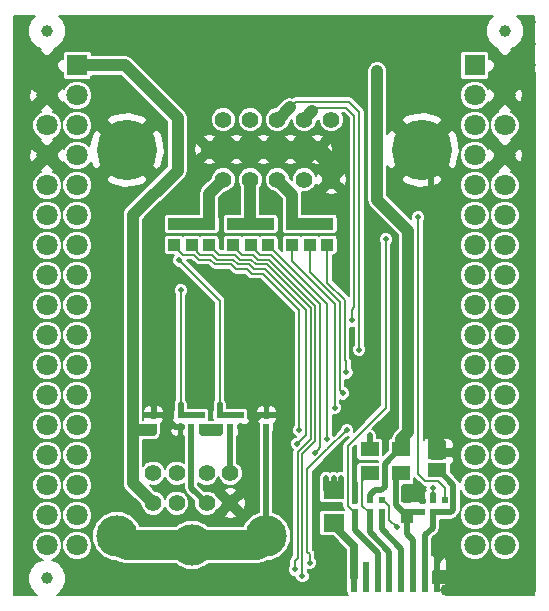
<source format=gbr>
G04 #@! TF.FileFunction,Copper,L1,Top,Signal*
%FSLAX46Y46*%
G04 Gerber Fmt 4.6, Leading zero omitted, Abs format (unit mm)*
G04 Created by KiCad (PCBNEW 4.0.1-3.201512221401+6198~38~ubuntu15.10.1-stable) date Thu 31 Mar 2016 02:38:09 PM EEST*
%MOMM*%
G01*
G04 APERTURE LIST*
%ADD10C,0.100000*%
%ADD11C,1.400000*%
%ADD12C,5.100000*%
%ADD13R,0.550000X0.500000*%
%ADD14R,1.016000X1.016000*%
%ADD15R,0.600000X2.500000*%
%ADD16R,1.600200X1.168400*%
%ADD17R,1.524000X1.270000*%
%ADD18R,1.778000X1.524000*%
%ADD19C,1.000000*%
%ADD20R,1.750000X1.750000*%
%ADD21C,1.800000*%
%ADD22C,1.410000*%
%ADD23C,3.500000*%
%ADD24C,0.500000*%
%ADD25C,0.600000*%
%ADD26C,0.508000*%
%ADD27C,1.016000*%
%ADD28C,1.524000*%
%ADD29C,0.203200*%
%ADD30C,2.540000*%
%ADD31C,0.635000*%
G04 APERTURE END LIST*
D10*
D11*
X143171000Y-84350000D03*
X145457000Y-84350000D03*
X147743000Y-84350000D03*
X150029000Y-84350000D03*
X152315000Y-84350000D03*
X142028000Y-81810000D03*
X144314000Y-81810000D03*
X146600000Y-81810000D03*
X148886000Y-81810000D03*
X151172000Y-81810000D03*
X143171000Y-79270000D03*
X145457000Y-79270000D03*
X147743000Y-79270000D03*
X150029000Y-79270000D03*
X152315000Y-79270000D03*
D12*
X159997000Y-81810000D03*
X135003000Y-81810000D03*
D13*
X156591000Y-112522000D03*
X156591000Y-111506000D03*
D14*
X158750000Y-111125000D03*
X158750000Y-112903000D03*
D13*
X161925000Y-111506000D03*
X161925000Y-112522000D03*
X160909000Y-112522000D03*
X160909000Y-111506000D03*
X154305000Y-112522000D03*
X154305000Y-111506000D03*
X155575000Y-112522000D03*
X155575000Y-111506000D03*
X160020000Y-111506000D03*
X160020000Y-112522000D03*
X137287000Y-104267000D03*
X137287000Y-105283000D03*
X142875000Y-105283000D03*
X142875000Y-104267000D03*
X146812000Y-104267000D03*
X146812000Y-105283000D03*
D15*
X154250000Y-118000000D03*
X155250000Y-118000000D03*
X156250000Y-118000000D03*
X157250000Y-118000000D03*
X158250000Y-118000000D03*
X159250000Y-118000000D03*
X160250000Y-118000000D03*
X161250000Y-118000000D03*
D16*
X161290000Y-108966000D03*
X161290000Y-108966000D03*
X161290000Y-107442000D03*
D14*
X139000000Y-89889000D03*
X139000000Y-88111000D03*
X142000000Y-89889000D03*
X142000000Y-88111000D03*
X145500000Y-89889000D03*
X145500000Y-88111000D03*
X147000000Y-89889000D03*
X147000000Y-88111000D03*
X150500000Y-89889000D03*
X150500000Y-88111000D03*
D13*
X144653000Y-104267000D03*
X144653000Y-105283000D03*
X139573000Y-104267000D03*
X139573000Y-105283000D03*
D17*
X155575000Y-107188000D03*
X155575000Y-109220000D03*
D18*
X152527000Y-113411000D03*
X152527000Y-110617000D03*
D17*
X158242000Y-109220000D03*
X158242000Y-107188000D03*
D14*
X140500000Y-89889000D03*
X140500000Y-88111000D03*
D13*
X141351000Y-105283000D03*
X141351000Y-104267000D03*
D14*
X144000000Y-89889000D03*
X144000000Y-88111000D03*
D13*
X140462000Y-104267000D03*
X140462000Y-105283000D03*
D14*
X149000000Y-89889000D03*
X149000000Y-88111000D03*
D13*
X143764000Y-104267000D03*
X143764000Y-105283000D03*
D14*
X152000000Y-89889000D03*
X152000000Y-88111000D03*
D19*
X128270000Y-118110000D03*
X128270000Y-71755000D03*
X167005000Y-71755000D03*
D20*
X130810000Y-74676000D03*
D21*
X128270000Y-74676000D03*
X130810000Y-77216000D03*
X128270000Y-77216000D03*
X130810000Y-79756000D03*
X128270000Y-79756000D03*
X130810000Y-82296000D03*
X128270000Y-82296000D03*
X130810000Y-84836000D03*
X128270000Y-84836000D03*
X128270000Y-87376000D03*
X130810000Y-87376000D03*
X128270000Y-89916000D03*
X130810000Y-89916000D03*
X128270000Y-92456000D03*
X130810000Y-92456000D03*
X128270000Y-94996000D03*
X130810000Y-94996000D03*
X128270000Y-97536000D03*
X130810000Y-97536000D03*
X128270000Y-105156000D03*
X130810000Y-105156000D03*
X128270000Y-115316000D03*
X130810000Y-112776000D03*
X128270000Y-112776000D03*
X130810000Y-115316000D03*
X130810000Y-110236000D03*
X128270000Y-107696000D03*
X128270000Y-110236000D03*
X130810000Y-107696000D03*
X128270000Y-100076000D03*
X128270000Y-102616000D03*
X130810000Y-102616000D03*
X130810000Y-100076000D03*
D20*
X164465000Y-74676000D03*
D21*
X167005000Y-74676000D03*
X164465000Y-77216000D03*
X167005000Y-77216000D03*
X164465000Y-79756000D03*
X167005000Y-79756000D03*
X164465000Y-82296000D03*
X167005000Y-82296000D03*
X164465000Y-84836000D03*
X167005000Y-84836000D03*
X167005000Y-87376000D03*
X164465000Y-87376000D03*
X167005000Y-89916000D03*
X164465000Y-89916000D03*
X167005000Y-92456000D03*
X164465000Y-92456000D03*
X167005000Y-94996000D03*
X164465000Y-94996000D03*
X167005000Y-97536000D03*
X164465000Y-97536000D03*
X167005000Y-105156000D03*
X164465000Y-105156000D03*
X167005000Y-115316000D03*
X164465000Y-112776000D03*
X167005000Y-112776000D03*
X164465000Y-115316000D03*
X164465000Y-110236000D03*
X167005000Y-107696000D03*
X167005000Y-110236000D03*
X164465000Y-107696000D03*
X167005000Y-100076000D03*
X167005000Y-102616000D03*
X164465000Y-102616000D03*
X164465000Y-100076000D03*
D22*
X141770000Y-111730000D03*
X139230000Y-111730000D03*
X143760000Y-111730000D03*
X137240000Y-111730000D03*
X143760000Y-109190000D03*
X137240000Y-109190000D03*
X139230000Y-109190000D03*
X141770000Y-109190000D03*
D23*
X134200000Y-114500000D03*
X140500000Y-115300000D03*
X146800000Y-114500000D03*
D24*
X138049000Y-86855023D03*
X160782000Y-86855023D03*
X137287000Y-101854000D03*
X160782000Y-101854000D03*
X160782000Y-88646000D03*
X160782000Y-90624809D03*
X160782000Y-91734429D03*
X160782000Y-93091000D03*
X160782000Y-94361000D03*
X160782000Y-95550810D03*
X160782000Y-96901000D03*
X160782000Y-98090810D03*
X160782000Y-99441000D03*
X137287000Y-88646000D03*
X137287000Y-90624809D03*
X137287000Y-91821000D03*
X137287000Y-93091000D03*
X137287000Y-94361000D03*
X137287000Y-95631000D03*
X137287000Y-96901000D03*
X137287000Y-99441000D03*
X137287000Y-98171000D03*
D19*
X133295106Y-119126000D03*
X135890000Y-119126000D03*
X138430000Y-119126000D03*
X140970000Y-119126000D03*
X143510000Y-119126000D03*
X146050000Y-119126000D03*
X148590000Y-119126000D03*
X125984000Y-119126000D03*
X130683000Y-119126000D03*
X151003000Y-119126000D03*
X152781000Y-119126000D03*
X162052000Y-119126000D03*
X163957000Y-119126000D03*
X165735000Y-119126000D03*
X167640000Y-119126000D03*
X169164000Y-79756000D03*
X169164000Y-77216000D03*
X169164000Y-72898000D03*
X169164000Y-74673470D03*
X169105430Y-70993000D03*
X164973000Y-71120000D03*
X162560000Y-71120000D03*
X160020000Y-71120000D03*
X156845000Y-71120000D03*
X154305000Y-71120000D03*
X151765000Y-71120000D03*
X149225000Y-71120000D03*
X146685000Y-71120000D03*
X144145000Y-71120000D03*
X140970000Y-71120000D03*
X138430000Y-71120000D03*
X135890000Y-71120000D03*
X133350000Y-71120000D03*
X130810000Y-71120000D03*
X125984000Y-72898000D03*
X125984000Y-70993000D03*
X125984000Y-74676000D03*
X125984000Y-77216000D03*
X125984000Y-79883000D03*
D24*
X146284264Y-104267000D03*
X147447000Y-104267000D03*
X136652000Y-104267000D03*
X138811000Y-105029000D03*
X138049000Y-104267000D03*
X145268264Y-105283000D03*
X145288000Y-105791000D03*
X144653000Y-105791000D03*
X161798000Y-106553000D03*
X160782000Y-106553000D03*
X161290000Y-106553000D03*
X160020000Y-110363000D03*
X160020000Y-110871000D03*
X159512000Y-111379000D03*
X159512000Y-110363000D03*
X159512000Y-110871000D03*
X159004000Y-110363000D03*
X158496000Y-110363000D03*
X154305000Y-110490000D03*
X154305000Y-110998000D03*
D19*
X169164000Y-117856000D03*
X125984000Y-117221000D03*
X169164000Y-115316000D03*
X169164000Y-112776000D03*
X169164000Y-110236000D03*
X169164000Y-107696000D03*
X169164000Y-105156000D03*
X169164000Y-102616000D03*
X169164000Y-100076000D03*
X169164000Y-97536000D03*
X169164000Y-94996000D03*
X169164000Y-92456000D03*
X169164000Y-89916000D03*
X169164000Y-87376000D03*
X169164000Y-84836000D03*
X169164000Y-82296000D03*
X125984000Y-115316000D03*
X125984000Y-112776000D03*
X125984000Y-110236000D03*
X125984000Y-107696000D03*
X125984000Y-105156000D03*
X125984000Y-102616000D03*
X125984000Y-100076000D03*
X125984000Y-97409000D03*
X125984000Y-94996000D03*
X125984000Y-92456000D03*
X125984000Y-89916000D03*
X125984000Y-87376000D03*
X125984000Y-84836000D03*
X125984000Y-82296000D03*
D25*
X161798000Y-116141500D03*
D24*
X142875000Y-105791000D03*
X142113000Y-105791000D03*
X136282310Y-105802310D03*
X136779000Y-105791000D03*
X137287000Y-105791000D03*
X141351000Y-105791000D03*
X156845000Y-109982000D03*
X156845000Y-109474000D03*
D19*
X156210000Y-75184000D03*
D24*
X160898040Y-110474090D03*
X160903047Y-110984208D03*
X152527000Y-109601000D03*
X151892000Y-109601000D03*
X153162000Y-109601000D03*
X159674582Y-87519420D03*
X156937526Y-89409986D03*
X150922812Y-107478222D03*
X151981645Y-106275225D03*
X152612774Y-103658216D03*
X153340359Y-102442180D03*
X154046260Y-96267714D03*
X149224565Y-117348532D03*
X149883495Y-117923780D03*
X155572857Y-106008813D03*
X153648833Y-105537000D03*
X150494422Y-116760160D03*
X149402000Y-106718117D03*
X149599700Y-105549682D03*
X153599251Y-100671113D03*
X154682479Y-98756857D03*
X139419762Y-91179619D03*
X139573000Y-93726000D03*
X160909000Y-113792000D03*
X157861000Y-113792000D03*
D26*
X160782000Y-86614000D02*
X160782000Y-86855023D01*
X138049000Y-86741000D02*
X138049000Y-86855023D01*
X137287000Y-101854000D02*
X137287000Y-99441000D01*
X137287000Y-104267000D02*
X137287000Y-101854000D01*
X160782000Y-101854000D02*
X160782000Y-99441000D01*
X160782000Y-106553000D02*
X160782000Y-101854000D01*
X160782000Y-86614000D02*
X160782000Y-82595000D01*
X160782000Y-88646000D02*
X160782000Y-86614000D01*
X160782000Y-90678000D02*
X160782000Y-88646000D01*
X160782000Y-91694000D02*
X160782000Y-90678000D01*
X160782000Y-90678000D02*
X160782000Y-90624809D01*
X160782000Y-93091000D02*
X160782000Y-91694000D01*
X160782000Y-91694000D02*
X160782000Y-91734429D01*
X160782000Y-94361000D02*
X160782000Y-93091000D01*
X160782000Y-95504000D02*
X160782000Y-94361000D01*
X160782000Y-96901000D02*
X160782000Y-95504000D01*
X160782000Y-95504000D02*
X160782000Y-95550810D01*
X160782000Y-98044000D02*
X160782000Y-96901000D01*
X160782000Y-98044000D02*
X160782000Y-98090810D01*
X160782000Y-99441000D02*
X160782000Y-98044000D01*
X160782000Y-82595000D02*
X159997000Y-81810000D01*
X138049000Y-86741000D02*
X140814089Y-83975911D01*
X137287000Y-87503000D02*
X138049000Y-86741000D01*
X137287000Y-88646000D02*
X137287000Y-87503000D01*
X137287000Y-90678000D02*
X137287000Y-88646000D01*
X137287000Y-91821000D02*
X137287000Y-90678000D01*
X137287000Y-90678000D02*
X137287000Y-90624809D01*
X137287000Y-93091000D02*
X137287000Y-91821000D01*
X137287000Y-94361000D02*
X137287000Y-93091000D01*
X137287000Y-95631000D02*
X137287000Y-94361000D01*
X137287000Y-96901000D02*
X137287000Y-95631000D01*
X137287000Y-98171000D02*
X137287000Y-96901000D01*
X137287000Y-99441000D02*
X137287000Y-98171000D01*
X140814089Y-83975911D02*
X140814089Y-83023911D01*
X140814089Y-83023911D02*
X142028000Y-81810000D01*
D27*
X125984000Y-77216000D02*
X125984000Y-79883000D01*
X125984000Y-75438000D02*
X125984000Y-77216000D01*
X125984000Y-79883000D02*
X125984000Y-84836000D01*
D26*
X160020000Y-81787000D02*
X159997000Y-81810000D01*
X146050000Y-104501264D02*
X146284264Y-104267000D01*
X145268264Y-105283000D02*
X146050000Y-104501264D01*
X146812000Y-104267000D02*
X147447000Y-104267000D01*
X137287000Y-104267000D02*
X136652000Y-104267000D01*
X138811000Y-105029000D02*
X139065000Y-105283000D01*
X138049000Y-104267000D02*
X138811000Y-105029000D01*
X145288000Y-105791000D02*
X145288000Y-105302736D01*
X145288000Y-105302736D02*
X145268264Y-105283000D01*
X144653000Y-105283000D02*
X145268264Y-105283000D01*
X146284264Y-104267000D02*
X146812000Y-104267000D01*
X144653000Y-105791000D02*
X145288000Y-105791000D01*
X144653000Y-107188000D02*
X144653000Y-105791000D01*
X144653000Y-105791000D02*
X144653000Y-105283000D01*
X145288000Y-107823000D02*
X144653000Y-107188000D01*
X145288000Y-110202000D02*
X145288000Y-107823000D01*
X143760000Y-111730000D02*
X145288000Y-110202000D01*
D28*
X151172000Y-81810000D02*
X152315000Y-82953000D01*
X152315000Y-82953000D02*
X152315000Y-84350000D01*
X148886000Y-81810000D02*
X151172000Y-81810000D01*
X146600000Y-81810000D02*
X148886000Y-81810000D01*
X144314000Y-81810000D02*
X146600000Y-81810000D01*
X142028000Y-81810000D02*
X144314000Y-81810000D01*
D26*
X161798000Y-106553000D02*
X160782000Y-106553000D01*
X161798000Y-106934000D02*
X161798000Y-106553000D01*
X161290000Y-107442000D02*
X161798000Y-106934000D01*
X160782000Y-106934000D02*
X160782000Y-106553000D01*
X161290000Y-107442000D02*
X160782000Y-106934000D01*
X161290000Y-107442000D02*
X161290000Y-106553000D01*
X160020000Y-110363000D02*
X159512000Y-110363000D01*
X160020000Y-110871000D02*
X160020000Y-110363000D01*
X159512000Y-111379000D02*
X159893000Y-111379000D01*
X159893000Y-111379000D02*
X160020000Y-111506000D01*
X160020000Y-110871000D02*
X159512000Y-110871000D01*
X160020000Y-111506000D02*
X160020000Y-110871000D01*
X159512000Y-111379000D02*
X159512000Y-110871000D01*
X159004000Y-111379000D02*
X159512000Y-111379000D01*
X158750000Y-111125000D02*
X159004000Y-111379000D01*
X159512000Y-110363000D02*
X159004000Y-110363000D01*
X159512000Y-110871000D02*
X159512000Y-110363000D01*
X159004000Y-110871000D02*
X159512000Y-110871000D01*
X158750000Y-111125000D02*
X159004000Y-110871000D01*
X158750000Y-111125000D02*
X159004000Y-111125000D01*
X159004000Y-111125000D02*
X159004000Y-110363000D01*
X159004000Y-110363000D02*
X158496000Y-110363000D01*
X158750000Y-111125000D02*
X158504753Y-111125000D01*
X158504753Y-111125000D02*
X158496000Y-111116247D01*
X158496000Y-111116247D02*
X158496000Y-110363000D01*
X154305000Y-110998000D02*
X154305000Y-110490000D01*
X154305000Y-111506000D02*
X154305000Y-110998000D01*
X167005000Y-74676000D02*
X167005000Y-74549000D01*
X125984000Y-92456000D02*
X125857000Y-92583000D01*
D27*
X125984000Y-84836000D02*
X125984000Y-89916000D01*
X125984000Y-89916000D02*
X125984000Y-94996000D01*
X125984000Y-94996000D02*
X125984000Y-100076000D01*
X125984000Y-100076000D02*
X125984000Y-105156000D01*
X125984000Y-105156000D02*
X125984000Y-110236000D01*
X125984000Y-110236000D02*
X125984000Y-115316000D01*
X125984000Y-115316000D02*
X125984000Y-119126000D01*
X167005000Y-74676000D02*
X168402000Y-74676000D01*
X168402000Y-74676000D02*
X169164000Y-75438000D01*
X169164000Y-75438000D02*
X169164000Y-84836000D01*
X169164000Y-84836000D02*
X169164000Y-89916000D01*
X169164000Y-89916000D02*
X169164000Y-94996000D01*
X169164000Y-94996000D02*
X169164000Y-100076000D01*
X169164000Y-100076000D02*
X169164000Y-105156000D01*
X169164000Y-105156000D02*
X169164000Y-110236000D01*
X169164000Y-110236000D02*
X169164000Y-115316000D01*
X169164000Y-115316000D02*
X169164000Y-117856000D01*
X169164000Y-117856000D02*
X169164000Y-119126000D01*
X128270000Y-74676000D02*
X126746000Y-74676000D01*
X126746000Y-74676000D02*
X125984000Y-75438000D01*
D28*
X128270000Y-74676000D02*
X128270000Y-77216000D01*
X167005000Y-74676000D02*
X167005000Y-77216000D01*
D26*
X137287000Y-104267000D02*
X138049000Y-104267000D01*
X139065000Y-105283000D02*
X139573000Y-105283000D01*
X161250000Y-116689500D02*
X161798000Y-116141500D01*
X161250000Y-118000000D02*
X161250000Y-116689500D01*
X141351000Y-105791000D02*
X142875000Y-105791000D01*
D27*
X135509000Y-105283000D02*
X135509000Y-87376000D01*
X135509000Y-87376000D02*
X139305233Y-83579767D01*
X139305233Y-83579767D02*
X139305233Y-79107233D01*
X139305233Y-79107233D02*
X134874000Y-74676000D01*
X134874000Y-74676000D02*
X130810000Y-74676000D01*
D26*
X142875000Y-105283000D02*
X142875000Y-105791000D01*
X142113000Y-105791000D02*
X142113000Y-105314060D01*
X142113000Y-105314060D02*
X142081476Y-105282536D01*
X142081476Y-105282536D02*
X142239536Y-105282536D01*
X142239536Y-105282536D02*
X142240000Y-105283000D01*
X136779000Y-105283000D02*
X136398000Y-105283000D01*
X136398000Y-105283000D02*
X135509000Y-105283000D01*
X136282310Y-105802310D02*
X136282310Y-105398690D01*
X136282310Y-105398690D02*
X136398000Y-105283000D01*
X137287000Y-105283000D02*
X136779000Y-105283000D01*
X136779000Y-105791000D02*
X136779000Y-105283000D01*
D27*
X135509000Y-109999000D02*
X135509000Y-105791000D01*
X135509000Y-105791000D02*
X135509000Y-105283000D01*
D26*
X136282310Y-105802310D02*
X135520310Y-105802310D01*
X135520310Y-105802310D02*
X135509000Y-105791000D01*
X136779000Y-105791000D02*
X136282310Y-105802310D01*
X136282310Y-105802310D02*
X136271000Y-105791000D01*
X137287000Y-105791000D02*
X136779000Y-105791000D01*
X137287000Y-105791000D02*
X137287000Y-105283000D01*
X141351000Y-105283000D02*
X141351000Y-105791000D01*
D27*
X137240000Y-111730000D02*
X135509000Y-109999000D01*
D26*
X141351000Y-105283000D02*
X142240000Y-105283000D01*
X142240000Y-105283000D02*
X142875000Y-105283000D01*
X156845000Y-109474000D02*
X156845000Y-109982000D01*
X156845000Y-110331190D02*
X156845000Y-109982000D01*
X158242000Y-107188000D02*
X157996776Y-106942776D01*
X157996776Y-106942776D02*
X157996776Y-106229719D01*
X155575000Y-111506000D02*
X155575000Y-111029535D01*
X155575000Y-111029535D02*
X155987535Y-110617000D01*
X155987535Y-110617000D02*
X156559190Y-110617000D01*
X156559190Y-110617000D02*
X156845000Y-110331190D01*
X158242000Y-107188000D02*
X158054038Y-107188000D01*
X158054038Y-107188000D02*
X156845000Y-108397038D01*
X156845000Y-108397038D02*
X156845000Y-109120447D01*
X156845000Y-109120447D02*
X156845000Y-109474000D01*
D27*
X158242000Y-106299000D02*
X158848742Y-105692258D01*
X158848742Y-105692258D02*
X158848742Y-88675853D01*
X158848742Y-88675853D02*
X156210000Y-86037111D01*
X156210000Y-86037111D02*
X156210000Y-77470000D01*
X156210000Y-77470000D02*
X156210000Y-75184000D01*
D26*
X158750000Y-106680000D02*
X158750000Y-106299000D01*
X158242000Y-107188000D02*
X158750000Y-106680000D01*
X158242000Y-107188000D02*
X158242000Y-106299000D01*
X160903047Y-111337761D02*
X160903047Y-110984208D01*
X160909000Y-111506000D02*
X160903047Y-111500047D01*
X160903047Y-111500047D02*
X160903047Y-111337761D01*
X152527000Y-110617000D02*
X152019000Y-110109000D01*
X152527000Y-110617000D02*
X152527000Y-109601000D01*
X152527000Y-110617000D02*
X152516983Y-110627017D01*
X152516983Y-110627017D02*
X151889207Y-110627017D01*
X151889207Y-110627017D02*
X151892000Y-110624224D01*
X151892000Y-110624224D02*
X151892000Y-109601000D01*
X152527000Y-110617000D02*
X153162000Y-110617000D01*
X153162000Y-110617000D02*
X153162000Y-109601000D01*
D29*
X159674582Y-87872973D02*
X159674582Y-87519420D01*
X160290510Y-109871510D02*
X159674582Y-109255582D01*
X159674582Y-109255582D02*
X159674582Y-87872973D01*
X161375090Y-109871510D02*
X160290510Y-109871510D01*
X161925000Y-110421420D02*
X161375090Y-109871510D01*
X161925000Y-111506000D02*
X161925000Y-110421420D01*
X153720801Y-106871174D02*
X156937526Y-103654449D01*
X154305000Y-112522000D02*
X154280000Y-112522000D01*
X156937526Y-89763539D02*
X156937526Y-89409986D01*
X154280000Y-112522000D02*
X153720801Y-111962801D01*
X156937526Y-103654449D02*
X156937526Y-89763539D01*
X153720801Y-111962801D02*
X153720801Y-106871174D01*
D26*
X156250000Y-118000000D02*
X156250000Y-115986646D01*
X156250000Y-115986646D02*
X154309354Y-114046000D01*
X154309354Y-114046000D02*
X154305000Y-114046000D01*
X154305000Y-114046000D02*
X154305000Y-112522000D01*
D29*
X145500000Y-89889000D02*
X145499148Y-89889000D01*
X147238051Y-90701801D02*
X151382578Y-94846328D01*
X151382578Y-94846328D02*
X151382578Y-107018456D01*
X145499148Y-89889000D02*
X145499148Y-89952790D01*
X145499148Y-89952790D02*
X146248159Y-90701801D01*
X146248159Y-90701801D02*
X147238051Y-90701801D01*
X151382578Y-107018456D02*
X151172811Y-107228223D01*
X151172811Y-107228223D02*
X150922812Y-107478222D01*
X147000000Y-89889000D02*
X151981645Y-94870645D01*
X151981645Y-94870645D02*
X151981645Y-105921672D01*
X151981645Y-105921672D02*
X151981645Y-106275225D01*
X152612774Y-103304663D02*
X152612774Y-103658216D01*
X152612774Y-94880583D02*
X152612774Y-103304663D01*
X149000000Y-91267809D02*
X152612774Y-94880583D01*
X149000000Y-89889000D02*
X149000000Y-91267809D01*
X150500000Y-89889000D02*
X150500000Y-92193059D01*
X150500000Y-92193059D02*
X153019185Y-94712244D01*
X153019185Y-94712244D02*
X153019185Y-102121006D01*
X153019185Y-102121006D02*
X153090360Y-102192181D01*
X153090360Y-102192181D02*
X153340359Y-102442180D01*
X150728999Y-78570001D02*
X151059486Y-78239514D01*
X151059486Y-78239514D02*
X153550514Y-78239514D01*
X153550514Y-78239514D02*
X154252187Y-78941187D01*
X154252187Y-78941187D02*
X154252187Y-95135776D01*
X154252187Y-95135776D02*
X154046260Y-95341703D01*
X154046260Y-95341703D02*
X154046260Y-96267714D01*
D27*
X150029000Y-79270000D02*
X150728999Y-78570001D01*
D26*
X150029000Y-79270000D02*
X150029000Y-79333000D01*
D29*
X142000000Y-89889000D02*
X142015932Y-89889000D01*
X142828733Y-90701801D02*
X144173409Y-90701801D01*
X142015932Y-89889000D02*
X142828733Y-90701801D01*
X144173409Y-90701801D02*
X144579819Y-91108211D01*
X150569756Y-106334996D02*
X149466822Y-107437930D01*
X149466822Y-107437930D02*
X149466822Y-116348242D01*
X144579819Y-91108211D02*
X145505069Y-91108211D01*
X145505069Y-91108211D02*
X145911479Y-91514621D01*
X145911479Y-91514621D02*
X146901371Y-91514621D01*
X150569756Y-95183006D02*
X150569756Y-106334996D01*
X146901371Y-91514621D02*
X150569756Y-95183006D01*
X149466822Y-116348242D02*
X149224565Y-116590499D01*
X149224565Y-116590499D02*
X149224565Y-117348532D01*
X144000000Y-89889000D02*
X143997214Y-89889000D01*
X143997214Y-89889000D02*
X143997214Y-89950856D01*
X143997214Y-89950856D02*
X144748159Y-90701801D01*
X144748159Y-90701801D02*
X145673409Y-90701801D01*
X145673409Y-90701801D02*
X146079819Y-91108211D01*
X146079819Y-91108211D02*
X147069711Y-91108211D01*
X147069711Y-91108211D02*
X150976167Y-95014667D01*
X150976167Y-95014667D02*
X150976167Y-106503336D01*
X150976167Y-106503336D02*
X149883495Y-107596008D01*
X149883495Y-107596008D02*
X149883495Y-117570227D01*
X149883495Y-117570227D02*
X149883495Y-117923780D01*
X155575000Y-106006670D02*
X155572857Y-106008813D01*
X155575000Y-106054740D02*
X155575000Y-106006670D01*
D26*
X155575000Y-107188000D02*
X155575000Y-106006670D01*
D29*
X151997833Y-107188000D02*
X153648833Y-105537000D01*
X150300955Y-115849778D02*
X150494422Y-116043245D01*
X151997833Y-107188000D02*
X150300955Y-108884878D01*
X150300955Y-108884878D02*
X150300955Y-115849778D01*
X150494422Y-116043245D02*
X150494422Y-116760160D01*
X140500000Y-89889000D02*
X140496312Y-89889000D01*
X140496312Y-89889000D02*
X140496312Y-89949954D01*
X140496312Y-89949954D02*
X141248159Y-90701801D01*
X141248159Y-90701801D02*
X142253983Y-90701801D01*
X142253983Y-90701801D02*
X142660393Y-91108211D01*
X145743139Y-91921031D02*
X146733031Y-91921031D01*
X142660393Y-91108211D02*
X144005069Y-91108211D01*
X144005069Y-91108211D02*
X144411479Y-91514621D01*
X144411479Y-91514621D02*
X145336729Y-91514621D01*
X145336729Y-91514621D02*
X145743139Y-91921031D01*
X146733031Y-91921031D02*
X150163345Y-95351345D01*
X150163345Y-95351345D02*
X150163345Y-105956772D01*
X150163345Y-105956772D02*
X149651999Y-106468118D01*
X149651999Y-106468118D02*
X149402000Y-106718117D01*
X139000000Y-89889000D02*
X138993680Y-89889000D01*
X138993680Y-89889000D02*
X138993680Y-89947322D01*
X138993680Y-89947322D02*
X139748159Y-90701801D01*
X139748159Y-90701801D02*
X140673409Y-90701801D01*
X140673409Y-90701801D02*
X141079819Y-91108211D01*
X142085643Y-91108211D02*
X142492053Y-91514621D01*
X141079819Y-91108211D02*
X142085643Y-91108211D01*
X142492053Y-91514621D02*
X143836729Y-91514621D01*
X143836729Y-91514621D02*
X144243139Y-91921031D01*
X144243139Y-91921031D02*
X145168389Y-91921031D01*
X145574799Y-92327441D02*
X146516121Y-92327441D01*
X145168389Y-91921031D02*
X145574799Y-92327441D01*
X146516121Y-92327441D02*
X149599700Y-95411020D01*
X149599700Y-95411020D02*
X149599700Y-105196129D01*
X149599700Y-105196129D02*
X149599700Y-105549682D01*
X152000000Y-89889000D02*
X152000000Y-93067499D01*
X152000000Y-93067499D02*
X153457152Y-94524651D01*
X153457152Y-94524651D02*
X153457152Y-99590526D01*
X153457152Y-99590526D02*
X153599251Y-99732625D01*
X153599251Y-99732625D02*
X153599251Y-100671113D01*
X154682479Y-98403304D02*
X154682479Y-98756857D01*
X148844000Y-78232000D02*
X149319971Y-77756029D01*
X149319971Y-77756029D02*
X153839376Y-77756029D01*
X153839376Y-77756029D02*
X154682479Y-78599132D01*
X154682479Y-78599132D02*
X154682479Y-98403304D01*
D27*
X147806000Y-79270000D02*
X148844000Y-78232000D01*
D26*
X147743000Y-79270000D02*
X147806000Y-79270000D01*
D29*
X142875000Y-103378000D02*
X142875000Y-94612965D01*
X142875000Y-94612965D02*
X139441654Y-91179619D01*
X139441654Y-91179619D02*
X139419762Y-91179619D01*
D26*
X142875000Y-103378000D02*
X142875000Y-104267000D01*
X144653000Y-104267000D02*
X143764000Y-104267000D01*
X142875000Y-104267000D02*
X143764000Y-104267000D01*
D29*
X139573000Y-93726000D02*
X139574865Y-93727865D01*
X139574865Y-93727865D02*
X139574865Y-96264135D01*
X139574865Y-96264135D02*
X139573000Y-96266000D01*
X139573000Y-96266000D02*
X139573000Y-103378000D01*
D26*
X139573000Y-103378000D02*
X139573000Y-104267000D01*
X140462000Y-104267000D02*
X139573000Y-104267000D01*
X141351000Y-104267000D02*
X140462000Y-104267000D01*
X159250000Y-118000000D02*
X159250000Y-114825290D01*
X159250000Y-114825290D02*
X158750000Y-114325290D01*
X158750000Y-114325290D02*
X158750000Y-114300000D01*
X158750000Y-114300000D02*
X158750000Y-112903000D01*
X158750000Y-112903000D02*
X158750000Y-112535383D01*
X158734707Y-112520090D02*
X158419579Y-112520090D01*
X158750000Y-112535383D02*
X158734707Y-112520090D01*
X157784799Y-109677201D02*
X158242000Y-109220000D01*
X158419579Y-112520090D02*
X157784799Y-111885310D01*
X157784799Y-111885310D02*
X157784799Y-109677201D01*
X158750000Y-112903000D02*
X158750000Y-112550893D01*
X158750000Y-112550893D02*
X158738404Y-112539297D01*
X158738404Y-112539297D02*
X158755701Y-112522000D01*
X158755701Y-112522000D02*
X160020000Y-112522000D01*
D30*
X140500000Y-115300000D02*
X146000000Y-115300000D01*
X146000000Y-115300000D02*
X146800000Y-114500000D01*
X134200000Y-114500000D02*
X135000000Y-115300000D01*
X135000000Y-115300000D02*
X140500000Y-115300000D01*
D26*
X146812000Y-105283000D02*
X146812000Y-114488000D01*
X146812000Y-114488000D02*
X146800000Y-114500000D01*
D31*
X154250000Y-118000000D02*
X154250000Y-115394502D01*
X154250000Y-115394502D02*
X152527000Y-113671502D01*
X152527000Y-113671502D02*
X152527000Y-113411000D01*
D26*
X158250000Y-118000000D02*
X158250000Y-115578000D01*
X158250000Y-115578000D02*
X156598620Y-113926620D01*
X156598620Y-113926620D02*
X156598620Y-112529620D01*
X156598620Y-112529620D02*
X156591000Y-112522000D01*
X161925000Y-112522000D02*
X162433000Y-112522000D01*
X162433000Y-112522000D02*
X162659059Y-112295941D01*
X162659059Y-112295941D02*
X162659059Y-110208059D01*
X162659059Y-110208059D02*
X161412698Y-108961698D01*
X161294302Y-108961698D02*
X161290000Y-108966000D01*
X161412698Y-108961698D02*
X161294302Y-108961698D01*
X160250000Y-118000000D02*
X160250000Y-114463419D01*
X160250000Y-114463419D02*
X160909000Y-113804419D01*
X160909000Y-113804419D02*
X160909000Y-113792000D01*
D29*
X156591000Y-111506000D02*
X156718000Y-111506000D01*
X156718000Y-111506000D02*
X157214539Y-112002539D01*
X157214539Y-112002539D02*
X157214539Y-113145539D01*
X157214539Y-113145539D02*
X157861000Y-113792000D01*
D26*
X160909000Y-112522000D02*
X160909000Y-113792000D01*
X161925000Y-112522000D02*
X160909000Y-112522000D01*
X140462000Y-105283000D02*
X140462000Y-110422000D01*
X140462000Y-110422000D02*
X141770000Y-111730000D01*
X143764000Y-105283000D02*
X143764000Y-109186000D01*
X143764000Y-109186000D02*
X143760000Y-109190000D01*
D27*
X143171000Y-84350000D02*
X141987270Y-85533730D01*
X141987270Y-85533730D02*
X141987270Y-88098270D01*
D26*
X141987270Y-88098270D02*
X142000000Y-88111000D01*
D27*
X140500000Y-88111000D02*
X142000000Y-88111000D01*
X139000000Y-88111000D02*
X140500000Y-88111000D01*
D29*
X155575000Y-109220000D02*
X154940000Y-109855000D01*
X154940000Y-109855000D02*
X154940000Y-111944642D01*
X154940000Y-111944642D02*
X155517358Y-112522000D01*
X155517358Y-112522000D02*
X155575000Y-112522000D01*
X155575000Y-112522000D02*
X155448000Y-112522000D01*
D26*
X157250000Y-118000000D02*
X157250000Y-115848000D01*
X155575000Y-114173000D02*
X155575000Y-113157000D01*
X157250000Y-115848000D02*
X155575000Y-114173000D01*
X155575000Y-113157000D02*
X155575000Y-112522000D01*
X145500000Y-88111000D02*
X145457000Y-88068000D01*
D27*
X145457000Y-88068000D02*
X145457000Y-84350000D01*
X145500000Y-88111000D02*
X147000000Y-88111000D01*
X144000000Y-88111000D02*
X145500000Y-88111000D01*
D26*
X149000000Y-88111000D02*
X149005480Y-88105520D01*
D27*
X149005480Y-88105520D02*
X149005480Y-85612480D01*
X149005480Y-85612480D02*
X147743000Y-84350000D01*
X150500000Y-88111000D02*
X149000000Y-88111000D01*
X152000000Y-88111000D02*
X150500000Y-88111000D01*
D29*
G36*
X126899465Y-70837507D02*
X126652681Y-71431828D01*
X126652119Y-72075349D01*
X126897866Y-72670100D01*
X127352507Y-73125535D01*
X127735825Y-73284703D01*
X127660662Y-73430266D01*
X128270000Y-74039604D01*
X128879338Y-73430266D01*
X128804101Y-73284560D01*
X129185100Y-73127134D01*
X129640535Y-72672493D01*
X129887319Y-72078172D01*
X129887881Y-71434651D01*
X129642134Y-70839900D01*
X129285457Y-70482600D01*
X165989992Y-70482600D01*
X165634465Y-70837507D01*
X165387681Y-71431828D01*
X165387119Y-72075349D01*
X165632866Y-72670100D01*
X166087507Y-73125535D01*
X166470825Y-73284703D01*
X166395662Y-73430266D01*
X167005000Y-74039604D01*
X167614338Y-73430266D01*
X167539101Y-73284560D01*
X167920100Y-73127134D01*
X168375535Y-72672493D01*
X168622319Y-72078172D01*
X168622881Y-71434651D01*
X168377134Y-70839900D01*
X168020457Y-70482600D01*
X169517400Y-70482600D01*
X169517400Y-119517400D01*
X162099066Y-119517400D01*
X162159600Y-119371257D01*
X162159600Y-118685800D01*
X162007200Y-118533400D01*
X161400000Y-118533400D01*
X161400000Y-118553400D01*
X161100000Y-118553400D01*
X161100000Y-118533400D01*
X160950000Y-118533400D01*
X160950000Y-117466600D01*
X161100000Y-117466600D01*
X161100000Y-116292800D01*
X161400000Y-116292800D01*
X161400000Y-117466600D01*
X162007200Y-117466600D01*
X162159600Y-117314200D01*
X162159600Y-116628743D01*
X162066794Y-116404689D01*
X161895311Y-116233206D01*
X161671257Y-116140400D01*
X161552400Y-116140400D01*
X161400000Y-116292800D01*
X161100000Y-116292800D01*
X160947600Y-116140400D01*
X160859600Y-116140400D01*
X160859600Y-115564659D01*
X163209182Y-115564659D01*
X163399933Y-116026311D01*
X163752831Y-116379825D01*
X164214150Y-116571382D01*
X164713659Y-116571818D01*
X165175311Y-116381067D01*
X165528825Y-116028169D01*
X165720382Y-115566850D01*
X165720383Y-115564659D01*
X165749182Y-115564659D01*
X165939933Y-116026311D01*
X166292831Y-116379825D01*
X166754150Y-116571382D01*
X167253659Y-116571818D01*
X167715311Y-116381067D01*
X168068825Y-116028169D01*
X168260382Y-115566850D01*
X168260818Y-115067341D01*
X168070067Y-114605689D01*
X167717169Y-114252175D01*
X167255850Y-114060618D01*
X166756341Y-114060182D01*
X166294689Y-114250933D01*
X165941175Y-114603831D01*
X165749618Y-115065150D01*
X165749182Y-115564659D01*
X165720383Y-115564659D01*
X165720818Y-115067341D01*
X165530067Y-114605689D01*
X165177169Y-114252175D01*
X164715850Y-114060618D01*
X164216341Y-114060182D01*
X163754689Y-114250933D01*
X163401175Y-114603831D01*
X163209618Y-115065150D01*
X163209182Y-115564659D01*
X160859600Y-115564659D01*
X160859600Y-114715923D01*
X161340052Y-114235471D01*
X161376313Y-114181203D01*
X161422103Y-114135493D01*
X161447133Y-114075214D01*
X161472197Y-114037703D01*
X161480922Y-113993842D01*
X161514494Y-113912990D01*
X161514571Y-113824674D01*
X161518600Y-113804419D01*
X161518600Y-113131600D01*
X161635353Y-113131600D01*
X161650000Y-113134566D01*
X162200000Y-113134566D01*
X162215763Y-113131600D01*
X162433000Y-113131600D01*
X162666284Y-113085197D01*
X162864052Y-112953052D01*
X163090112Y-112726993D01*
X163209598Y-112548169D01*
X163209182Y-113024659D01*
X163399933Y-113486311D01*
X163752831Y-113839825D01*
X164214150Y-114031382D01*
X164713659Y-114031818D01*
X165175311Y-113841067D01*
X165528825Y-113488169D01*
X165720382Y-113026850D01*
X165720383Y-113024659D01*
X165749182Y-113024659D01*
X165939933Y-113486311D01*
X166292831Y-113839825D01*
X166754150Y-114031382D01*
X167253659Y-114031818D01*
X167715311Y-113841067D01*
X168068825Y-113488169D01*
X168260382Y-113026850D01*
X168260818Y-112527341D01*
X168070067Y-112065689D01*
X167717169Y-111712175D01*
X167255850Y-111520618D01*
X166756341Y-111520182D01*
X166294689Y-111710933D01*
X165941175Y-112063831D01*
X165749618Y-112525150D01*
X165749182Y-113024659D01*
X165720383Y-113024659D01*
X165720818Y-112527341D01*
X165530067Y-112065689D01*
X165177169Y-111712175D01*
X164715850Y-111520618D01*
X164216341Y-111520182D01*
X163754689Y-111710933D01*
X163401175Y-112063831D01*
X163235433Y-112462982D01*
X163268659Y-112295941D01*
X163268659Y-110628604D01*
X163399933Y-110946311D01*
X163752831Y-111299825D01*
X164214150Y-111491382D01*
X164713659Y-111491818D01*
X165175311Y-111301067D01*
X165528825Y-110948169D01*
X165720382Y-110486850D01*
X165720383Y-110484659D01*
X165749182Y-110484659D01*
X165939933Y-110946311D01*
X166292831Y-111299825D01*
X166754150Y-111491382D01*
X167253659Y-111491818D01*
X167715311Y-111301067D01*
X168068825Y-110948169D01*
X168260382Y-110486850D01*
X168260818Y-109987341D01*
X168070067Y-109525689D01*
X167717169Y-109172175D01*
X167255850Y-108980618D01*
X166756341Y-108980182D01*
X166294689Y-109170933D01*
X165941175Y-109523831D01*
X165749618Y-109985150D01*
X165749182Y-110484659D01*
X165720383Y-110484659D01*
X165720818Y-109987341D01*
X165530067Y-109525689D01*
X165177169Y-109172175D01*
X164715850Y-108980618D01*
X164216341Y-108980182D01*
X163754689Y-109170933D01*
X163401175Y-109523831D01*
X163217119Y-109967086D01*
X163169326Y-109895561D01*
X163090112Y-109777007D01*
X162452666Y-109139562D01*
X162452666Y-108525739D01*
X162606894Y-108371511D01*
X162699700Y-108147457D01*
X162699700Y-107944659D01*
X163209182Y-107944659D01*
X163399933Y-108406311D01*
X163752831Y-108759825D01*
X164214150Y-108951382D01*
X164713659Y-108951818D01*
X165175311Y-108761067D01*
X165528825Y-108408169D01*
X165720382Y-107946850D01*
X165720383Y-107944659D01*
X165749182Y-107944659D01*
X165939933Y-108406311D01*
X166292831Y-108759825D01*
X166754150Y-108951382D01*
X167253659Y-108951818D01*
X167715311Y-108761067D01*
X168068825Y-108408169D01*
X168260382Y-107946850D01*
X168260818Y-107447341D01*
X168070067Y-106985689D01*
X167717169Y-106632175D01*
X167255850Y-106440618D01*
X166756341Y-106440182D01*
X166294689Y-106630933D01*
X165941175Y-106983831D01*
X165749618Y-107445150D01*
X165749182Y-107944659D01*
X165720383Y-107944659D01*
X165720818Y-107447341D01*
X165530067Y-106985689D01*
X165177169Y-106632175D01*
X164715850Y-106440618D01*
X164216341Y-106440182D01*
X163754689Y-106630933D01*
X163401175Y-106983831D01*
X163209618Y-107445150D01*
X163209182Y-107944659D01*
X162699700Y-107944659D01*
X162699700Y-107886500D01*
X162547300Y-107734100D01*
X161690050Y-107734100D01*
X161690050Y-107995400D01*
X160889950Y-107995400D01*
X160889950Y-107734100D01*
X160736600Y-107734100D01*
X160736600Y-107149900D01*
X160889950Y-107149900D01*
X160889950Y-106400600D01*
X161690050Y-106400600D01*
X161690050Y-107149900D01*
X162547300Y-107149900D01*
X162699700Y-106997500D01*
X162699700Y-106736543D01*
X162606894Y-106512489D01*
X162435411Y-106341006D01*
X162211357Y-106248200D01*
X161842450Y-106248200D01*
X161690050Y-106400600D01*
X160889950Y-106400600D01*
X160737550Y-106248200D01*
X160368643Y-106248200D01*
X160144589Y-106341006D01*
X160131782Y-106353813D01*
X160131782Y-105404659D01*
X163209182Y-105404659D01*
X163399933Y-105866311D01*
X163752831Y-106219825D01*
X164214150Y-106411382D01*
X164713659Y-106411818D01*
X165175311Y-106221067D01*
X165528825Y-105868169D01*
X165720382Y-105406850D01*
X165720383Y-105404659D01*
X165749182Y-105404659D01*
X165939933Y-105866311D01*
X166292831Y-106219825D01*
X166754150Y-106411382D01*
X167253659Y-106411818D01*
X167715311Y-106221067D01*
X168068825Y-105868169D01*
X168260382Y-105406850D01*
X168260818Y-104907341D01*
X168070067Y-104445689D01*
X167717169Y-104092175D01*
X167255850Y-103900618D01*
X166756341Y-103900182D01*
X166294689Y-104090933D01*
X165941175Y-104443831D01*
X165749618Y-104905150D01*
X165749182Y-105404659D01*
X165720383Y-105404659D01*
X165720818Y-104907341D01*
X165530067Y-104445689D01*
X165177169Y-104092175D01*
X164715850Y-103900618D01*
X164216341Y-103900182D01*
X163754689Y-104090933D01*
X163401175Y-104443831D01*
X163209618Y-104905150D01*
X163209182Y-105404659D01*
X160131782Y-105404659D01*
X160131782Y-102864659D01*
X163209182Y-102864659D01*
X163399933Y-103326311D01*
X163752831Y-103679825D01*
X164214150Y-103871382D01*
X164713659Y-103871818D01*
X165175311Y-103681067D01*
X165528825Y-103328169D01*
X165720382Y-102866850D01*
X165720383Y-102864659D01*
X165749182Y-102864659D01*
X165939933Y-103326311D01*
X166292831Y-103679825D01*
X166754150Y-103871382D01*
X167253659Y-103871818D01*
X167715311Y-103681067D01*
X168068825Y-103328169D01*
X168260382Y-102866850D01*
X168260818Y-102367341D01*
X168070067Y-101905689D01*
X167717169Y-101552175D01*
X167255850Y-101360618D01*
X166756341Y-101360182D01*
X166294689Y-101550933D01*
X165941175Y-101903831D01*
X165749618Y-102365150D01*
X165749182Y-102864659D01*
X165720383Y-102864659D01*
X165720818Y-102367341D01*
X165530067Y-101905689D01*
X165177169Y-101552175D01*
X164715850Y-101360618D01*
X164216341Y-101360182D01*
X163754689Y-101550933D01*
X163401175Y-101903831D01*
X163209618Y-102365150D01*
X163209182Y-102864659D01*
X160131782Y-102864659D01*
X160131782Y-100324659D01*
X163209182Y-100324659D01*
X163399933Y-100786311D01*
X163752831Y-101139825D01*
X164214150Y-101331382D01*
X164713659Y-101331818D01*
X165175311Y-101141067D01*
X165528825Y-100788169D01*
X165720382Y-100326850D01*
X165720383Y-100324659D01*
X165749182Y-100324659D01*
X165939933Y-100786311D01*
X166292831Y-101139825D01*
X166754150Y-101331382D01*
X167253659Y-101331818D01*
X167715311Y-101141067D01*
X168068825Y-100788169D01*
X168260382Y-100326850D01*
X168260818Y-99827341D01*
X168070067Y-99365689D01*
X167717169Y-99012175D01*
X167255850Y-98820618D01*
X166756341Y-98820182D01*
X166294689Y-99010933D01*
X165941175Y-99363831D01*
X165749618Y-99825150D01*
X165749182Y-100324659D01*
X165720383Y-100324659D01*
X165720818Y-99827341D01*
X165530067Y-99365689D01*
X165177169Y-99012175D01*
X164715850Y-98820618D01*
X164216341Y-98820182D01*
X163754689Y-99010933D01*
X163401175Y-99363831D01*
X163209618Y-99825150D01*
X163209182Y-100324659D01*
X160131782Y-100324659D01*
X160131782Y-97784659D01*
X163209182Y-97784659D01*
X163399933Y-98246311D01*
X163752831Y-98599825D01*
X164214150Y-98791382D01*
X164713659Y-98791818D01*
X165175311Y-98601067D01*
X165528825Y-98248169D01*
X165720382Y-97786850D01*
X165720383Y-97784659D01*
X165749182Y-97784659D01*
X165939933Y-98246311D01*
X166292831Y-98599825D01*
X166754150Y-98791382D01*
X167253659Y-98791818D01*
X167715311Y-98601067D01*
X168068825Y-98248169D01*
X168260382Y-97786850D01*
X168260818Y-97287341D01*
X168070067Y-96825689D01*
X167717169Y-96472175D01*
X167255850Y-96280618D01*
X166756341Y-96280182D01*
X166294689Y-96470933D01*
X165941175Y-96823831D01*
X165749618Y-97285150D01*
X165749182Y-97784659D01*
X165720383Y-97784659D01*
X165720818Y-97287341D01*
X165530067Y-96825689D01*
X165177169Y-96472175D01*
X164715850Y-96280618D01*
X164216341Y-96280182D01*
X163754689Y-96470933D01*
X163401175Y-96823831D01*
X163209618Y-97285150D01*
X163209182Y-97784659D01*
X160131782Y-97784659D01*
X160131782Y-95244659D01*
X163209182Y-95244659D01*
X163399933Y-95706311D01*
X163752831Y-96059825D01*
X164214150Y-96251382D01*
X164713659Y-96251818D01*
X165175311Y-96061067D01*
X165528825Y-95708169D01*
X165720382Y-95246850D01*
X165720383Y-95244659D01*
X165749182Y-95244659D01*
X165939933Y-95706311D01*
X166292831Y-96059825D01*
X166754150Y-96251382D01*
X167253659Y-96251818D01*
X167715311Y-96061067D01*
X168068825Y-95708169D01*
X168260382Y-95246850D01*
X168260818Y-94747341D01*
X168070067Y-94285689D01*
X167717169Y-93932175D01*
X167255850Y-93740618D01*
X166756341Y-93740182D01*
X166294689Y-93930933D01*
X165941175Y-94283831D01*
X165749618Y-94745150D01*
X165749182Y-95244659D01*
X165720383Y-95244659D01*
X165720818Y-94747341D01*
X165530067Y-94285689D01*
X165177169Y-93932175D01*
X164715850Y-93740618D01*
X164216341Y-93740182D01*
X163754689Y-93930933D01*
X163401175Y-94283831D01*
X163209618Y-94745150D01*
X163209182Y-95244659D01*
X160131782Y-95244659D01*
X160131782Y-92704659D01*
X163209182Y-92704659D01*
X163399933Y-93166311D01*
X163752831Y-93519825D01*
X164214150Y-93711382D01*
X164713659Y-93711818D01*
X165175311Y-93521067D01*
X165528825Y-93168169D01*
X165720382Y-92706850D01*
X165720383Y-92704659D01*
X165749182Y-92704659D01*
X165939933Y-93166311D01*
X166292831Y-93519825D01*
X166754150Y-93711382D01*
X167253659Y-93711818D01*
X167715311Y-93521067D01*
X168068825Y-93168169D01*
X168260382Y-92706850D01*
X168260818Y-92207341D01*
X168070067Y-91745689D01*
X167717169Y-91392175D01*
X167255850Y-91200618D01*
X166756341Y-91200182D01*
X166294689Y-91390933D01*
X165941175Y-91743831D01*
X165749618Y-92205150D01*
X165749182Y-92704659D01*
X165720383Y-92704659D01*
X165720818Y-92207341D01*
X165530067Y-91745689D01*
X165177169Y-91392175D01*
X164715850Y-91200618D01*
X164216341Y-91200182D01*
X163754689Y-91390933D01*
X163401175Y-91743831D01*
X163209618Y-92205150D01*
X163209182Y-92704659D01*
X160131782Y-92704659D01*
X160131782Y-90164659D01*
X163209182Y-90164659D01*
X163399933Y-90626311D01*
X163752831Y-90979825D01*
X164214150Y-91171382D01*
X164713659Y-91171818D01*
X165175311Y-90981067D01*
X165528825Y-90628169D01*
X165720382Y-90166850D01*
X165720383Y-90164659D01*
X165749182Y-90164659D01*
X165939933Y-90626311D01*
X166292831Y-90979825D01*
X166754150Y-91171382D01*
X167253659Y-91171818D01*
X167715311Y-90981067D01*
X168068825Y-90628169D01*
X168260382Y-90166850D01*
X168260818Y-89667341D01*
X168070067Y-89205689D01*
X167717169Y-88852175D01*
X167255850Y-88660618D01*
X166756341Y-88660182D01*
X166294689Y-88850933D01*
X165941175Y-89203831D01*
X165749618Y-89665150D01*
X165749182Y-90164659D01*
X165720383Y-90164659D01*
X165720818Y-89667341D01*
X165530067Y-89205689D01*
X165177169Y-88852175D01*
X164715850Y-88660618D01*
X164216341Y-88660182D01*
X163754689Y-88850933D01*
X163401175Y-89203831D01*
X163209618Y-89665150D01*
X163209182Y-90164659D01*
X160131782Y-90164659D01*
X160131782Y-87918718D01*
X160187685Y-87862913D01*
X160280076Y-87640410D01*
X160280089Y-87624659D01*
X163209182Y-87624659D01*
X163399933Y-88086311D01*
X163752831Y-88439825D01*
X164214150Y-88631382D01*
X164713659Y-88631818D01*
X165175311Y-88441067D01*
X165528825Y-88088169D01*
X165720382Y-87626850D01*
X165720383Y-87624659D01*
X165749182Y-87624659D01*
X165939933Y-88086311D01*
X166292831Y-88439825D01*
X166754150Y-88631382D01*
X167253659Y-88631818D01*
X167715311Y-88441067D01*
X168068825Y-88088169D01*
X168260382Y-87626850D01*
X168260818Y-87127341D01*
X168070067Y-86665689D01*
X167717169Y-86312175D01*
X167255850Y-86120618D01*
X166756341Y-86120182D01*
X166294689Y-86310933D01*
X165941175Y-86663831D01*
X165749618Y-87125150D01*
X165749182Y-87624659D01*
X165720383Y-87624659D01*
X165720818Y-87127341D01*
X165530067Y-86665689D01*
X165177169Y-86312175D01*
X164715850Y-86120618D01*
X164216341Y-86120182D01*
X163754689Y-86310933D01*
X163401175Y-86663831D01*
X163209618Y-87125150D01*
X163209182Y-87624659D01*
X160280089Y-87624659D01*
X160280286Y-87399487D01*
X160188284Y-87176824D01*
X160018075Y-87006317D01*
X159795572Y-86913926D01*
X159554649Y-86913716D01*
X159331986Y-87005718D01*
X159161479Y-87175927D01*
X159069088Y-87398430D01*
X159068878Y-87639353D01*
X159093749Y-87699545D01*
X157073600Y-85679397D01*
X157073600Y-85084659D01*
X163209182Y-85084659D01*
X163399933Y-85546311D01*
X163752831Y-85899825D01*
X164214150Y-86091382D01*
X164713659Y-86091818D01*
X165175311Y-85901067D01*
X165528825Y-85548169D01*
X165720382Y-85086850D01*
X165720383Y-85084659D01*
X165749182Y-85084659D01*
X165939933Y-85546311D01*
X166292831Y-85899825D01*
X166754150Y-86091382D01*
X167253659Y-86091818D01*
X167715311Y-85901067D01*
X168068825Y-85548169D01*
X168260382Y-85086850D01*
X168260818Y-84587341D01*
X168070067Y-84125689D01*
X167717169Y-83772175D01*
X167534511Y-83696329D01*
X167614338Y-83541734D01*
X167005000Y-82932396D01*
X166395662Y-83541734D01*
X166475446Y-83696246D01*
X166294689Y-83770933D01*
X165941175Y-84123831D01*
X165749618Y-84585150D01*
X165749182Y-85084659D01*
X165720383Y-85084659D01*
X165720818Y-84587341D01*
X165530067Y-84125689D01*
X165177169Y-83772175D01*
X164715850Y-83580618D01*
X164216341Y-83580182D01*
X163754689Y-83770933D01*
X163401175Y-84123831D01*
X163209618Y-84585150D01*
X163209182Y-85084659D01*
X157073600Y-85084659D01*
X157073600Y-84324325D01*
X158237016Y-84324325D01*
X158561116Y-84693799D01*
X159773998Y-85023772D01*
X161020831Y-84864477D01*
X161432884Y-84693799D01*
X161756984Y-84324325D01*
X159997000Y-82564342D01*
X158237016Y-84324325D01*
X157073600Y-84324325D01*
X157073600Y-83150279D01*
X157113201Y-83245884D01*
X157482675Y-83569984D01*
X159242658Y-81810000D01*
X160751342Y-81810000D01*
X162511325Y-83569984D01*
X162880799Y-83245884D01*
X163071572Y-82544659D01*
X163209182Y-82544659D01*
X163399933Y-83006311D01*
X163752831Y-83359825D01*
X164214150Y-83551382D01*
X164713659Y-83551818D01*
X165175311Y-83361067D01*
X165528825Y-83008169D01*
X165604671Y-82825511D01*
X165759266Y-82905338D01*
X166368604Y-82296000D01*
X167641396Y-82296000D01*
X168250734Y-82905338D01*
X168460315Y-82797118D01*
X168541305Y-82202048D01*
X168460315Y-81794882D01*
X168250734Y-81686662D01*
X167641396Y-82296000D01*
X166368604Y-82296000D01*
X165759266Y-81686662D01*
X165604754Y-81766446D01*
X165530067Y-81585689D01*
X165177169Y-81232175D01*
X164715850Y-81040618D01*
X164216341Y-81040182D01*
X163754689Y-81230933D01*
X163401175Y-81583831D01*
X163209618Y-82045150D01*
X163209182Y-82544659D01*
X163071572Y-82544659D01*
X163210772Y-82033002D01*
X163051477Y-80786169D01*
X162880799Y-80374116D01*
X162511325Y-80050016D01*
X160751342Y-81810000D01*
X159242658Y-81810000D01*
X157482675Y-80050016D01*
X157113201Y-80374116D01*
X157073600Y-80519677D01*
X157073600Y-79295675D01*
X158237016Y-79295675D01*
X159997000Y-81055658D01*
X161047999Y-80004659D01*
X163209182Y-80004659D01*
X163399933Y-80466311D01*
X163752831Y-80819825D01*
X164214150Y-81011382D01*
X164713659Y-81011818D01*
X165175311Y-80821067D01*
X165528825Y-80468169D01*
X165720382Y-80006850D01*
X165720383Y-80004659D01*
X165749182Y-80004659D01*
X165939933Y-80466311D01*
X166292831Y-80819825D01*
X166475489Y-80895671D01*
X166395662Y-81050266D01*
X167005000Y-81659604D01*
X167614338Y-81050266D01*
X167534554Y-80895754D01*
X167715311Y-80821067D01*
X168068825Y-80468169D01*
X168260382Y-80006850D01*
X168260818Y-79507341D01*
X168070067Y-79045689D01*
X167717169Y-78692175D01*
X167534511Y-78616329D01*
X167614338Y-78461734D01*
X167005000Y-77852396D01*
X166395662Y-78461734D01*
X166475446Y-78616246D01*
X166294689Y-78690933D01*
X165941175Y-79043831D01*
X165749618Y-79505150D01*
X165749182Y-80004659D01*
X165720383Y-80004659D01*
X165720818Y-79507341D01*
X165530067Y-79045689D01*
X165177169Y-78692175D01*
X164715850Y-78500618D01*
X164216341Y-78500182D01*
X163754689Y-78690933D01*
X163401175Y-79043831D01*
X163209618Y-79505150D01*
X163209182Y-80004659D01*
X161047999Y-80004659D01*
X161756984Y-79295675D01*
X161432884Y-78926201D01*
X160220002Y-78596228D01*
X158973169Y-78755523D01*
X158561116Y-78926201D01*
X158237016Y-79295675D01*
X157073600Y-79295675D01*
X157073600Y-77464659D01*
X163209182Y-77464659D01*
X163399933Y-77926311D01*
X163752831Y-78279825D01*
X164214150Y-78471382D01*
X164713659Y-78471818D01*
X165175311Y-78281067D01*
X165528825Y-77928169D01*
X165604671Y-77745511D01*
X165759266Y-77825338D01*
X166368604Y-77216000D01*
X167641396Y-77216000D01*
X168250734Y-77825338D01*
X168460315Y-77717118D01*
X168541305Y-77122048D01*
X168460315Y-76714882D01*
X168250734Y-76606662D01*
X167641396Y-77216000D01*
X166368604Y-77216000D01*
X165759266Y-76606662D01*
X165604754Y-76686446D01*
X165530067Y-76505689D01*
X165177169Y-76152175D01*
X164715850Y-75960618D01*
X164216341Y-75960182D01*
X163754689Y-76150933D01*
X163401175Y-76503831D01*
X163209618Y-76965150D01*
X163209182Y-77464659D01*
X157073600Y-77464659D01*
X157073600Y-75921734D01*
X166395662Y-75921734D01*
X166408192Y-75946000D01*
X166395662Y-75970266D01*
X166447478Y-76022082D01*
X166503882Y-76131315D01*
X166565034Y-76139638D01*
X167005000Y-76579604D01*
X167440171Y-76144433D01*
X167506118Y-76131315D01*
X167562522Y-76022082D01*
X167614338Y-75970266D01*
X167601808Y-75946000D01*
X167614338Y-75921734D01*
X167562522Y-75869918D01*
X167506118Y-75760685D01*
X167444966Y-75752362D01*
X167005000Y-75312396D01*
X166569829Y-75747567D01*
X166503882Y-75760685D01*
X166447478Y-75869918D01*
X166395662Y-75921734D01*
X157073600Y-75921734D01*
X157073600Y-75184000D01*
X157065635Y-75143958D01*
X157065748Y-75014557D01*
X157015897Y-74893908D01*
X157007862Y-74853515D01*
X156985181Y-74819570D01*
X156935765Y-74699975D01*
X156843538Y-74607587D01*
X156820657Y-74573343D01*
X156786712Y-74550662D01*
X156695291Y-74459081D01*
X156574729Y-74409019D01*
X156540485Y-74386138D01*
X156500444Y-74378173D01*
X156380936Y-74328549D01*
X156250395Y-74328435D01*
X156210000Y-74320400D01*
X156169958Y-74328365D01*
X156040557Y-74328252D01*
X155919908Y-74378103D01*
X155879515Y-74386138D01*
X155845570Y-74408819D01*
X155725975Y-74458235D01*
X155633587Y-74550462D01*
X155599343Y-74573343D01*
X155576662Y-74607288D01*
X155485081Y-74698709D01*
X155435019Y-74819271D01*
X155412138Y-74853515D01*
X155404173Y-74893556D01*
X155354549Y-75013064D01*
X155354435Y-75143605D01*
X155346400Y-75184000D01*
X155346400Y-86037111D01*
X155400867Y-86310933D01*
X155412138Y-86367596D01*
X155599343Y-86647768D01*
X157985142Y-89033568D01*
X157985142Y-105334543D01*
X157631343Y-105688343D01*
X157444138Y-105968515D01*
X157440706Y-105985769D01*
X157433579Y-105996435D01*
X157391685Y-106207052D01*
X157348223Y-106215230D01*
X157227193Y-106293110D01*
X157145999Y-106411942D01*
X157117434Y-106553000D01*
X157117434Y-107262500D01*
X156699566Y-107680368D01*
X156699566Y-106553000D01*
X156674770Y-106421223D01*
X156596890Y-106300193D01*
X156478058Y-106218999D01*
X156337000Y-106190434D01*
X156184600Y-106190434D01*
X156184600Y-106006670D01*
X156178485Y-105975928D01*
X156178561Y-105888880D01*
X156145026Y-105807720D01*
X156138197Y-105773386D01*
X156118919Y-105744535D01*
X156086559Y-105666217D01*
X156026161Y-105605714D01*
X156006052Y-105575618D01*
X155976220Y-105555685D01*
X155916350Y-105495710D01*
X155837398Y-105462926D01*
X155808284Y-105443473D01*
X155797271Y-105441282D01*
X157260815Y-103977738D01*
X157359924Y-103829412D01*
X157394726Y-103654449D01*
X157394726Y-89809284D01*
X157450629Y-89753479D01*
X157543020Y-89530976D01*
X157543230Y-89290053D01*
X157451228Y-89067390D01*
X157281019Y-88896883D01*
X157058516Y-88804492D01*
X156817593Y-88804282D01*
X156594930Y-88896284D01*
X156424423Y-89066493D01*
X156332032Y-89288996D01*
X156331822Y-89529919D01*
X156423824Y-89752582D01*
X156480326Y-89809183D01*
X156480326Y-103465071D01*
X154230837Y-105714560D01*
X154254327Y-105657990D01*
X154254537Y-105417067D01*
X154162535Y-105194404D01*
X153992326Y-105023897D01*
X153769823Y-104931506D01*
X153528900Y-104931296D01*
X153306237Y-105023298D01*
X153135730Y-105193507D01*
X153043339Y-105416010D01*
X153043269Y-105495985D01*
X152527883Y-106011372D01*
X152495347Y-105932629D01*
X152438845Y-105876028D01*
X152438845Y-104241728D01*
X152491784Y-104263710D01*
X152732707Y-104263920D01*
X152955370Y-104171918D01*
X153125877Y-104001709D01*
X153218268Y-103779206D01*
X153218478Y-103538283D01*
X153126476Y-103315620D01*
X153069974Y-103259019D01*
X153069974Y-102985640D01*
X153219369Y-103047674D01*
X153460292Y-103047884D01*
X153682955Y-102955882D01*
X153853462Y-102785673D01*
X153945853Y-102563170D01*
X153946063Y-102322247D01*
X153854061Y-102099584D01*
X153683852Y-101929077D01*
X153476385Y-101842929D01*
X153476385Y-101275828D01*
X153478261Y-101276607D01*
X153719184Y-101276817D01*
X153941847Y-101184815D01*
X154112354Y-101014606D01*
X154204745Y-100792103D01*
X154204955Y-100551180D01*
X154112953Y-100328517D01*
X154056451Y-100271916D01*
X154056451Y-99732625D01*
X154021649Y-99557662D01*
X153922540Y-99409336D01*
X153914352Y-99401148D01*
X153914352Y-96868674D01*
X153925270Y-96873208D01*
X154166193Y-96873418D01*
X154225279Y-96849004D01*
X154225279Y-98357559D01*
X154169376Y-98413364D01*
X154076985Y-98635867D01*
X154076775Y-98876790D01*
X154168777Y-99099453D01*
X154338986Y-99269960D01*
X154561489Y-99362351D01*
X154802412Y-99362561D01*
X155025075Y-99270559D01*
X155195582Y-99100350D01*
X155287973Y-98877847D01*
X155288183Y-98636924D01*
X155196181Y-98414261D01*
X155139679Y-98357660D01*
X155139679Y-78599132D01*
X155104877Y-78424169D01*
X155005768Y-78275843D01*
X154162665Y-77432740D01*
X154014339Y-77333631D01*
X153839376Y-77298829D01*
X149319971Y-77298829D01*
X149145008Y-77333631D01*
X149035858Y-77406563D01*
X148844000Y-77368400D01*
X148513515Y-77434138D01*
X148233343Y-77621342D01*
X147640375Y-78214311D01*
X147533949Y-78214218D01*
X147145832Y-78374584D01*
X146848628Y-78671270D01*
X146687584Y-79059107D01*
X146687218Y-79479051D01*
X146847584Y-79867168D01*
X147144270Y-80164372D01*
X147532107Y-80325416D01*
X147952051Y-80325782D01*
X148340168Y-80165416D01*
X148637372Y-79868730D01*
X148785631Y-79511684D01*
X148973353Y-79323961D01*
X148973218Y-79479051D01*
X149133584Y-79867168D01*
X149430270Y-80164372D01*
X149818107Y-80325416D01*
X150238051Y-80325782D01*
X150626168Y-80165416D01*
X150923372Y-79868730D01*
X151084416Y-79480893D01*
X151084455Y-79435859D01*
X151259408Y-79260906D01*
X151259218Y-79479051D01*
X151419584Y-79867168D01*
X151716270Y-80164372D01*
X152104107Y-80325416D01*
X152524051Y-80325782D01*
X152912168Y-80165416D01*
X153209372Y-79868730D01*
X153370416Y-79480893D01*
X153370782Y-79060949D01*
X153220284Y-78696714D01*
X153361136Y-78696714D01*
X153794987Y-79130566D01*
X153794987Y-94223131D01*
X153780441Y-94201362D01*
X152457200Y-92878121D01*
X152457200Y-90759566D01*
X152508000Y-90759566D01*
X152639777Y-90734770D01*
X152760807Y-90656890D01*
X152842001Y-90538058D01*
X152870566Y-90397000D01*
X152870566Y-89381000D01*
X152845770Y-89249223D01*
X152767890Y-89128193D01*
X152649058Y-89046999D01*
X152508000Y-89018434D01*
X151492000Y-89018434D01*
X151360223Y-89043230D01*
X151248633Y-89115035D01*
X151149058Y-89046999D01*
X151008000Y-89018434D01*
X149992000Y-89018434D01*
X149860223Y-89043230D01*
X149748633Y-89115035D01*
X149649058Y-89046999D01*
X149508000Y-89018434D01*
X148492000Y-89018434D01*
X148360223Y-89043230D01*
X148239193Y-89121110D01*
X148157999Y-89239942D01*
X148129434Y-89381000D01*
X148129434Y-90371856D01*
X147870566Y-90112988D01*
X147870566Y-89381000D01*
X147845770Y-89249223D01*
X147767890Y-89128193D01*
X147649058Y-89046999D01*
X147508000Y-89018434D01*
X146492000Y-89018434D01*
X146360223Y-89043230D01*
X146248633Y-89115035D01*
X146149058Y-89046999D01*
X146008000Y-89018434D01*
X144992000Y-89018434D01*
X144860223Y-89043230D01*
X144748633Y-89115035D01*
X144649058Y-89046999D01*
X144508000Y-89018434D01*
X143492000Y-89018434D01*
X143360223Y-89043230D01*
X143239193Y-89121110D01*
X143157999Y-89239942D01*
X143129434Y-89381000D01*
X143129434Y-90244601D01*
X143018111Y-90244601D01*
X142870566Y-90097056D01*
X142870566Y-89381000D01*
X142845770Y-89249223D01*
X142767890Y-89128193D01*
X142649058Y-89046999D01*
X142508000Y-89018434D01*
X141492000Y-89018434D01*
X141360223Y-89043230D01*
X141248633Y-89115035D01*
X141149058Y-89046999D01*
X141008000Y-89018434D01*
X139992000Y-89018434D01*
X139860223Y-89043230D01*
X139748633Y-89115035D01*
X139649058Y-89046999D01*
X139508000Y-89018434D01*
X138492000Y-89018434D01*
X138360223Y-89043230D01*
X138239193Y-89121110D01*
X138157999Y-89239942D01*
X138129434Y-89381000D01*
X138129434Y-90397000D01*
X138154230Y-90528777D01*
X138232110Y-90649807D01*
X138350942Y-90731001D01*
X138492000Y-90759566D01*
X138983353Y-90759566D01*
X138906659Y-90836126D01*
X138814268Y-91058629D01*
X138814058Y-91299552D01*
X138906060Y-91522215D01*
X139076269Y-91692722D01*
X139298772Y-91785113D01*
X139400659Y-91785202D01*
X142417800Y-94802344D01*
X142417800Y-102986081D01*
X142311803Y-103144716D01*
X142265400Y-103378000D01*
X142265400Y-103878900D01*
X142237434Y-104017000D01*
X142237434Y-104517000D01*
X142262230Y-104648777D01*
X142278074Y-104673400D01*
X142241869Y-104673400D01*
X142239536Y-104672936D01*
X142081476Y-104672936D01*
X142079143Y-104673400D01*
X141949518Y-104673400D01*
X141960001Y-104658058D01*
X141988566Y-104517000D01*
X141988566Y-104017000D01*
X141963770Y-103885223D01*
X141885890Y-103764193D01*
X141767058Y-103682999D01*
X141626000Y-103654434D01*
X141076000Y-103654434D01*
X141060237Y-103657400D01*
X140751647Y-103657400D01*
X140737000Y-103654434D01*
X140187000Y-103654434D01*
X140182600Y-103655262D01*
X140182600Y-103378000D01*
X140136197Y-103144716D01*
X140030200Y-102986081D01*
X140030200Y-96273511D01*
X140032065Y-96264135D01*
X140032065Y-94123437D01*
X140086103Y-94069493D01*
X140178494Y-93846990D01*
X140178704Y-93606067D01*
X140086702Y-93383404D01*
X139916493Y-93212897D01*
X139693990Y-93120506D01*
X139453067Y-93120296D01*
X139230404Y-93212298D01*
X139059897Y-93382507D01*
X138967506Y-93605010D01*
X138967296Y-93845933D01*
X139059298Y-94068596D01*
X139117665Y-94127065D01*
X139117665Y-96256624D01*
X139115800Y-96266000D01*
X139115800Y-102986081D01*
X139009803Y-103144716D01*
X138963400Y-103378000D01*
X138963400Y-103878900D01*
X138935434Y-104017000D01*
X138935434Y-104517000D01*
X138938041Y-104530854D01*
X138781206Y-104687689D01*
X138688400Y-104911743D01*
X138688400Y-105005600D01*
X138840800Y-105158000D01*
X139435500Y-105158000D01*
X139435500Y-105033000D01*
X139710500Y-105033000D01*
X139710500Y-105158000D01*
X139824434Y-105158000D01*
X139824434Y-105408000D01*
X139710500Y-105408000D01*
X139710500Y-105990200D01*
X139852400Y-106132100D01*
X139852400Y-108312262D01*
X139831566Y-108291392D01*
X139441892Y-108129585D01*
X139019959Y-108129217D01*
X138630003Y-108290343D01*
X138331392Y-108588434D01*
X138234963Y-108820661D01*
X138139657Y-108590003D01*
X137841566Y-108291392D01*
X137451892Y-108129585D01*
X137029959Y-108129217D01*
X136640003Y-108290343D01*
X136372600Y-108557280D01*
X136372600Y-106410012D01*
X136785939Y-106400600D01*
X137287000Y-106400600D01*
X137307024Y-106396617D01*
X137406933Y-106396704D01*
X137500084Y-106358215D01*
X137520284Y-106354197D01*
X137537259Y-106342855D01*
X137629596Y-106304702D01*
X137700930Y-106233492D01*
X137718052Y-106222052D01*
X137729392Y-106205080D01*
X137800103Y-106134493D01*
X137838755Y-106041408D01*
X137850197Y-106024284D01*
X137854180Y-106004261D01*
X137892494Y-105911990D01*
X137892582Y-105811201D01*
X137896600Y-105791000D01*
X137896600Y-105671100D01*
X137919017Y-105560400D01*
X138688400Y-105560400D01*
X138688400Y-105654257D01*
X138781206Y-105878311D01*
X138952689Y-106049794D01*
X139176743Y-106142600D01*
X139283100Y-106142600D01*
X139435500Y-105990200D01*
X139435500Y-105408000D01*
X138840800Y-105408000D01*
X138688400Y-105560400D01*
X137919017Y-105560400D01*
X137924566Y-105533000D01*
X137924566Y-105033000D01*
X137921959Y-105019146D01*
X138078794Y-104862311D01*
X138171600Y-104638257D01*
X138171600Y-104544400D01*
X138019200Y-104392000D01*
X137424500Y-104392000D01*
X137424500Y-104517000D01*
X137149500Y-104517000D01*
X137149500Y-104392000D01*
X136554800Y-104392000D01*
X136402400Y-104544400D01*
X136402400Y-104638257D01*
X136416957Y-104673400D01*
X136372600Y-104673400D01*
X136372600Y-103895743D01*
X136402400Y-103895743D01*
X136402400Y-103989600D01*
X136554800Y-104142000D01*
X137149500Y-104142000D01*
X137149500Y-103559800D01*
X137424500Y-103559800D01*
X137424500Y-104142000D01*
X138019200Y-104142000D01*
X138171600Y-103989600D01*
X138171600Y-103895743D01*
X138078794Y-103671689D01*
X137907311Y-103500206D01*
X137683257Y-103407400D01*
X137576900Y-103407400D01*
X137424500Y-103559800D01*
X137149500Y-103559800D01*
X136997100Y-103407400D01*
X136890743Y-103407400D01*
X136666689Y-103500206D01*
X136495206Y-103671689D01*
X136402400Y-103895743D01*
X136372600Y-103895743D01*
X136372600Y-87733714D01*
X136503314Y-87603000D01*
X138129434Y-87603000D01*
X138129434Y-88619000D01*
X138154230Y-88750777D01*
X138232110Y-88871807D01*
X138350942Y-88953001D01*
X138492000Y-88981566D01*
X139508000Y-88981566D01*
X139545020Y-88974600D01*
X139957601Y-88974600D01*
X139992000Y-88981566D01*
X141008000Y-88981566D01*
X141045020Y-88974600D01*
X141457601Y-88974600D01*
X141492000Y-88981566D01*
X142508000Y-88981566D01*
X142639777Y-88956770D01*
X142760807Y-88878890D01*
X142842001Y-88760058D01*
X142870566Y-88619000D01*
X142870566Y-87603000D01*
X143129434Y-87603000D01*
X143129434Y-88619000D01*
X143154230Y-88750777D01*
X143232110Y-88871807D01*
X143350942Y-88953001D01*
X143492000Y-88981566D01*
X144508000Y-88981566D01*
X144545020Y-88974600D01*
X144957601Y-88974600D01*
X144992000Y-88981566D01*
X146008000Y-88981566D01*
X146045020Y-88974600D01*
X146457601Y-88974600D01*
X146492000Y-88981566D01*
X147508000Y-88981566D01*
X147639777Y-88956770D01*
X147760807Y-88878890D01*
X147842001Y-88760058D01*
X147870566Y-88619000D01*
X147870566Y-87603000D01*
X147845770Y-87471223D01*
X147767890Y-87350193D01*
X147649058Y-87268999D01*
X147508000Y-87240434D01*
X146492000Y-87240434D01*
X146454980Y-87247400D01*
X146320600Y-87247400D01*
X146320600Y-84979448D01*
X146351372Y-84948730D01*
X146512416Y-84560893D01*
X146512417Y-84559051D01*
X146687218Y-84559051D01*
X146847584Y-84947168D01*
X147144270Y-85244372D01*
X147532107Y-85405416D01*
X147577141Y-85405455D01*
X148141880Y-85970195D01*
X148141880Y-87541540D01*
X148129434Y-87603000D01*
X148129434Y-88619000D01*
X148154230Y-88750777D01*
X148232110Y-88871807D01*
X148350942Y-88953001D01*
X148492000Y-88981566D01*
X149508000Y-88981566D01*
X149545020Y-88974600D01*
X149957601Y-88974600D01*
X149992000Y-88981566D01*
X151008000Y-88981566D01*
X151045020Y-88974600D01*
X151457601Y-88974600D01*
X151492000Y-88981566D01*
X152508000Y-88981566D01*
X152639777Y-88956770D01*
X152760807Y-88878890D01*
X152842001Y-88760058D01*
X152870566Y-88619000D01*
X152870566Y-87603000D01*
X152845770Y-87471223D01*
X152767890Y-87350193D01*
X152649058Y-87268999D01*
X152508000Y-87240434D01*
X151492000Y-87240434D01*
X151454980Y-87247400D01*
X151042399Y-87247400D01*
X151008000Y-87240434D01*
X149992000Y-87240434D01*
X149954980Y-87247400D01*
X149869080Y-87247400D01*
X149869080Y-85612480D01*
X149827894Y-85405425D01*
X150238051Y-85405782D01*
X150260660Y-85396440D01*
X151763534Y-85396440D01*
X151840754Y-85598200D01*
X152354519Y-85684672D01*
X152789246Y-85598200D01*
X152866466Y-85396440D01*
X152315000Y-84844975D01*
X151763534Y-85396440D01*
X150260660Y-85396440D01*
X150626168Y-85245416D01*
X150923372Y-84948730D01*
X151037088Y-84674872D01*
X151066800Y-84824246D01*
X151268560Y-84901466D01*
X151820025Y-84350000D01*
X152809975Y-84350000D01*
X153361440Y-84901466D01*
X153563200Y-84824246D01*
X153649672Y-84310481D01*
X153563200Y-83875754D01*
X153361440Y-83798534D01*
X152809975Y-84350000D01*
X151820025Y-84350000D01*
X151268560Y-83798534D01*
X151066800Y-83875754D01*
X151040289Y-84033267D01*
X150924416Y-83752832D01*
X150627730Y-83455628D01*
X150261510Y-83303560D01*
X151763534Y-83303560D01*
X152315000Y-83855025D01*
X152866466Y-83303560D01*
X152789246Y-83101800D01*
X152275481Y-83015328D01*
X151840754Y-83101800D01*
X151763534Y-83303560D01*
X150261510Y-83303560D01*
X150239893Y-83294584D01*
X149819949Y-83294218D01*
X149431832Y-83454584D01*
X149134628Y-83751270D01*
X148973584Y-84139107D01*
X148973392Y-84359078D01*
X148798744Y-84184430D01*
X148798782Y-84140949D01*
X148638416Y-83752832D01*
X148341730Y-83455628D01*
X147953893Y-83294584D01*
X147533949Y-83294218D01*
X147145832Y-83454584D01*
X146848628Y-83751270D01*
X146687584Y-84139107D01*
X146687218Y-84559051D01*
X146512417Y-84559051D01*
X146512782Y-84140949D01*
X146352416Y-83752832D01*
X146055730Y-83455628D01*
X145667893Y-83294584D01*
X145247949Y-83294218D01*
X144859832Y-83454584D01*
X144562628Y-83751270D01*
X144401584Y-84139107D01*
X144401218Y-84559051D01*
X144561584Y-84947168D01*
X144593400Y-84979040D01*
X144593400Y-87247400D01*
X144542399Y-87247400D01*
X144508000Y-87240434D01*
X143492000Y-87240434D01*
X143360223Y-87265230D01*
X143239193Y-87343110D01*
X143157999Y-87461942D01*
X143129434Y-87603000D01*
X142870566Y-87603000D01*
X142850870Y-87498327D01*
X142850870Y-85891444D01*
X143336570Y-85405744D01*
X143380051Y-85405782D01*
X143768168Y-85245416D01*
X144065372Y-84948730D01*
X144226416Y-84560893D01*
X144226782Y-84140949D01*
X144066416Y-83752832D01*
X143769730Y-83455628D01*
X143381893Y-83294584D01*
X142961949Y-83294218D01*
X142573832Y-83454584D01*
X142276628Y-83751270D01*
X142115584Y-84139107D01*
X142115545Y-84184141D01*
X141376613Y-84923073D01*
X141189408Y-85203245D01*
X141123670Y-85533730D01*
X141123670Y-87247400D01*
X141042399Y-87247400D01*
X141008000Y-87240434D01*
X139992000Y-87240434D01*
X139954980Y-87247400D01*
X139542399Y-87247400D01*
X139508000Y-87240434D01*
X138492000Y-87240434D01*
X138360223Y-87265230D01*
X138239193Y-87343110D01*
X138157999Y-87461942D01*
X138129434Y-87603000D01*
X136503314Y-87603000D01*
X139915890Y-84190425D01*
X140103095Y-83910253D01*
X140134408Y-83752832D01*
X140168833Y-83579767D01*
X140168833Y-82856440D01*
X141476534Y-82856440D01*
X141553754Y-83058200D01*
X142067519Y-83144672D01*
X142502246Y-83058200D01*
X142579466Y-82856440D01*
X143762534Y-82856440D01*
X143839754Y-83058200D01*
X144353519Y-83144672D01*
X144788246Y-83058200D01*
X144865466Y-82856440D01*
X146048534Y-82856440D01*
X146125754Y-83058200D01*
X146639519Y-83144672D01*
X147074246Y-83058200D01*
X147151466Y-82856440D01*
X148334534Y-82856440D01*
X148411754Y-83058200D01*
X148925519Y-83144672D01*
X149360246Y-83058200D01*
X149437466Y-82856440D01*
X150620534Y-82856440D01*
X150697754Y-83058200D01*
X151211519Y-83144672D01*
X151646246Y-83058200D01*
X151723466Y-82856440D01*
X151172000Y-82304975D01*
X150620534Y-82856440D01*
X149437466Y-82856440D01*
X148886000Y-82304975D01*
X148334534Y-82856440D01*
X147151466Y-82856440D01*
X146600000Y-82304975D01*
X146048534Y-82856440D01*
X144865466Y-82856440D01*
X144314000Y-82304975D01*
X143762534Y-82856440D01*
X142579466Y-82856440D01*
X142028000Y-82304975D01*
X141476534Y-82856440D01*
X140168833Y-82856440D01*
X140168833Y-81849519D01*
X140693328Y-81849519D01*
X140779800Y-82284246D01*
X140981560Y-82361466D01*
X141533025Y-81810000D01*
X142522975Y-81810000D01*
X143074440Y-82361466D01*
X143171000Y-82324509D01*
X143267560Y-82361466D01*
X143819025Y-81810000D01*
X144808975Y-81810000D01*
X145360440Y-82361466D01*
X145457000Y-82324509D01*
X145553560Y-82361466D01*
X146105025Y-81810000D01*
X147094975Y-81810000D01*
X147646440Y-82361466D01*
X147743000Y-82324509D01*
X147839560Y-82361466D01*
X148391025Y-81810000D01*
X149380975Y-81810000D01*
X149932440Y-82361466D01*
X150029000Y-82324509D01*
X150125560Y-82361466D01*
X150677025Y-81810000D01*
X151666975Y-81810000D01*
X152218440Y-82361466D01*
X152420200Y-82284246D01*
X152506672Y-81770481D01*
X152420200Y-81335754D01*
X152218440Y-81258534D01*
X151666975Y-81810000D01*
X150677025Y-81810000D01*
X150125560Y-81258534D01*
X150029000Y-81295491D01*
X149932440Y-81258534D01*
X149380975Y-81810000D01*
X148391025Y-81810000D01*
X147839560Y-81258534D01*
X147743000Y-81295491D01*
X147646440Y-81258534D01*
X147094975Y-81810000D01*
X146105025Y-81810000D01*
X145553560Y-81258534D01*
X145457000Y-81295491D01*
X145360440Y-81258534D01*
X144808975Y-81810000D01*
X143819025Y-81810000D01*
X143267560Y-81258534D01*
X143171000Y-81295491D01*
X143074440Y-81258534D01*
X142522975Y-81810000D01*
X141533025Y-81810000D01*
X140981560Y-81258534D01*
X140779800Y-81335754D01*
X140693328Y-81849519D01*
X140168833Y-81849519D01*
X140168833Y-80763560D01*
X141476534Y-80763560D01*
X142028000Y-81315025D01*
X142579466Y-80763560D01*
X143762534Y-80763560D01*
X144314000Y-81315025D01*
X144865466Y-80763560D01*
X146048534Y-80763560D01*
X146600000Y-81315025D01*
X147151466Y-80763560D01*
X148334534Y-80763560D01*
X148886000Y-81315025D01*
X149437466Y-80763560D01*
X150620534Y-80763560D01*
X151172000Y-81315025D01*
X151723466Y-80763560D01*
X151646246Y-80561800D01*
X151132481Y-80475328D01*
X150697754Y-80561800D01*
X150620534Y-80763560D01*
X149437466Y-80763560D01*
X149360246Y-80561800D01*
X148846481Y-80475328D01*
X148411754Y-80561800D01*
X148334534Y-80763560D01*
X147151466Y-80763560D01*
X147074246Y-80561800D01*
X146560481Y-80475328D01*
X146125754Y-80561800D01*
X146048534Y-80763560D01*
X144865466Y-80763560D01*
X144788246Y-80561800D01*
X144274481Y-80475328D01*
X143839754Y-80561800D01*
X143762534Y-80763560D01*
X142579466Y-80763560D01*
X142502246Y-80561800D01*
X141988481Y-80475328D01*
X141553754Y-80561800D01*
X141476534Y-80763560D01*
X140168833Y-80763560D01*
X140168833Y-79479051D01*
X142115218Y-79479051D01*
X142275584Y-79867168D01*
X142572270Y-80164372D01*
X142960107Y-80325416D01*
X143380051Y-80325782D01*
X143768168Y-80165416D01*
X144065372Y-79868730D01*
X144226416Y-79480893D01*
X144226417Y-79479051D01*
X144401218Y-79479051D01*
X144561584Y-79867168D01*
X144858270Y-80164372D01*
X145246107Y-80325416D01*
X145666051Y-80325782D01*
X146054168Y-80165416D01*
X146351372Y-79868730D01*
X146512416Y-79480893D01*
X146512782Y-79060949D01*
X146352416Y-78672832D01*
X146055730Y-78375628D01*
X145667893Y-78214584D01*
X145247949Y-78214218D01*
X144859832Y-78374584D01*
X144562628Y-78671270D01*
X144401584Y-79059107D01*
X144401218Y-79479051D01*
X144226417Y-79479051D01*
X144226782Y-79060949D01*
X144066416Y-78672832D01*
X143769730Y-78375628D01*
X143381893Y-78214584D01*
X142961949Y-78214218D01*
X142573832Y-78374584D01*
X142276628Y-78671270D01*
X142115584Y-79059107D01*
X142115218Y-79479051D01*
X140168833Y-79479051D01*
X140168833Y-79107233D01*
X140103095Y-78776748D01*
X140046585Y-78692175D01*
X139915891Y-78496576D01*
X135484657Y-74065343D01*
X135204485Y-73878138D01*
X134874000Y-73812400D01*
X132047566Y-73812400D01*
X132047566Y-73801000D01*
X163227434Y-73801000D01*
X163227434Y-75551000D01*
X163252230Y-75682777D01*
X163330110Y-75803807D01*
X163448942Y-75885001D01*
X163590000Y-75913566D01*
X165340000Y-75913566D01*
X165471777Y-75888770D01*
X165592807Y-75810890D01*
X165674001Y-75692058D01*
X165702566Y-75551000D01*
X165702566Y-75256060D01*
X165759266Y-75285338D01*
X166368604Y-74676000D01*
X167641396Y-74676000D01*
X168250734Y-75285338D01*
X168460315Y-75177118D01*
X168541305Y-74582048D01*
X168460315Y-74174882D01*
X168250734Y-74066662D01*
X167641396Y-74676000D01*
X166368604Y-74676000D01*
X165759266Y-74066662D01*
X165702566Y-74095940D01*
X165702566Y-73801000D01*
X165677770Y-73669223D01*
X165599890Y-73548193D01*
X165481058Y-73466999D01*
X165340000Y-73438434D01*
X163590000Y-73438434D01*
X163458223Y-73463230D01*
X163337193Y-73541110D01*
X163255999Y-73659942D01*
X163227434Y-73801000D01*
X132047566Y-73801000D01*
X132022770Y-73669223D01*
X131944890Y-73548193D01*
X131826058Y-73466999D01*
X131685000Y-73438434D01*
X129935000Y-73438434D01*
X129803223Y-73463230D01*
X129682193Y-73541110D01*
X129600999Y-73659942D01*
X129572434Y-73801000D01*
X129572434Y-74095940D01*
X129515734Y-74066662D01*
X128906396Y-74676000D01*
X129515734Y-75285338D01*
X129572434Y-75256060D01*
X129572434Y-75551000D01*
X129597230Y-75682777D01*
X129675110Y-75803807D01*
X129793942Y-75885001D01*
X129935000Y-75913566D01*
X131685000Y-75913566D01*
X131816777Y-75888770D01*
X131937807Y-75810890D01*
X132019001Y-75692058D01*
X132047566Y-75551000D01*
X132047566Y-75539600D01*
X134516286Y-75539600D01*
X138441633Y-79464948D01*
X138441633Y-83222052D01*
X134898343Y-86765343D01*
X134711138Y-87045515D01*
X134645400Y-87376000D01*
X134645400Y-109999000D01*
X134694623Y-110246457D01*
X134711138Y-110329485D01*
X134898343Y-110609657D01*
X136179260Y-111890575D01*
X136179217Y-111940041D01*
X136340343Y-112329997D01*
X136638434Y-112628608D01*
X137028108Y-112790415D01*
X137450041Y-112790783D01*
X137839997Y-112629657D01*
X138138608Y-112331566D01*
X138235037Y-112099339D01*
X138330343Y-112329997D01*
X138628434Y-112628608D01*
X139018108Y-112790415D01*
X139440041Y-112790783D01*
X139829997Y-112629657D01*
X140128608Y-112331566D01*
X140290415Y-111941892D01*
X140290783Y-111519959D01*
X140129657Y-111130003D01*
X139831566Y-110831392D01*
X139441892Y-110669585D01*
X139019959Y-110669217D01*
X138630003Y-110830343D01*
X138331392Y-111128434D01*
X138234963Y-111360661D01*
X138139657Y-111130003D01*
X137841566Y-110831392D01*
X137451892Y-110669585D01*
X137400855Y-110669540D01*
X136948796Y-110217482D01*
X137028108Y-110250415D01*
X137450041Y-110250783D01*
X137839997Y-110089657D01*
X138138608Y-109791566D01*
X138235037Y-109559339D01*
X138330343Y-109789997D01*
X138628434Y-110088608D01*
X139018108Y-110250415D01*
X139440041Y-110250783D01*
X139829997Y-110089657D01*
X139852400Y-110067293D01*
X139852400Y-110422000D01*
X139898803Y-110655284D01*
X140030948Y-110853052D01*
X140709573Y-111531678D01*
X140709217Y-111940041D01*
X140870343Y-112329997D01*
X141168434Y-112628608D01*
X141558108Y-112790415D01*
X141980041Y-112790783D01*
X142002667Y-112781434D01*
X143207076Y-112781434D01*
X143285070Y-112983393D01*
X143800875Y-113069733D01*
X144234930Y-112983393D01*
X144312924Y-112781434D01*
X143760000Y-112228510D01*
X143207076Y-112781434D01*
X142002667Y-112781434D01*
X142369997Y-112629657D01*
X142668608Y-112331566D01*
X142691537Y-112276348D01*
X142708566Y-112282924D01*
X143261490Y-111730000D01*
X144258510Y-111730000D01*
X144811434Y-112282924D01*
X145013393Y-112204930D01*
X145099733Y-111689125D01*
X145013393Y-111255070D01*
X144811434Y-111177076D01*
X144258510Y-111730000D01*
X143261490Y-111730000D01*
X142708566Y-111177076D01*
X142691785Y-111183557D01*
X142669657Y-111130003D01*
X142371566Y-110831392D01*
X142003521Y-110678566D01*
X143207076Y-110678566D01*
X143760000Y-111231490D01*
X144312924Y-110678566D01*
X144234930Y-110476607D01*
X143719125Y-110390267D01*
X143285070Y-110476607D01*
X143207076Y-110678566D01*
X142003521Y-110678566D01*
X141981892Y-110669585D01*
X141571331Y-110669227D01*
X141071600Y-110169496D01*
X141071600Y-109991605D01*
X141168434Y-110088608D01*
X141558108Y-110250415D01*
X141980041Y-110250783D01*
X142369997Y-110089657D01*
X142668608Y-109791566D01*
X142765037Y-109559339D01*
X142860343Y-109789997D01*
X143158434Y-110088608D01*
X143548108Y-110250415D01*
X143970041Y-110250783D01*
X144359997Y-110089657D01*
X144658608Y-109791566D01*
X144820415Y-109401892D01*
X144820783Y-108979959D01*
X144659657Y-108590003D01*
X144373600Y-108303447D01*
X144373600Y-106132100D01*
X144515500Y-105990200D01*
X144515500Y-105408000D01*
X144790500Y-105408000D01*
X144790500Y-105990200D01*
X144942900Y-106142600D01*
X145049257Y-106142600D01*
X145273311Y-106049794D01*
X145444794Y-105878311D01*
X145537600Y-105654257D01*
X145537600Y-105560400D01*
X145385200Y-105408000D01*
X144790500Y-105408000D01*
X144515500Y-105408000D01*
X144401566Y-105408000D01*
X144401566Y-105158000D01*
X144515500Y-105158000D01*
X144515500Y-105033000D01*
X144790500Y-105033000D01*
X144790500Y-105158000D01*
X145385200Y-105158000D01*
X145537600Y-105005600D01*
X145537600Y-104911743D01*
X145444794Y-104687689D01*
X145287794Y-104530689D01*
X145290566Y-104517000D01*
X145290566Y-104017000D01*
X145267750Y-103895743D01*
X145927400Y-103895743D01*
X145927400Y-103989600D01*
X146079800Y-104142000D01*
X146674500Y-104142000D01*
X146674500Y-103559800D01*
X146949500Y-103559800D01*
X146949500Y-104142000D01*
X147544200Y-104142000D01*
X147696600Y-103989600D01*
X147696600Y-103895743D01*
X147603794Y-103671689D01*
X147432311Y-103500206D01*
X147208257Y-103407400D01*
X147101900Y-103407400D01*
X146949500Y-103559800D01*
X146674500Y-103559800D01*
X146522100Y-103407400D01*
X146415743Y-103407400D01*
X146191689Y-103500206D01*
X146020206Y-103671689D01*
X145927400Y-103895743D01*
X145267750Y-103895743D01*
X145265770Y-103885223D01*
X145187890Y-103764193D01*
X145069058Y-103682999D01*
X144928000Y-103654434D01*
X144378000Y-103654434D01*
X144362237Y-103657400D01*
X144053647Y-103657400D01*
X144039000Y-103654434D01*
X143489000Y-103654434D01*
X143484600Y-103655262D01*
X143484600Y-103378000D01*
X143438197Y-103144716D01*
X143332200Y-102986081D01*
X143332200Y-94612965D01*
X143297398Y-94438002D01*
X143287630Y-94423383D01*
X143198289Y-94289675D01*
X140067614Y-91159001D01*
X140484031Y-91159001D01*
X140756530Y-91431501D01*
X140893636Y-91523112D01*
X140904856Y-91530609D01*
X141079819Y-91565411D01*
X141896265Y-91565411D01*
X142168764Y-91837911D01*
X142293162Y-91921031D01*
X142317090Y-91937019D01*
X142492053Y-91971821D01*
X143647351Y-91971821D01*
X143919850Y-92244321D01*
X144044248Y-92327441D01*
X144068176Y-92343429D01*
X144243139Y-92378231D01*
X144979011Y-92378231D01*
X145251510Y-92650731D01*
X145399836Y-92749839D01*
X145574799Y-92784641D01*
X146326743Y-92784641D01*
X149142500Y-95600398D01*
X149142500Y-105150384D01*
X149086597Y-105206189D01*
X148994206Y-105428692D01*
X148993996Y-105669615D01*
X149085998Y-105892278D01*
X149256207Y-106062785D01*
X149365409Y-106108130D01*
X149361057Y-106112482D01*
X149282067Y-106112413D01*
X149059404Y-106204415D01*
X148888897Y-106374624D01*
X148796506Y-106597127D01*
X148796296Y-106838050D01*
X148888298Y-107060713D01*
X149058507Y-107231220D01*
X149064088Y-107233538D01*
X149044424Y-107262967D01*
X149009622Y-107437930D01*
X149009622Y-116158864D01*
X148901276Y-116267210D01*
X148802167Y-116415536D01*
X148767365Y-116590499D01*
X148767365Y-116949234D01*
X148711462Y-117005039D01*
X148619071Y-117227542D01*
X148618861Y-117468465D01*
X148710863Y-117691128D01*
X148881072Y-117861635D01*
X149103575Y-117954026D01*
X149277869Y-117954178D01*
X149277791Y-118043713D01*
X149369793Y-118266376D01*
X149540002Y-118436883D01*
X149762505Y-118529274D01*
X150003428Y-118529484D01*
X150226091Y-118437482D01*
X150396598Y-118267273D01*
X150488989Y-118044770D01*
X150489199Y-117803847D01*
X150397197Y-117581184D01*
X150340695Y-117524583D01*
X150340695Y-117352060D01*
X150373432Y-117365654D01*
X150614355Y-117365864D01*
X150837018Y-117273862D01*
X151007525Y-117103653D01*
X151099916Y-116881150D01*
X151100126Y-116640227D01*
X151008124Y-116417564D01*
X150951622Y-116360963D01*
X150951622Y-116043245D01*
X150916820Y-115868282D01*
X150817711Y-115719956D01*
X150758155Y-115660400D01*
X150758155Y-109074256D01*
X152321122Y-107511289D01*
X153689777Y-106142635D01*
X153768766Y-106142704D01*
X153826582Y-106118815D01*
X153397512Y-106547885D01*
X153298403Y-106696211D01*
X153263601Y-106871174D01*
X153263601Y-108995489D01*
X153182201Y-108995418D01*
X153162000Y-108991400D01*
X153141976Y-108995383D01*
X153042067Y-108995296D01*
X152948916Y-109033785D01*
X152928716Y-109037803D01*
X152911741Y-109049145D01*
X152844289Y-109077016D01*
X152777408Y-109049245D01*
X152760284Y-109037803D01*
X152740261Y-109033820D01*
X152647990Y-108995506D01*
X152547201Y-108995418D01*
X152527000Y-108991400D01*
X152506976Y-108995383D01*
X152407067Y-108995296D01*
X152313916Y-109033785D01*
X152293716Y-109037803D01*
X152276741Y-109049145D01*
X152209289Y-109077016D01*
X152142408Y-109049245D01*
X152125284Y-109037803D01*
X152105261Y-109033820D01*
X152012990Y-108995506D01*
X151912201Y-108995418D01*
X151892000Y-108991400D01*
X151871976Y-108995383D01*
X151772067Y-108995296D01*
X151678916Y-109033785D01*
X151658716Y-109037803D01*
X151641741Y-109049145D01*
X151549404Y-109087298D01*
X151478070Y-109158508D01*
X151460948Y-109169948D01*
X151449608Y-109186920D01*
X151378897Y-109257507D01*
X151340245Y-109350592D01*
X151328803Y-109367716D01*
X151324820Y-109387739D01*
X151286506Y-109480010D01*
X151286418Y-109580799D01*
X151282400Y-109601000D01*
X151282400Y-109820601D01*
X151275434Y-109855000D01*
X151275434Y-111379000D01*
X151300230Y-111510777D01*
X151378110Y-111631807D01*
X151496942Y-111713001D01*
X151638000Y-111741566D01*
X153263601Y-111741566D01*
X153263601Y-111962801D01*
X153298403Y-112137764D01*
X153397512Y-112286090D01*
X153397856Y-112286434D01*
X151638000Y-112286434D01*
X151506223Y-112311230D01*
X151385193Y-112389110D01*
X151303999Y-112507942D01*
X151275434Y-112649000D01*
X151275434Y-114173000D01*
X151300230Y-114304777D01*
X151378110Y-114425807D01*
X151496942Y-114507001D01*
X151638000Y-114535566D01*
X152439156Y-114535566D01*
X153576900Y-115673310D01*
X153576900Y-118000000D01*
X153587434Y-118052958D01*
X153587434Y-119250000D01*
X153612230Y-119381777D01*
X153690110Y-119502807D01*
X153711468Y-119517400D01*
X129099750Y-119517400D01*
X129185100Y-119482134D01*
X129640535Y-119027493D01*
X129887319Y-118433172D01*
X129887881Y-117789651D01*
X129642134Y-117194900D01*
X129187493Y-116739465D01*
X128651534Y-116516915D01*
X128980311Y-116381067D01*
X129333825Y-116028169D01*
X129525382Y-115566850D01*
X129525383Y-115564659D01*
X129554182Y-115564659D01*
X129744933Y-116026311D01*
X130097831Y-116379825D01*
X130559150Y-116571382D01*
X131058659Y-116571818D01*
X131520311Y-116381067D01*
X131873825Y-116028169D01*
X132065382Y-115566850D01*
X132065818Y-115067341D01*
X132003695Y-114916992D01*
X132094035Y-114916992D01*
X132413918Y-115691168D01*
X133005716Y-116284000D01*
X133779333Y-116605234D01*
X134084037Y-116605500D01*
X134377909Y-116801859D01*
X135000000Y-116925600D01*
X139147592Y-116925600D01*
X139305716Y-117084000D01*
X140079333Y-117405234D01*
X140916992Y-117405965D01*
X141691168Y-117086082D01*
X141851930Y-116925600D01*
X146000000Y-116925600D01*
X146622091Y-116801859D01*
X146915660Y-116605702D01*
X147216992Y-116605965D01*
X147991168Y-116286082D01*
X148584000Y-115694284D01*
X148905234Y-114920667D01*
X148905965Y-114083008D01*
X148586082Y-113308832D01*
X147994284Y-112716000D01*
X147421600Y-112478201D01*
X147421600Y-105671100D01*
X147449566Y-105533000D01*
X147449566Y-105033000D01*
X147446959Y-105019146D01*
X147603794Y-104862311D01*
X147696600Y-104638257D01*
X147696600Y-104544400D01*
X147544200Y-104392000D01*
X146949500Y-104392000D01*
X146949500Y-104517000D01*
X146674500Y-104517000D01*
X146674500Y-104392000D01*
X146079800Y-104392000D01*
X145927400Y-104544400D01*
X145927400Y-104638257D01*
X146020206Y-104862311D01*
X146177206Y-105019311D01*
X146174434Y-105033000D01*
X146174434Y-105533000D01*
X146199230Y-105664777D01*
X146202400Y-105669703D01*
X146202400Y-112468661D01*
X145608832Y-112713918D01*
X145016000Y-113305716D01*
X144862909Y-113674400D01*
X141852408Y-113674400D01*
X141694284Y-113516000D01*
X140920667Y-113194766D01*
X140083008Y-113194035D01*
X139308832Y-113513918D01*
X139148070Y-113674400D01*
X136137132Y-113674400D01*
X135986082Y-113308832D01*
X135394284Y-112716000D01*
X134620667Y-112394766D01*
X133783008Y-112394035D01*
X133008832Y-112713918D01*
X132416000Y-113305716D01*
X132094766Y-114079333D01*
X132094035Y-114916992D01*
X132003695Y-114916992D01*
X131875067Y-114605689D01*
X131522169Y-114252175D01*
X131060850Y-114060618D01*
X130561341Y-114060182D01*
X130099689Y-114250933D01*
X129746175Y-114603831D01*
X129554618Y-115065150D01*
X129554182Y-115564659D01*
X129525383Y-115564659D01*
X129525818Y-115067341D01*
X129335067Y-114605689D01*
X128982169Y-114252175D01*
X128520850Y-114060618D01*
X128021341Y-114060182D01*
X127559689Y-114250933D01*
X127206175Y-114603831D01*
X127014618Y-115065150D01*
X127014182Y-115564659D01*
X127204933Y-116026311D01*
X127557831Y-116379825D01*
X127888808Y-116517259D01*
X127354900Y-116737866D01*
X126899465Y-117192507D01*
X126652681Y-117786828D01*
X126652119Y-118430349D01*
X126897866Y-119025100D01*
X127352507Y-119480535D01*
X127441288Y-119517400D01*
X125482600Y-119517400D01*
X125482600Y-113024659D01*
X127014182Y-113024659D01*
X127204933Y-113486311D01*
X127557831Y-113839825D01*
X128019150Y-114031382D01*
X128518659Y-114031818D01*
X128980311Y-113841067D01*
X129333825Y-113488169D01*
X129525382Y-113026850D01*
X129525383Y-113024659D01*
X129554182Y-113024659D01*
X129744933Y-113486311D01*
X130097831Y-113839825D01*
X130559150Y-114031382D01*
X131058659Y-114031818D01*
X131520311Y-113841067D01*
X131873825Y-113488169D01*
X132065382Y-113026850D01*
X132065818Y-112527341D01*
X131875067Y-112065689D01*
X131522169Y-111712175D01*
X131060850Y-111520618D01*
X130561341Y-111520182D01*
X130099689Y-111710933D01*
X129746175Y-112063831D01*
X129554618Y-112525150D01*
X129554182Y-113024659D01*
X129525383Y-113024659D01*
X129525818Y-112527341D01*
X129335067Y-112065689D01*
X128982169Y-111712175D01*
X128520850Y-111520618D01*
X128021341Y-111520182D01*
X127559689Y-111710933D01*
X127206175Y-112063831D01*
X127014618Y-112525150D01*
X127014182Y-113024659D01*
X125482600Y-113024659D01*
X125482600Y-110484659D01*
X127014182Y-110484659D01*
X127204933Y-110946311D01*
X127557831Y-111299825D01*
X128019150Y-111491382D01*
X128518659Y-111491818D01*
X128980311Y-111301067D01*
X129333825Y-110948169D01*
X129525382Y-110486850D01*
X129525383Y-110484659D01*
X129554182Y-110484659D01*
X129744933Y-110946311D01*
X130097831Y-111299825D01*
X130559150Y-111491382D01*
X131058659Y-111491818D01*
X131520311Y-111301067D01*
X131873825Y-110948169D01*
X132065382Y-110486850D01*
X132065818Y-109987341D01*
X131875067Y-109525689D01*
X131522169Y-109172175D01*
X131060850Y-108980618D01*
X130561341Y-108980182D01*
X130099689Y-109170933D01*
X129746175Y-109523831D01*
X129554618Y-109985150D01*
X129554182Y-110484659D01*
X129525383Y-110484659D01*
X129525818Y-109987341D01*
X129335067Y-109525689D01*
X128982169Y-109172175D01*
X128520850Y-108980618D01*
X128021341Y-108980182D01*
X127559689Y-109170933D01*
X127206175Y-109523831D01*
X127014618Y-109985150D01*
X127014182Y-110484659D01*
X125482600Y-110484659D01*
X125482600Y-107944659D01*
X127014182Y-107944659D01*
X127204933Y-108406311D01*
X127557831Y-108759825D01*
X128019150Y-108951382D01*
X128518659Y-108951818D01*
X128980311Y-108761067D01*
X129333825Y-108408169D01*
X129525382Y-107946850D01*
X129525383Y-107944659D01*
X129554182Y-107944659D01*
X129744933Y-108406311D01*
X130097831Y-108759825D01*
X130559150Y-108951382D01*
X131058659Y-108951818D01*
X131520311Y-108761067D01*
X131873825Y-108408169D01*
X132065382Y-107946850D01*
X132065818Y-107447341D01*
X131875067Y-106985689D01*
X131522169Y-106632175D01*
X131060850Y-106440618D01*
X130561341Y-106440182D01*
X130099689Y-106630933D01*
X129746175Y-106983831D01*
X129554618Y-107445150D01*
X129554182Y-107944659D01*
X129525383Y-107944659D01*
X129525818Y-107447341D01*
X129335067Y-106985689D01*
X128982169Y-106632175D01*
X128520850Y-106440618D01*
X128021341Y-106440182D01*
X127559689Y-106630933D01*
X127206175Y-106983831D01*
X127014618Y-107445150D01*
X127014182Y-107944659D01*
X125482600Y-107944659D01*
X125482600Y-105404659D01*
X127014182Y-105404659D01*
X127204933Y-105866311D01*
X127557831Y-106219825D01*
X128019150Y-106411382D01*
X128518659Y-106411818D01*
X128980311Y-106221067D01*
X129333825Y-105868169D01*
X129525382Y-105406850D01*
X129525383Y-105404659D01*
X129554182Y-105404659D01*
X129744933Y-105866311D01*
X130097831Y-106219825D01*
X130559150Y-106411382D01*
X131058659Y-106411818D01*
X131520311Y-106221067D01*
X131873825Y-105868169D01*
X132065382Y-105406850D01*
X132065818Y-104907341D01*
X131875067Y-104445689D01*
X131522169Y-104092175D01*
X131060850Y-103900618D01*
X130561341Y-103900182D01*
X130099689Y-104090933D01*
X129746175Y-104443831D01*
X129554618Y-104905150D01*
X129554182Y-105404659D01*
X129525383Y-105404659D01*
X129525818Y-104907341D01*
X129335067Y-104445689D01*
X128982169Y-104092175D01*
X128520850Y-103900618D01*
X128021341Y-103900182D01*
X127559689Y-104090933D01*
X127206175Y-104443831D01*
X127014618Y-104905150D01*
X127014182Y-105404659D01*
X125482600Y-105404659D01*
X125482600Y-102864659D01*
X127014182Y-102864659D01*
X127204933Y-103326311D01*
X127557831Y-103679825D01*
X128019150Y-103871382D01*
X128518659Y-103871818D01*
X128980311Y-103681067D01*
X129333825Y-103328169D01*
X129525382Y-102866850D01*
X129525383Y-102864659D01*
X129554182Y-102864659D01*
X129744933Y-103326311D01*
X130097831Y-103679825D01*
X130559150Y-103871382D01*
X131058659Y-103871818D01*
X131520311Y-103681067D01*
X131873825Y-103328169D01*
X132065382Y-102866850D01*
X132065818Y-102367341D01*
X131875067Y-101905689D01*
X131522169Y-101552175D01*
X131060850Y-101360618D01*
X130561341Y-101360182D01*
X130099689Y-101550933D01*
X129746175Y-101903831D01*
X129554618Y-102365150D01*
X129554182Y-102864659D01*
X129525383Y-102864659D01*
X129525818Y-102367341D01*
X129335067Y-101905689D01*
X128982169Y-101552175D01*
X128520850Y-101360618D01*
X128021341Y-101360182D01*
X127559689Y-101550933D01*
X127206175Y-101903831D01*
X127014618Y-102365150D01*
X127014182Y-102864659D01*
X125482600Y-102864659D01*
X125482600Y-100324659D01*
X127014182Y-100324659D01*
X127204933Y-100786311D01*
X127557831Y-101139825D01*
X128019150Y-101331382D01*
X128518659Y-101331818D01*
X128980311Y-101141067D01*
X129333825Y-100788169D01*
X129525382Y-100326850D01*
X129525383Y-100324659D01*
X129554182Y-100324659D01*
X129744933Y-100786311D01*
X130097831Y-101139825D01*
X130559150Y-101331382D01*
X131058659Y-101331818D01*
X131520311Y-101141067D01*
X131873825Y-100788169D01*
X132065382Y-100326850D01*
X132065818Y-99827341D01*
X131875067Y-99365689D01*
X131522169Y-99012175D01*
X131060850Y-98820618D01*
X130561341Y-98820182D01*
X130099689Y-99010933D01*
X129746175Y-99363831D01*
X129554618Y-99825150D01*
X129554182Y-100324659D01*
X129525383Y-100324659D01*
X129525818Y-99827341D01*
X129335067Y-99365689D01*
X128982169Y-99012175D01*
X128520850Y-98820618D01*
X128021341Y-98820182D01*
X127559689Y-99010933D01*
X127206175Y-99363831D01*
X127014618Y-99825150D01*
X127014182Y-100324659D01*
X125482600Y-100324659D01*
X125482600Y-97784659D01*
X127014182Y-97784659D01*
X127204933Y-98246311D01*
X127557831Y-98599825D01*
X128019150Y-98791382D01*
X128518659Y-98791818D01*
X128980311Y-98601067D01*
X129333825Y-98248169D01*
X129525382Y-97786850D01*
X129525383Y-97784659D01*
X129554182Y-97784659D01*
X129744933Y-98246311D01*
X130097831Y-98599825D01*
X130559150Y-98791382D01*
X131058659Y-98791818D01*
X131520311Y-98601067D01*
X131873825Y-98248169D01*
X132065382Y-97786850D01*
X132065818Y-97287341D01*
X131875067Y-96825689D01*
X131522169Y-96472175D01*
X131060850Y-96280618D01*
X130561341Y-96280182D01*
X130099689Y-96470933D01*
X129746175Y-96823831D01*
X129554618Y-97285150D01*
X129554182Y-97784659D01*
X129525383Y-97784659D01*
X129525818Y-97287341D01*
X129335067Y-96825689D01*
X128982169Y-96472175D01*
X128520850Y-96280618D01*
X128021341Y-96280182D01*
X127559689Y-96470933D01*
X127206175Y-96823831D01*
X127014618Y-97285150D01*
X127014182Y-97784659D01*
X125482600Y-97784659D01*
X125482600Y-95244659D01*
X127014182Y-95244659D01*
X127204933Y-95706311D01*
X127557831Y-96059825D01*
X128019150Y-96251382D01*
X128518659Y-96251818D01*
X128980311Y-96061067D01*
X129333825Y-95708169D01*
X129525382Y-95246850D01*
X129525383Y-95244659D01*
X129554182Y-95244659D01*
X129744933Y-95706311D01*
X130097831Y-96059825D01*
X130559150Y-96251382D01*
X131058659Y-96251818D01*
X131520311Y-96061067D01*
X131873825Y-95708169D01*
X132065382Y-95246850D01*
X132065818Y-94747341D01*
X131875067Y-94285689D01*
X131522169Y-93932175D01*
X131060850Y-93740618D01*
X130561341Y-93740182D01*
X130099689Y-93930933D01*
X129746175Y-94283831D01*
X129554618Y-94745150D01*
X129554182Y-95244659D01*
X129525383Y-95244659D01*
X129525818Y-94747341D01*
X129335067Y-94285689D01*
X128982169Y-93932175D01*
X128520850Y-93740618D01*
X128021341Y-93740182D01*
X127559689Y-93930933D01*
X127206175Y-94283831D01*
X127014618Y-94745150D01*
X127014182Y-95244659D01*
X125482600Y-95244659D01*
X125482600Y-92704659D01*
X127014182Y-92704659D01*
X127204933Y-93166311D01*
X127557831Y-93519825D01*
X128019150Y-93711382D01*
X128518659Y-93711818D01*
X128980311Y-93521067D01*
X129333825Y-93168169D01*
X129525382Y-92706850D01*
X129525383Y-92704659D01*
X129554182Y-92704659D01*
X129744933Y-93166311D01*
X130097831Y-93519825D01*
X130559150Y-93711382D01*
X131058659Y-93711818D01*
X131520311Y-93521067D01*
X131873825Y-93168169D01*
X132065382Y-92706850D01*
X132065818Y-92207341D01*
X131875067Y-91745689D01*
X131522169Y-91392175D01*
X131060850Y-91200618D01*
X130561341Y-91200182D01*
X130099689Y-91390933D01*
X129746175Y-91743831D01*
X129554618Y-92205150D01*
X129554182Y-92704659D01*
X129525383Y-92704659D01*
X129525818Y-92207341D01*
X129335067Y-91745689D01*
X128982169Y-91392175D01*
X128520850Y-91200618D01*
X128021341Y-91200182D01*
X127559689Y-91390933D01*
X127206175Y-91743831D01*
X127014618Y-92205150D01*
X127014182Y-92704659D01*
X125482600Y-92704659D01*
X125482600Y-90164659D01*
X127014182Y-90164659D01*
X127204933Y-90626311D01*
X127557831Y-90979825D01*
X128019150Y-91171382D01*
X128518659Y-91171818D01*
X128980311Y-90981067D01*
X129333825Y-90628169D01*
X129525382Y-90166850D01*
X129525383Y-90164659D01*
X129554182Y-90164659D01*
X129744933Y-90626311D01*
X130097831Y-90979825D01*
X130559150Y-91171382D01*
X131058659Y-91171818D01*
X131520311Y-90981067D01*
X131873825Y-90628169D01*
X132065382Y-90166850D01*
X132065818Y-89667341D01*
X131875067Y-89205689D01*
X131522169Y-88852175D01*
X131060850Y-88660618D01*
X130561341Y-88660182D01*
X130099689Y-88850933D01*
X129746175Y-89203831D01*
X129554618Y-89665150D01*
X129554182Y-90164659D01*
X129525383Y-90164659D01*
X129525818Y-89667341D01*
X129335067Y-89205689D01*
X128982169Y-88852175D01*
X128520850Y-88660618D01*
X128021341Y-88660182D01*
X127559689Y-88850933D01*
X127206175Y-89203831D01*
X127014618Y-89665150D01*
X127014182Y-90164659D01*
X125482600Y-90164659D01*
X125482600Y-87624659D01*
X127014182Y-87624659D01*
X127204933Y-88086311D01*
X127557831Y-88439825D01*
X128019150Y-88631382D01*
X128518659Y-88631818D01*
X128980311Y-88441067D01*
X129333825Y-88088169D01*
X129525382Y-87626850D01*
X129525383Y-87624659D01*
X129554182Y-87624659D01*
X129744933Y-88086311D01*
X130097831Y-88439825D01*
X130559150Y-88631382D01*
X131058659Y-88631818D01*
X131520311Y-88441067D01*
X131873825Y-88088169D01*
X132065382Y-87626850D01*
X132065818Y-87127341D01*
X131875067Y-86665689D01*
X131522169Y-86312175D01*
X131060850Y-86120618D01*
X130561341Y-86120182D01*
X130099689Y-86310933D01*
X129746175Y-86663831D01*
X129554618Y-87125150D01*
X129554182Y-87624659D01*
X129525383Y-87624659D01*
X129525818Y-87127341D01*
X129335067Y-86665689D01*
X128982169Y-86312175D01*
X128520850Y-86120618D01*
X128021341Y-86120182D01*
X127559689Y-86310933D01*
X127206175Y-86663831D01*
X127014618Y-87125150D01*
X127014182Y-87624659D01*
X125482600Y-87624659D01*
X125482600Y-85084659D01*
X127014182Y-85084659D01*
X127204933Y-85546311D01*
X127557831Y-85899825D01*
X128019150Y-86091382D01*
X128518659Y-86091818D01*
X128980311Y-85901067D01*
X129333825Y-85548169D01*
X129525382Y-85086850D01*
X129525383Y-85084659D01*
X129554182Y-85084659D01*
X129744933Y-85546311D01*
X130097831Y-85899825D01*
X130559150Y-86091382D01*
X131058659Y-86091818D01*
X131520311Y-85901067D01*
X131873825Y-85548169D01*
X132065382Y-85086850D01*
X132065818Y-84587341D01*
X131957142Y-84324325D01*
X133243016Y-84324325D01*
X133567116Y-84693799D01*
X134779998Y-85023772D01*
X136026831Y-84864477D01*
X136438884Y-84693799D01*
X136762984Y-84324325D01*
X135003000Y-82564342D01*
X133243016Y-84324325D01*
X131957142Y-84324325D01*
X131875067Y-84125689D01*
X131522169Y-83772175D01*
X131060850Y-83580618D01*
X130561341Y-83580182D01*
X130099689Y-83770933D01*
X129746175Y-84123831D01*
X129554618Y-84585150D01*
X129554182Y-85084659D01*
X129525383Y-85084659D01*
X129525818Y-84587341D01*
X129335067Y-84125689D01*
X128982169Y-83772175D01*
X128799511Y-83696329D01*
X128879338Y-83541734D01*
X128270000Y-82932396D01*
X127660662Y-83541734D01*
X127740446Y-83696246D01*
X127559689Y-83770933D01*
X127206175Y-84123831D01*
X127014618Y-84585150D01*
X127014182Y-85084659D01*
X125482600Y-85084659D01*
X125482600Y-82389952D01*
X126733695Y-82389952D01*
X126814685Y-82797118D01*
X127024266Y-82905338D01*
X127633604Y-82296000D01*
X128906396Y-82296000D01*
X129515734Y-82905338D01*
X129670246Y-82825554D01*
X129744933Y-83006311D01*
X130097831Y-83359825D01*
X130559150Y-83551382D01*
X131058659Y-83551818D01*
X131520311Y-83361067D01*
X131873825Y-83008169D01*
X131947980Y-82829584D01*
X131948523Y-82833831D01*
X132119201Y-83245884D01*
X132488675Y-83569984D01*
X134248658Y-81810000D01*
X135757342Y-81810000D01*
X137517325Y-83569984D01*
X137886799Y-83245884D01*
X138216772Y-82033002D01*
X138057477Y-80786169D01*
X137886799Y-80374116D01*
X137517325Y-80050016D01*
X135757342Y-81810000D01*
X134248658Y-81810000D01*
X132488675Y-80050016D01*
X132119201Y-80374116D01*
X131807892Y-81518396D01*
X131522169Y-81232175D01*
X131060850Y-81040618D01*
X130561341Y-81040182D01*
X130099689Y-81230933D01*
X129746175Y-81583831D01*
X129670329Y-81766489D01*
X129515734Y-81686662D01*
X128906396Y-82296000D01*
X127633604Y-82296000D01*
X127024266Y-81686662D01*
X126814685Y-81794882D01*
X126733695Y-82389952D01*
X125482600Y-82389952D01*
X125482600Y-80004659D01*
X127014182Y-80004659D01*
X127204933Y-80466311D01*
X127557831Y-80819825D01*
X127740489Y-80895671D01*
X127660662Y-81050266D01*
X128270000Y-81659604D01*
X128879338Y-81050266D01*
X128799554Y-80895754D01*
X128980311Y-80821067D01*
X129333825Y-80468169D01*
X129525382Y-80006850D01*
X129525383Y-80004659D01*
X129554182Y-80004659D01*
X129744933Y-80466311D01*
X130097831Y-80819825D01*
X130559150Y-81011382D01*
X131058659Y-81011818D01*
X131520311Y-80821067D01*
X131873825Y-80468169D01*
X132065382Y-80006850D01*
X132065818Y-79507341D01*
X131978360Y-79295675D01*
X133243016Y-79295675D01*
X135003000Y-81055658D01*
X136762984Y-79295675D01*
X136438884Y-78926201D01*
X135226002Y-78596228D01*
X133979169Y-78755523D01*
X133567116Y-78926201D01*
X133243016Y-79295675D01*
X131978360Y-79295675D01*
X131875067Y-79045689D01*
X131522169Y-78692175D01*
X131060850Y-78500618D01*
X130561341Y-78500182D01*
X130099689Y-78690933D01*
X129746175Y-79043831D01*
X129554618Y-79505150D01*
X129554182Y-80004659D01*
X129525383Y-80004659D01*
X129525818Y-79507341D01*
X129335067Y-79045689D01*
X128982169Y-78692175D01*
X128799511Y-78616329D01*
X128879338Y-78461734D01*
X128270000Y-77852396D01*
X127660662Y-78461734D01*
X127740446Y-78616246D01*
X127559689Y-78690933D01*
X127206175Y-79043831D01*
X127014618Y-79505150D01*
X127014182Y-80004659D01*
X125482600Y-80004659D01*
X125482600Y-77309952D01*
X126733695Y-77309952D01*
X126814685Y-77717118D01*
X127024266Y-77825338D01*
X127633604Y-77216000D01*
X128906396Y-77216000D01*
X129515734Y-77825338D01*
X129670246Y-77745554D01*
X129744933Y-77926311D01*
X130097831Y-78279825D01*
X130559150Y-78471382D01*
X131058659Y-78471818D01*
X131520311Y-78281067D01*
X131873825Y-77928169D01*
X132065382Y-77466850D01*
X132065818Y-76967341D01*
X131875067Y-76505689D01*
X131522169Y-76152175D01*
X131060850Y-75960618D01*
X130561341Y-75960182D01*
X130099689Y-76150933D01*
X129746175Y-76503831D01*
X129670329Y-76686489D01*
X129515734Y-76606662D01*
X128906396Y-77216000D01*
X127633604Y-77216000D01*
X127024266Y-76606662D01*
X126814685Y-76714882D01*
X126733695Y-77309952D01*
X125482600Y-77309952D01*
X125482600Y-75921734D01*
X127660662Y-75921734D01*
X127673192Y-75946000D01*
X127660662Y-75970266D01*
X127712478Y-76022082D01*
X127768882Y-76131315D01*
X127830034Y-76139638D01*
X128270000Y-76579604D01*
X128705171Y-76144433D01*
X128771118Y-76131315D01*
X128827522Y-76022082D01*
X128879338Y-75970266D01*
X128866808Y-75946000D01*
X128879338Y-75921734D01*
X128827522Y-75869918D01*
X128771118Y-75760685D01*
X128709966Y-75752362D01*
X128270000Y-75312396D01*
X127834829Y-75747567D01*
X127768882Y-75760685D01*
X127712478Y-75869918D01*
X127660662Y-75921734D01*
X125482600Y-75921734D01*
X125482600Y-74769952D01*
X126733695Y-74769952D01*
X126814685Y-75177118D01*
X127024266Y-75285338D01*
X127633604Y-74676000D01*
X127024266Y-74066662D01*
X126814685Y-74174882D01*
X126733695Y-74769952D01*
X125482600Y-74769952D01*
X125482600Y-70482600D01*
X127254992Y-70482600D01*
X126899465Y-70837507D01*
X126899465Y-70837507D01*
G37*
X126899465Y-70837507D02*
X126652681Y-71431828D01*
X126652119Y-72075349D01*
X126897866Y-72670100D01*
X127352507Y-73125535D01*
X127735825Y-73284703D01*
X127660662Y-73430266D01*
X128270000Y-74039604D01*
X128879338Y-73430266D01*
X128804101Y-73284560D01*
X129185100Y-73127134D01*
X129640535Y-72672493D01*
X129887319Y-72078172D01*
X129887881Y-71434651D01*
X129642134Y-70839900D01*
X129285457Y-70482600D01*
X165989992Y-70482600D01*
X165634465Y-70837507D01*
X165387681Y-71431828D01*
X165387119Y-72075349D01*
X165632866Y-72670100D01*
X166087507Y-73125535D01*
X166470825Y-73284703D01*
X166395662Y-73430266D01*
X167005000Y-74039604D01*
X167614338Y-73430266D01*
X167539101Y-73284560D01*
X167920100Y-73127134D01*
X168375535Y-72672493D01*
X168622319Y-72078172D01*
X168622881Y-71434651D01*
X168377134Y-70839900D01*
X168020457Y-70482600D01*
X169517400Y-70482600D01*
X169517400Y-119517400D01*
X162099066Y-119517400D01*
X162159600Y-119371257D01*
X162159600Y-118685800D01*
X162007200Y-118533400D01*
X161400000Y-118533400D01*
X161400000Y-118553400D01*
X161100000Y-118553400D01*
X161100000Y-118533400D01*
X160950000Y-118533400D01*
X160950000Y-117466600D01*
X161100000Y-117466600D01*
X161100000Y-116292800D01*
X161400000Y-116292800D01*
X161400000Y-117466600D01*
X162007200Y-117466600D01*
X162159600Y-117314200D01*
X162159600Y-116628743D01*
X162066794Y-116404689D01*
X161895311Y-116233206D01*
X161671257Y-116140400D01*
X161552400Y-116140400D01*
X161400000Y-116292800D01*
X161100000Y-116292800D01*
X160947600Y-116140400D01*
X160859600Y-116140400D01*
X160859600Y-115564659D01*
X163209182Y-115564659D01*
X163399933Y-116026311D01*
X163752831Y-116379825D01*
X164214150Y-116571382D01*
X164713659Y-116571818D01*
X165175311Y-116381067D01*
X165528825Y-116028169D01*
X165720382Y-115566850D01*
X165720383Y-115564659D01*
X165749182Y-115564659D01*
X165939933Y-116026311D01*
X166292831Y-116379825D01*
X166754150Y-116571382D01*
X167253659Y-116571818D01*
X167715311Y-116381067D01*
X168068825Y-116028169D01*
X168260382Y-115566850D01*
X168260818Y-115067341D01*
X168070067Y-114605689D01*
X167717169Y-114252175D01*
X167255850Y-114060618D01*
X166756341Y-114060182D01*
X166294689Y-114250933D01*
X165941175Y-114603831D01*
X165749618Y-115065150D01*
X165749182Y-115564659D01*
X165720383Y-115564659D01*
X165720818Y-115067341D01*
X165530067Y-114605689D01*
X165177169Y-114252175D01*
X164715850Y-114060618D01*
X164216341Y-114060182D01*
X163754689Y-114250933D01*
X163401175Y-114603831D01*
X163209618Y-115065150D01*
X163209182Y-115564659D01*
X160859600Y-115564659D01*
X160859600Y-114715923D01*
X161340052Y-114235471D01*
X161376313Y-114181203D01*
X161422103Y-114135493D01*
X161447133Y-114075214D01*
X161472197Y-114037703D01*
X161480922Y-113993842D01*
X161514494Y-113912990D01*
X161514571Y-113824674D01*
X161518600Y-113804419D01*
X161518600Y-113131600D01*
X161635353Y-113131600D01*
X161650000Y-113134566D01*
X162200000Y-113134566D01*
X162215763Y-113131600D01*
X162433000Y-113131600D01*
X162666284Y-113085197D01*
X162864052Y-112953052D01*
X163090112Y-112726993D01*
X163209598Y-112548169D01*
X163209182Y-113024659D01*
X163399933Y-113486311D01*
X163752831Y-113839825D01*
X164214150Y-114031382D01*
X164713659Y-114031818D01*
X165175311Y-113841067D01*
X165528825Y-113488169D01*
X165720382Y-113026850D01*
X165720383Y-113024659D01*
X165749182Y-113024659D01*
X165939933Y-113486311D01*
X166292831Y-113839825D01*
X166754150Y-114031382D01*
X167253659Y-114031818D01*
X167715311Y-113841067D01*
X168068825Y-113488169D01*
X168260382Y-113026850D01*
X168260818Y-112527341D01*
X168070067Y-112065689D01*
X167717169Y-111712175D01*
X167255850Y-111520618D01*
X166756341Y-111520182D01*
X166294689Y-111710933D01*
X165941175Y-112063831D01*
X165749618Y-112525150D01*
X165749182Y-113024659D01*
X165720383Y-113024659D01*
X165720818Y-112527341D01*
X165530067Y-112065689D01*
X165177169Y-111712175D01*
X164715850Y-111520618D01*
X164216341Y-111520182D01*
X163754689Y-111710933D01*
X163401175Y-112063831D01*
X163235433Y-112462982D01*
X163268659Y-112295941D01*
X163268659Y-110628604D01*
X163399933Y-110946311D01*
X163752831Y-111299825D01*
X164214150Y-111491382D01*
X164713659Y-111491818D01*
X165175311Y-111301067D01*
X165528825Y-110948169D01*
X165720382Y-110486850D01*
X165720383Y-110484659D01*
X165749182Y-110484659D01*
X165939933Y-110946311D01*
X166292831Y-111299825D01*
X166754150Y-111491382D01*
X167253659Y-111491818D01*
X167715311Y-111301067D01*
X168068825Y-110948169D01*
X168260382Y-110486850D01*
X168260818Y-109987341D01*
X168070067Y-109525689D01*
X167717169Y-109172175D01*
X167255850Y-108980618D01*
X166756341Y-108980182D01*
X166294689Y-109170933D01*
X165941175Y-109523831D01*
X165749618Y-109985150D01*
X165749182Y-110484659D01*
X165720383Y-110484659D01*
X165720818Y-109987341D01*
X165530067Y-109525689D01*
X165177169Y-109172175D01*
X164715850Y-108980618D01*
X164216341Y-108980182D01*
X163754689Y-109170933D01*
X163401175Y-109523831D01*
X163217119Y-109967086D01*
X163169326Y-109895561D01*
X163090112Y-109777007D01*
X162452666Y-109139562D01*
X162452666Y-108525739D01*
X162606894Y-108371511D01*
X162699700Y-108147457D01*
X162699700Y-107944659D01*
X163209182Y-107944659D01*
X163399933Y-108406311D01*
X163752831Y-108759825D01*
X164214150Y-108951382D01*
X164713659Y-108951818D01*
X165175311Y-108761067D01*
X165528825Y-108408169D01*
X165720382Y-107946850D01*
X165720383Y-107944659D01*
X165749182Y-107944659D01*
X165939933Y-108406311D01*
X166292831Y-108759825D01*
X166754150Y-108951382D01*
X167253659Y-108951818D01*
X167715311Y-108761067D01*
X168068825Y-108408169D01*
X168260382Y-107946850D01*
X168260818Y-107447341D01*
X168070067Y-106985689D01*
X167717169Y-106632175D01*
X167255850Y-106440618D01*
X166756341Y-106440182D01*
X166294689Y-106630933D01*
X165941175Y-106983831D01*
X165749618Y-107445150D01*
X165749182Y-107944659D01*
X165720383Y-107944659D01*
X165720818Y-107447341D01*
X165530067Y-106985689D01*
X165177169Y-106632175D01*
X164715850Y-106440618D01*
X164216341Y-106440182D01*
X163754689Y-106630933D01*
X163401175Y-106983831D01*
X163209618Y-107445150D01*
X163209182Y-107944659D01*
X162699700Y-107944659D01*
X162699700Y-107886500D01*
X162547300Y-107734100D01*
X161690050Y-107734100D01*
X161690050Y-107995400D01*
X160889950Y-107995400D01*
X160889950Y-107734100D01*
X160736600Y-107734100D01*
X160736600Y-107149900D01*
X160889950Y-107149900D01*
X160889950Y-106400600D01*
X161690050Y-106400600D01*
X161690050Y-107149900D01*
X162547300Y-107149900D01*
X162699700Y-106997500D01*
X162699700Y-106736543D01*
X162606894Y-106512489D01*
X162435411Y-106341006D01*
X162211357Y-106248200D01*
X161842450Y-106248200D01*
X161690050Y-106400600D01*
X160889950Y-106400600D01*
X160737550Y-106248200D01*
X160368643Y-106248200D01*
X160144589Y-106341006D01*
X160131782Y-106353813D01*
X160131782Y-105404659D01*
X163209182Y-105404659D01*
X163399933Y-105866311D01*
X163752831Y-106219825D01*
X164214150Y-106411382D01*
X164713659Y-106411818D01*
X165175311Y-106221067D01*
X165528825Y-105868169D01*
X165720382Y-105406850D01*
X165720383Y-105404659D01*
X165749182Y-105404659D01*
X165939933Y-105866311D01*
X166292831Y-106219825D01*
X166754150Y-106411382D01*
X167253659Y-106411818D01*
X167715311Y-106221067D01*
X168068825Y-105868169D01*
X168260382Y-105406850D01*
X168260818Y-104907341D01*
X168070067Y-104445689D01*
X167717169Y-104092175D01*
X167255850Y-103900618D01*
X166756341Y-103900182D01*
X166294689Y-104090933D01*
X165941175Y-104443831D01*
X165749618Y-104905150D01*
X165749182Y-105404659D01*
X165720383Y-105404659D01*
X165720818Y-104907341D01*
X165530067Y-104445689D01*
X165177169Y-104092175D01*
X164715850Y-103900618D01*
X164216341Y-103900182D01*
X163754689Y-104090933D01*
X163401175Y-104443831D01*
X163209618Y-104905150D01*
X163209182Y-105404659D01*
X160131782Y-105404659D01*
X160131782Y-102864659D01*
X163209182Y-102864659D01*
X163399933Y-103326311D01*
X163752831Y-103679825D01*
X164214150Y-103871382D01*
X164713659Y-103871818D01*
X165175311Y-103681067D01*
X165528825Y-103328169D01*
X165720382Y-102866850D01*
X165720383Y-102864659D01*
X165749182Y-102864659D01*
X165939933Y-103326311D01*
X166292831Y-103679825D01*
X166754150Y-103871382D01*
X167253659Y-103871818D01*
X167715311Y-103681067D01*
X168068825Y-103328169D01*
X168260382Y-102866850D01*
X168260818Y-102367341D01*
X168070067Y-101905689D01*
X167717169Y-101552175D01*
X167255850Y-101360618D01*
X166756341Y-101360182D01*
X166294689Y-101550933D01*
X165941175Y-101903831D01*
X165749618Y-102365150D01*
X165749182Y-102864659D01*
X165720383Y-102864659D01*
X165720818Y-102367341D01*
X165530067Y-101905689D01*
X165177169Y-101552175D01*
X164715850Y-101360618D01*
X164216341Y-101360182D01*
X163754689Y-101550933D01*
X163401175Y-101903831D01*
X163209618Y-102365150D01*
X163209182Y-102864659D01*
X160131782Y-102864659D01*
X160131782Y-100324659D01*
X163209182Y-100324659D01*
X163399933Y-100786311D01*
X163752831Y-101139825D01*
X164214150Y-101331382D01*
X164713659Y-101331818D01*
X165175311Y-101141067D01*
X165528825Y-100788169D01*
X165720382Y-100326850D01*
X165720383Y-100324659D01*
X165749182Y-100324659D01*
X165939933Y-100786311D01*
X166292831Y-101139825D01*
X166754150Y-101331382D01*
X167253659Y-101331818D01*
X167715311Y-101141067D01*
X168068825Y-100788169D01*
X168260382Y-100326850D01*
X168260818Y-99827341D01*
X168070067Y-99365689D01*
X167717169Y-99012175D01*
X167255850Y-98820618D01*
X166756341Y-98820182D01*
X166294689Y-99010933D01*
X165941175Y-99363831D01*
X165749618Y-99825150D01*
X165749182Y-100324659D01*
X165720383Y-100324659D01*
X165720818Y-99827341D01*
X165530067Y-99365689D01*
X165177169Y-99012175D01*
X164715850Y-98820618D01*
X164216341Y-98820182D01*
X163754689Y-99010933D01*
X163401175Y-99363831D01*
X163209618Y-99825150D01*
X163209182Y-100324659D01*
X160131782Y-100324659D01*
X160131782Y-97784659D01*
X163209182Y-97784659D01*
X163399933Y-98246311D01*
X163752831Y-98599825D01*
X164214150Y-98791382D01*
X164713659Y-98791818D01*
X165175311Y-98601067D01*
X165528825Y-98248169D01*
X165720382Y-97786850D01*
X165720383Y-97784659D01*
X165749182Y-97784659D01*
X165939933Y-98246311D01*
X166292831Y-98599825D01*
X166754150Y-98791382D01*
X167253659Y-98791818D01*
X167715311Y-98601067D01*
X168068825Y-98248169D01*
X168260382Y-97786850D01*
X168260818Y-97287341D01*
X168070067Y-96825689D01*
X167717169Y-96472175D01*
X167255850Y-96280618D01*
X166756341Y-96280182D01*
X166294689Y-96470933D01*
X165941175Y-96823831D01*
X165749618Y-97285150D01*
X165749182Y-97784659D01*
X165720383Y-97784659D01*
X165720818Y-97287341D01*
X165530067Y-96825689D01*
X165177169Y-96472175D01*
X164715850Y-96280618D01*
X164216341Y-96280182D01*
X163754689Y-96470933D01*
X163401175Y-96823831D01*
X163209618Y-97285150D01*
X163209182Y-97784659D01*
X160131782Y-97784659D01*
X160131782Y-95244659D01*
X163209182Y-95244659D01*
X163399933Y-95706311D01*
X163752831Y-96059825D01*
X164214150Y-96251382D01*
X164713659Y-96251818D01*
X165175311Y-96061067D01*
X165528825Y-95708169D01*
X165720382Y-95246850D01*
X165720383Y-95244659D01*
X165749182Y-95244659D01*
X165939933Y-95706311D01*
X166292831Y-96059825D01*
X166754150Y-96251382D01*
X167253659Y-96251818D01*
X167715311Y-96061067D01*
X168068825Y-95708169D01*
X168260382Y-95246850D01*
X168260818Y-94747341D01*
X168070067Y-94285689D01*
X167717169Y-93932175D01*
X167255850Y-93740618D01*
X166756341Y-93740182D01*
X166294689Y-93930933D01*
X165941175Y-94283831D01*
X165749618Y-94745150D01*
X165749182Y-95244659D01*
X165720383Y-95244659D01*
X165720818Y-94747341D01*
X165530067Y-94285689D01*
X165177169Y-93932175D01*
X164715850Y-93740618D01*
X164216341Y-93740182D01*
X163754689Y-93930933D01*
X163401175Y-94283831D01*
X163209618Y-94745150D01*
X163209182Y-95244659D01*
X160131782Y-95244659D01*
X160131782Y-92704659D01*
X163209182Y-92704659D01*
X163399933Y-93166311D01*
X163752831Y-93519825D01*
X164214150Y-93711382D01*
X164713659Y-93711818D01*
X165175311Y-93521067D01*
X165528825Y-93168169D01*
X165720382Y-92706850D01*
X165720383Y-92704659D01*
X165749182Y-92704659D01*
X165939933Y-93166311D01*
X166292831Y-93519825D01*
X166754150Y-93711382D01*
X167253659Y-93711818D01*
X167715311Y-93521067D01*
X168068825Y-93168169D01*
X168260382Y-92706850D01*
X168260818Y-92207341D01*
X168070067Y-91745689D01*
X167717169Y-91392175D01*
X167255850Y-91200618D01*
X166756341Y-91200182D01*
X166294689Y-91390933D01*
X165941175Y-91743831D01*
X165749618Y-92205150D01*
X165749182Y-92704659D01*
X165720383Y-92704659D01*
X165720818Y-92207341D01*
X165530067Y-91745689D01*
X165177169Y-91392175D01*
X164715850Y-91200618D01*
X164216341Y-91200182D01*
X163754689Y-91390933D01*
X163401175Y-91743831D01*
X163209618Y-92205150D01*
X163209182Y-92704659D01*
X160131782Y-92704659D01*
X160131782Y-90164659D01*
X163209182Y-90164659D01*
X163399933Y-90626311D01*
X163752831Y-90979825D01*
X164214150Y-91171382D01*
X164713659Y-91171818D01*
X165175311Y-90981067D01*
X165528825Y-90628169D01*
X165720382Y-90166850D01*
X165720383Y-90164659D01*
X165749182Y-90164659D01*
X165939933Y-90626311D01*
X166292831Y-90979825D01*
X166754150Y-91171382D01*
X167253659Y-91171818D01*
X167715311Y-90981067D01*
X168068825Y-90628169D01*
X168260382Y-90166850D01*
X168260818Y-89667341D01*
X168070067Y-89205689D01*
X167717169Y-88852175D01*
X167255850Y-88660618D01*
X166756341Y-88660182D01*
X166294689Y-88850933D01*
X165941175Y-89203831D01*
X165749618Y-89665150D01*
X165749182Y-90164659D01*
X165720383Y-90164659D01*
X165720818Y-89667341D01*
X165530067Y-89205689D01*
X165177169Y-88852175D01*
X164715850Y-88660618D01*
X164216341Y-88660182D01*
X163754689Y-88850933D01*
X163401175Y-89203831D01*
X163209618Y-89665150D01*
X163209182Y-90164659D01*
X160131782Y-90164659D01*
X160131782Y-87918718D01*
X160187685Y-87862913D01*
X160280076Y-87640410D01*
X160280089Y-87624659D01*
X163209182Y-87624659D01*
X163399933Y-88086311D01*
X163752831Y-88439825D01*
X164214150Y-88631382D01*
X164713659Y-88631818D01*
X165175311Y-88441067D01*
X165528825Y-88088169D01*
X165720382Y-87626850D01*
X165720383Y-87624659D01*
X165749182Y-87624659D01*
X165939933Y-88086311D01*
X166292831Y-88439825D01*
X166754150Y-88631382D01*
X167253659Y-88631818D01*
X167715311Y-88441067D01*
X168068825Y-88088169D01*
X168260382Y-87626850D01*
X168260818Y-87127341D01*
X168070067Y-86665689D01*
X167717169Y-86312175D01*
X167255850Y-86120618D01*
X166756341Y-86120182D01*
X166294689Y-86310933D01*
X165941175Y-86663831D01*
X165749618Y-87125150D01*
X165749182Y-87624659D01*
X165720383Y-87624659D01*
X165720818Y-87127341D01*
X165530067Y-86665689D01*
X165177169Y-86312175D01*
X164715850Y-86120618D01*
X164216341Y-86120182D01*
X163754689Y-86310933D01*
X163401175Y-86663831D01*
X163209618Y-87125150D01*
X163209182Y-87624659D01*
X160280089Y-87624659D01*
X160280286Y-87399487D01*
X160188284Y-87176824D01*
X160018075Y-87006317D01*
X159795572Y-86913926D01*
X159554649Y-86913716D01*
X159331986Y-87005718D01*
X159161479Y-87175927D01*
X159069088Y-87398430D01*
X159068878Y-87639353D01*
X159093749Y-87699545D01*
X157073600Y-85679397D01*
X157073600Y-85084659D01*
X163209182Y-85084659D01*
X163399933Y-85546311D01*
X163752831Y-85899825D01*
X164214150Y-86091382D01*
X164713659Y-86091818D01*
X165175311Y-85901067D01*
X165528825Y-85548169D01*
X165720382Y-85086850D01*
X165720383Y-85084659D01*
X165749182Y-85084659D01*
X165939933Y-85546311D01*
X166292831Y-85899825D01*
X166754150Y-86091382D01*
X167253659Y-86091818D01*
X167715311Y-85901067D01*
X168068825Y-85548169D01*
X168260382Y-85086850D01*
X168260818Y-84587341D01*
X168070067Y-84125689D01*
X167717169Y-83772175D01*
X167534511Y-83696329D01*
X167614338Y-83541734D01*
X167005000Y-82932396D01*
X166395662Y-83541734D01*
X166475446Y-83696246D01*
X166294689Y-83770933D01*
X165941175Y-84123831D01*
X165749618Y-84585150D01*
X165749182Y-85084659D01*
X165720383Y-85084659D01*
X165720818Y-84587341D01*
X165530067Y-84125689D01*
X165177169Y-83772175D01*
X164715850Y-83580618D01*
X164216341Y-83580182D01*
X163754689Y-83770933D01*
X163401175Y-84123831D01*
X163209618Y-84585150D01*
X163209182Y-85084659D01*
X157073600Y-85084659D01*
X157073600Y-84324325D01*
X158237016Y-84324325D01*
X158561116Y-84693799D01*
X159773998Y-85023772D01*
X161020831Y-84864477D01*
X161432884Y-84693799D01*
X161756984Y-84324325D01*
X159997000Y-82564342D01*
X158237016Y-84324325D01*
X157073600Y-84324325D01*
X157073600Y-83150279D01*
X157113201Y-83245884D01*
X157482675Y-83569984D01*
X159242658Y-81810000D01*
X160751342Y-81810000D01*
X162511325Y-83569984D01*
X162880799Y-83245884D01*
X163071572Y-82544659D01*
X163209182Y-82544659D01*
X163399933Y-83006311D01*
X163752831Y-83359825D01*
X164214150Y-83551382D01*
X164713659Y-83551818D01*
X165175311Y-83361067D01*
X165528825Y-83008169D01*
X165604671Y-82825511D01*
X165759266Y-82905338D01*
X166368604Y-82296000D01*
X167641396Y-82296000D01*
X168250734Y-82905338D01*
X168460315Y-82797118D01*
X168541305Y-82202048D01*
X168460315Y-81794882D01*
X168250734Y-81686662D01*
X167641396Y-82296000D01*
X166368604Y-82296000D01*
X165759266Y-81686662D01*
X165604754Y-81766446D01*
X165530067Y-81585689D01*
X165177169Y-81232175D01*
X164715850Y-81040618D01*
X164216341Y-81040182D01*
X163754689Y-81230933D01*
X163401175Y-81583831D01*
X163209618Y-82045150D01*
X163209182Y-82544659D01*
X163071572Y-82544659D01*
X163210772Y-82033002D01*
X163051477Y-80786169D01*
X162880799Y-80374116D01*
X162511325Y-80050016D01*
X160751342Y-81810000D01*
X159242658Y-81810000D01*
X157482675Y-80050016D01*
X157113201Y-80374116D01*
X157073600Y-80519677D01*
X157073600Y-79295675D01*
X158237016Y-79295675D01*
X159997000Y-81055658D01*
X161047999Y-80004659D01*
X163209182Y-80004659D01*
X163399933Y-80466311D01*
X163752831Y-80819825D01*
X164214150Y-81011382D01*
X164713659Y-81011818D01*
X165175311Y-80821067D01*
X165528825Y-80468169D01*
X165720382Y-80006850D01*
X165720383Y-80004659D01*
X165749182Y-80004659D01*
X165939933Y-80466311D01*
X166292831Y-80819825D01*
X166475489Y-80895671D01*
X166395662Y-81050266D01*
X167005000Y-81659604D01*
X167614338Y-81050266D01*
X167534554Y-80895754D01*
X167715311Y-80821067D01*
X168068825Y-80468169D01*
X168260382Y-80006850D01*
X168260818Y-79507341D01*
X168070067Y-79045689D01*
X167717169Y-78692175D01*
X167534511Y-78616329D01*
X167614338Y-78461734D01*
X167005000Y-77852396D01*
X166395662Y-78461734D01*
X166475446Y-78616246D01*
X166294689Y-78690933D01*
X165941175Y-79043831D01*
X165749618Y-79505150D01*
X165749182Y-80004659D01*
X165720383Y-80004659D01*
X165720818Y-79507341D01*
X165530067Y-79045689D01*
X165177169Y-78692175D01*
X164715850Y-78500618D01*
X164216341Y-78500182D01*
X163754689Y-78690933D01*
X163401175Y-79043831D01*
X163209618Y-79505150D01*
X163209182Y-80004659D01*
X161047999Y-80004659D01*
X161756984Y-79295675D01*
X161432884Y-78926201D01*
X160220002Y-78596228D01*
X158973169Y-78755523D01*
X158561116Y-78926201D01*
X158237016Y-79295675D01*
X157073600Y-79295675D01*
X157073600Y-77464659D01*
X163209182Y-77464659D01*
X163399933Y-77926311D01*
X163752831Y-78279825D01*
X164214150Y-78471382D01*
X164713659Y-78471818D01*
X165175311Y-78281067D01*
X165528825Y-77928169D01*
X165604671Y-77745511D01*
X165759266Y-77825338D01*
X166368604Y-77216000D01*
X167641396Y-77216000D01*
X168250734Y-77825338D01*
X168460315Y-77717118D01*
X168541305Y-77122048D01*
X168460315Y-76714882D01*
X168250734Y-76606662D01*
X167641396Y-77216000D01*
X166368604Y-77216000D01*
X165759266Y-76606662D01*
X165604754Y-76686446D01*
X165530067Y-76505689D01*
X165177169Y-76152175D01*
X164715850Y-75960618D01*
X164216341Y-75960182D01*
X163754689Y-76150933D01*
X163401175Y-76503831D01*
X163209618Y-76965150D01*
X163209182Y-77464659D01*
X157073600Y-77464659D01*
X157073600Y-75921734D01*
X166395662Y-75921734D01*
X166408192Y-75946000D01*
X166395662Y-75970266D01*
X166447478Y-76022082D01*
X166503882Y-76131315D01*
X166565034Y-76139638D01*
X167005000Y-76579604D01*
X167440171Y-76144433D01*
X167506118Y-76131315D01*
X167562522Y-76022082D01*
X167614338Y-75970266D01*
X167601808Y-75946000D01*
X167614338Y-75921734D01*
X167562522Y-75869918D01*
X167506118Y-75760685D01*
X167444966Y-75752362D01*
X167005000Y-75312396D01*
X166569829Y-75747567D01*
X166503882Y-75760685D01*
X166447478Y-75869918D01*
X166395662Y-75921734D01*
X157073600Y-75921734D01*
X157073600Y-75184000D01*
X157065635Y-75143958D01*
X157065748Y-75014557D01*
X157015897Y-74893908D01*
X157007862Y-74853515D01*
X156985181Y-74819570D01*
X156935765Y-74699975D01*
X156843538Y-74607587D01*
X156820657Y-74573343D01*
X156786712Y-74550662D01*
X156695291Y-74459081D01*
X156574729Y-74409019D01*
X156540485Y-74386138D01*
X156500444Y-74378173D01*
X156380936Y-74328549D01*
X156250395Y-74328435D01*
X156210000Y-74320400D01*
X156169958Y-74328365D01*
X156040557Y-74328252D01*
X155919908Y-74378103D01*
X155879515Y-74386138D01*
X155845570Y-74408819D01*
X155725975Y-74458235D01*
X155633587Y-74550462D01*
X155599343Y-74573343D01*
X155576662Y-74607288D01*
X155485081Y-74698709D01*
X155435019Y-74819271D01*
X155412138Y-74853515D01*
X155404173Y-74893556D01*
X155354549Y-75013064D01*
X155354435Y-75143605D01*
X155346400Y-75184000D01*
X155346400Y-86037111D01*
X155400867Y-86310933D01*
X155412138Y-86367596D01*
X155599343Y-86647768D01*
X157985142Y-89033568D01*
X157985142Y-105334543D01*
X157631343Y-105688343D01*
X157444138Y-105968515D01*
X157440706Y-105985769D01*
X157433579Y-105996435D01*
X157391685Y-106207052D01*
X157348223Y-106215230D01*
X157227193Y-106293110D01*
X157145999Y-106411942D01*
X157117434Y-106553000D01*
X157117434Y-107262500D01*
X156699566Y-107680368D01*
X156699566Y-106553000D01*
X156674770Y-106421223D01*
X156596890Y-106300193D01*
X156478058Y-106218999D01*
X156337000Y-106190434D01*
X156184600Y-106190434D01*
X156184600Y-106006670D01*
X156178485Y-105975928D01*
X156178561Y-105888880D01*
X156145026Y-105807720D01*
X156138197Y-105773386D01*
X156118919Y-105744535D01*
X156086559Y-105666217D01*
X156026161Y-105605714D01*
X156006052Y-105575618D01*
X155976220Y-105555685D01*
X155916350Y-105495710D01*
X155837398Y-105462926D01*
X155808284Y-105443473D01*
X155797271Y-105441282D01*
X157260815Y-103977738D01*
X157359924Y-103829412D01*
X157394726Y-103654449D01*
X157394726Y-89809284D01*
X157450629Y-89753479D01*
X157543020Y-89530976D01*
X157543230Y-89290053D01*
X157451228Y-89067390D01*
X157281019Y-88896883D01*
X157058516Y-88804492D01*
X156817593Y-88804282D01*
X156594930Y-88896284D01*
X156424423Y-89066493D01*
X156332032Y-89288996D01*
X156331822Y-89529919D01*
X156423824Y-89752582D01*
X156480326Y-89809183D01*
X156480326Y-103465071D01*
X154230837Y-105714560D01*
X154254327Y-105657990D01*
X154254537Y-105417067D01*
X154162535Y-105194404D01*
X153992326Y-105023897D01*
X153769823Y-104931506D01*
X153528900Y-104931296D01*
X153306237Y-105023298D01*
X153135730Y-105193507D01*
X153043339Y-105416010D01*
X153043269Y-105495985D01*
X152527883Y-106011372D01*
X152495347Y-105932629D01*
X152438845Y-105876028D01*
X152438845Y-104241728D01*
X152491784Y-104263710D01*
X152732707Y-104263920D01*
X152955370Y-104171918D01*
X153125877Y-104001709D01*
X153218268Y-103779206D01*
X153218478Y-103538283D01*
X153126476Y-103315620D01*
X153069974Y-103259019D01*
X153069974Y-102985640D01*
X153219369Y-103047674D01*
X153460292Y-103047884D01*
X153682955Y-102955882D01*
X153853462Y-102785673D01*
X153945853Y-102563170D01*
X153946063Y-102322247D01*
X153854061Y-102099584D01*
X153683852Y-101929077D01*
X153476385Y-101842929D01*
X153476385Y-101275828D01*
X153478261Y-101276607D01*
X153719184Y-101276817D01*
X153941847Y-101184815D01*
X154112354Y-101014606D01*
X154204745Y-100792103D01*
X154204955Y-100551180D01*
X154112953Y-100328517D01*
X154056451Y-100271916D01*
X154056451Y-99732625D01*
X154021649Y-99557662D01*
X153922540Y-99409336D01*
X153914352Y-99401148D01*
X153914352Y-96868674D01*
X153925270Y-96873208D01*
X154166193Y-96873418D01*
X154225279Y-96849004D01*
X154225279Y-98357559D01*
X154169376Y-98413364D01*
X154076985Y-98635867D01*
X154076775Y-98876790D01*
X154168777Y-99099453D01*
X154338986Y-99269960D01*
X154561489Y-99362351D01*
X154802412Y-99362561D01*
X155025075Y-99270559D01*
X155195582Y-99100350D01*
X155287973Y-98877847D01*
X155288183Y-98636924D01*
X155196181Y-98414261D01*
X155139679Y-98357660D01*
X155139679Y-78599132D01*
X155104877Y-78424169D01*
X155005768Y-78275843D01*
X154162665Y-77432740D01*
X154014339Y-77333631D01*
X153839376Y-77298829D01*
X149319971Y-77298829D01*
X149145008Y-77333631D01*
X149035858Y-77406563D01*
X148844000Y-77368400D01*
X148513515Y-77434138D01*
X148233343Y-77621342D01*
X147640375Y-78214311D01*
X147533949Y-78214218D01*
X147145832Y-78374584D01*
X146848628Y-78671270D01*
X146687584Y-79059107D01*
X146687218Y-79479051D01*
X146847584Y-79867168D01*
X147144270Y-80164372D01*
X147532107Y-80325416D01*
X147952051Y-80325782D01*
X148340168Y-80165416D01*
X148637372Y-79868730D01*
X148785631Y-79511684D01*
X148973353Y-79323961D01*
X148973218Y-79479051D01*
X149133584Y-79867168D01*
X149430270Y-80164372D01*
X149818107Y-80325416D01*
X150238051Y-80325782D01*
X150626168Y-80165416D01*
X150923372Y-79868730D01*
X151084416Y-79480893D01*
X151084455Y-79435859D01*
X151259408Y-79260906D01*
X151259218Y-79479051D01*
X151419584Y-79867168D01*
X151716270Y-80164372D01*
X152104107Y-80325416D01*
X152524051Y-80325782D01*
X152912168Y-80165416D01*
X153209372Y-79868730D01*
X153370416Y-79480893D01*
X153370782Y-79060949D01*
X153220284Y-78696714D01*
X153361136Y-78696714D01*
X153794987Y-79130566D01*
X153794987Y-94223131D01*
X153780441Y-94201362D01*
X152457200Y-92878121D01*
X152457200Y-90759566D01*
X152508000Y-90759566D01*
X152639777Y-90734770D01*
X152760807Y-90656890D01*
X152842001Y-90538058D01*
X152870566Y-90397000D01*
X152870566Y-89381000D01*
X152845770Y-89249223D01*
X152767890Y-89128193D01*
X152649058Y-89046999D01*
X152508000Y-89018434D01*
X151492000Y-89018434D01*
X151360223Y-89043230D01*
X151248633Y-89115035D01*
X151149058Y-89046999D01*
X151008000Y-89018434D01*
X149992000Y-89018434D01*
X149860223Y-89043230D01*
X149748633Y-89115035D01*
X149649058Y-89046999D01*
X149508000Y-89018434D01*
X148492000Y-89018434D01*
X148360223Y-89043230D01*
X148239193Y-89121110D01*
X148157999Y-89239942D01*
X148129434Y-89381000D01*
X148129434Y-90371856D01*
X147870566Y-90112988D01*
X147870566Y-89381000D01*
X147845770Y-89249223D01*
X147767890Y-89128193D01*
X147649058Y-89046999D01*
X147508000Y-89018434D01*
X146492000Y-89018434D01*
X146360223Y-89043230D01*
X146248633Y-89115035D01*
X146149058Y-89046999D01*
X146008000Y-89018434D01*
X144992000Y-89018434D01*
X144860223Y-89043230D01*
X144748633Y-89115035D01*
X144649058Y-89046999D01*
X144508000Y-89018434D01*
X143492000Y-89018434D01*
X143360223Y-89043230D01*
X143239193Y-89121110D01*
X143157999Y-89239942D01*
X143129434Y-89381000D01*
X143129434Y-90244601D01*
X143018111Y-90244601D01*
X142870566Y-90097056D01*
X142870566Y-89381000D01*
X142845770Y-89249223D01*
X142767890Y-89128193D01*
X142649058Y-89046999D01*
X142508000Y-89018434D01*
X141492000Y-89018434D01*
X141360223Y-89043230D01*
X141248633Y-89115035D01*
X141149058Y-89046999D01*
X141008000Y-89018434D01*
X139992000Y-89018434D01*
X139860223Y-89043230D01*
X139748633Y-89115035D01*
X139649058Y-89046999D01*
X139508000Y-89018434D01*
X138492000Y-89018434D01*
X138360223Y-89043230D01*
X138239193Y-89121110D01*
X138157999Y-89239942D01*
X138129434Y-89381000D01*
X138129434Y-90397000D01*
X138154230Y-90528777D01*
X138232110Y-90649807D01*
X138350942Y-90731001D01*
X138492000Y-90759566D01*
X138983353Y-90759566D01*
X138906659Y-90836126D01*
X138814268Y-91058629D01*
X138814058Y-91299552D01*
X138906060Y-91522215D01*
X139076269Y-91692722D01*
X139298772Y-91785113D01*
X139400659Y-91785202D01*
X142417800Y-94802344D01*
X142417800Y-102986081D01*
X142311803Y-103144716D01*
X142265400Y-103378000D01*
X142265400Y-103878900D01*
X142237434Y-104017000D01*
X142237434Y-104517000D01*
X142262230Y-104648777D01*
X142278074Y-104673400D01*
X142241869Y-104673400D01*
X142239536Y-104672936D01*
X142081476Y-104672936D01*
X142079143Y-104673400D01*
X141949518Y-104673400D01*
X141960001Y-104658058D01*
X141988566Y-104517000D01*
X141988566Y-104017000D01*
X141963770Y-103885223D01*
X141885890Y-103764193D01*
X141767058Y-103682999D01*
X141626000Y-103654434D01*
X141076000Y-103654434D01*
X141060237Y-103657400D01*
X140751647Y-103657400D01*
X140737000Y-103654434D01*
X140187000Y-103654434D01*
X140182600Y-103655262D01*
X140182600Y-103378000D01*
X140136197Y-103144716D01*
X140030200Y-102986081D01*
X140030200Y-96273511D01*
X140032065Y-96264135D01*
X140032065Y-94123437D01*
X140086103Y-94069493D01*
X140178494Y-93846990D01*
X140178704Y-93606067D01*
X140086702Y-93383404D01*
X139916493Y-93212897D01*
X139693990Y-93120506D01*
X139453067Y-93120296D01*
X139230404Y-93212298D01*
X139059897Y-93382507D01*
X138967506Y-93605010D01*
X138967296Y-93845933D01*
X139059298Y-94068596D01*
X139117665Y-94127065D01*
X139117665Y-96256624D01*
X139115800Y-96266000D01*
X139115800Y-102986081D01*
X139009803Y-103144716D01*
X138963400Y-103378000D01*
X138963400Y-103878900D01*
X138935434Y-104017000D01*
X138935434Y-104517000D01*
X138938041Y-104530854D01*
X138781206Y-104687689D01*
X138688400Y-104911743D01*
X138688400Y-105005600D01*
X138840800Y-105158000D01*
X139435500Y-105158000D01*
X139435500Y-105033000D01*
X139710500Y-105033000D01*
X139710500Y-105158000D01*
X139824434Y-105158000D01*
X139824434Y-105408000D01*
X139710500Y-105408000D01*
X139710500Y-105990200D01*
X139852400Y-106132100D01*
X139852400Y-108312262D01*
X139831566Y-108291392D01*
X139441892Y-108129585D01*
X139019959Y-108129217D01*
X138630003Y-108290343D01*
X138331392Y-108588434D01*
X138234963Y-108820661D01*
X138139657Y-108590003D01*
X137841566Y-108291392D01*
X137451892Y-108129585D01*
X137029959Y-108129217D01*
X136640003Y-108290343D01*
X136372600Y-108557280D01*
X136372600Y-106410012D01*
X136785939Y-106400600D01*
X137287000Y-106400600D01*
X137307024Y-106396617D01*
X137406933Y-106396704D01*
X137500084Y-106358215D01*
X137520284Y-106354197D01*
X137537259Y-106342855D01*
X137629596Y-106304702D01*
X137700930Y-106233492D01*
X137718052Y-106222052D01*
X137729392Y-106205080D01*
X137800103Y-106134493D01*
X137838755Y-106041408D01*
X137850197Y-106024284D01*
X137854180Y-106004261D01*
X137892494Y-105911990D01*
X137892582Y-105811201D01*
X137896600Y-105791000D01*
X137896600Y-105671100D01*
X137919017Y-105560400D01*
X138688400Y-105560400D01*
X138688400Y-105654257D01*
X138781206Y-105878311D01*
X138952689Y-106049794D01*
X139176743Y-106142600D01*
X139283100Y-106142600D01*
X139435500Y-105990200D01*
X139435500Y-105408000D01*
X138840800Y-105408000D01*
X138688400Y-105560400D01*
X137919017Y-105560400D01*
X137924566Y-105533000D01*
X137924566Y-105033000D01*
X137921959Y-105019146D01*
X138078794Y-104862311D01*
X138171600Y-104638257D01*
X138171600Y-104544400D01*
X138019200Y-104392000D01*
X137424500Y-104392000D01*
X137424500Y-104517000D01*
X137149500Y-104517000D01*
X137149500Y-104392000D01*
X136554800Y-104392000D01*
X136402400Y-104544400D01*
X136402400Y-104638257D01*
X136416957Y-104673400D01*
X136372600Y-104673400D01*
X136372600Y-103895743D01*
X136402400Y-103895743D01*
X136402400Y-103989600D01*
X136554800Y-104142000D01*
X137149500Y-104142000D01*
X137149500Y-103559800D01*
X137424500Y-103559800D01*
X137424500Y-104142000D01*
X138019200Y-104142000D01*
X138171600Y-103989600D01*
X138171600Y-103895743D01*
X138078794Y-103671689D01*
X137907311Y-103500206D01*
X137683257Y-103407400D01*
X137576900Y-103407400D01*
X137424500Y-103559800D01*
X137149500Y-103559800D01*
X136997100Y-103407400D01*
X136890743Y-103407400D01*
X136666689Y-103500206D01*
X136495206Y-103671689D01*
X136402400Y-103895743D01*
X136372600Y-103895743D01*
X136372600Y-87733714D01*
X136503314Y-87603000D01*
X138129434Y-87603000D01*
X138129434Y-88619000D01*
X138154230Y-88750777D01*
X138232110Y-88871807D01*
X138350942Y-88953001D01*
X138492000Y-88981566D01*
X139508000Y-88981566D01*
X139545020Y-88974600D01*
X139957601Y-88974600D01*
X139992000Y-88981566D01*
X141008000Y-88981566D01*
X141045020Y-88974600D01*
X141457601Y-88974600D01*
X141492000Y-88981566D01*
X142508000Y-88981566D01*
X142639777Y-88956770D01*
X142760807Y-88878890D01*
X142842001Y-88760058D01*
X142870566Y-88619000D01*
X142870566Y-87603000D01*
X143129434Y-87603000D01*
X143129434Y-88619000D01*
X143154230Y-88750777D01*
X143232110Y-88871807D01*
X143350942Y-88953001D01*
X143492000Y-88981566D01*
X144508000Y-88981566D01*
X144545020Y-88974600D01*
X144957601Y-88974600D01*
X144992000Y-88981566D01*
X146008000Y-88981566D01*
X146045020Y-88974600D01*
X146457601Y-88974600D01*
X146492000Y-88981566D01*
X147508000Y-88981566D01*
X147639777Y-88956770D01*
X147760807Y-88878890D01*
X147842001Y-88760058D01*
X147870566Y-88619000D01*
X147870566Y-87603000D01*
X147845770Y-87471223D01*
X147767890Y-87350193D01*
X147649058Y-87268999D01*
X147508000Y-87240434D01*
X146492000Y-87240434D01*
X146454980Y-87247400D01*
X146320600Y-87247400D01*
X146320600Y-84979448D01*
X146351372Y-84948730D01*
X146512416Y-84560893D01*
X146512417Y-84559051D01*
X146687218Y-84559051D01*
X146847584Y-84947168D01*
X147144270Y-85244372D01*
X147532107Y-85405416D01*
X147577141Y-85405455D01*
X148141880Y-85970195D01*
X148141880Y-87541540D01*
X148129434Y-87603000D01*
X148129434Y-88619000D01*
X148154230Y-88750777D01*
X148232110Y-88871807D01*
X148350942Y-88953001D01*
X148492000Y-88981566D01*
X149508000Y-88981566D01*
X149545020Y-88974600D01*
X149957601Y-88974600D01*
X149992000Y-88981566D01*
X151008000Y-88981566D01*
X151045020Y-88974600D01*
X151457601Y-88974600D01*
X151492000Y-88981566D01*
X152508000Y-88981566D01*
X152639777Y-88956770D01*
X152760807Y-88878890D01*
X152842001Y-88760058D01*
X152870566Y-88619000D01*
X152870566Y-87603000D01*
X152845770Y-87471223D01*
X152767890Y-87350193D01*
X152649058Y-87268999D01*
X152508000Y-87240434D01*
X151492000Y-87240434D01*
X151454980Y-87247400D01*
X151042399Y-87247400D01*
X151008000Y-87240434D01*
X149992000Y-87240434D01*
X149954980Y-87247400D01*
X149869080Y-87247400D01*
X149869080Y-85612480D01*
X149827894Y-85405425D01*
X150238051Y-85405782D01*
X150260660Y-85396440D01*
X151763534Y-85396440D01*
X151840754Y-85598200D01*
X152354519Y-85684672D01*
X152789246Y-85598200D01*
X152866466Y-85396440D01*
X152315000Y-84844975D01*
X151763534Y-85396440D01*
X150260660Y-85396440D01*
X150626168Y-85245416D01*
X150923372Y-84948730D01*
X151037088Y-84674872D01*
X151066800Y-84824246D01*
X151268560Y-84901466D01*
X151820025Y-84350000D01*
X152809975Y-84350000D01*
X153361440Y-84901466D01*
X153563200Y-84824246D01*
X153649672Y-84310481D01*
X153563200Y-83875754D01*
X153361440Y-83798534D01*
X152809975Y-84350000D01*
X151820025Y-84350000D01*
X151268560Y-83798534D01*
X151066800Y-83875754D01*
X151040289Y-84033267D01*
X150924416Y-83752832D01*
X150627730Y-83455628D01*
X150261510Y-83303560D01*
X151763534Y-83303560D01*
X152315000Y-83855025D01*
X152866466Y-83303560D01*
X152789246Y-83101800D01*
X152275481Y-83015328D01*
X151840754Y-83101800D01*
X151763534Y-83303560D01*
X150261510Y-83303560D01*
X150239893Y-83294584D01*
X149819949Y-83294218D01*
X149431832Y-83454584D01*
X149134628Y-83751270D01*
X148973584Y-84139107D01*
X148973392Y-84359078D01*
X148798744Y-84184430D01*
X148798782Y-84140949D01*
X148638416Y-83752832D01*
X148341730Y-83455628D01*
X147953893Y-83294584D01*
X147533949Y-83294218D01*
X147145832Y-83454584D01*
X146848628Y-83751270D01*
X146687584Y-84139107D01*
X146687218Y-84559051D01*
X146512417Y-84559051D01*
X146512782Y-84140949D01*
X146352416Y-83752832D01*
X146055730Y-83455628D01*
X145667893Y-83294584D01*
X145247949Y-83294218D01*
X144859832Y-83454584D01*
X144562628Y-83751270D01*
X144401584Y-84139107D01*
X144401218Y-84559051D01*
X144561584Y-84947168D01*
X144593400Y-84979040D01*
X144593400Y-87247400D01*
X144542399Y-87247400D01*
X144508000Y-87240434D01*
X143492000Y-87240434D01*
X143360223Y-87265230D01*
X143239193Y-87343110D01*
X143157999Y-87461942D01*
X143129434Y-87603000D01*
X142870566Y-87603000D01*
X142850870Y-87498327D01*
X142850870Y-85891444D01*
X143336570Y-85405744D01*
X143380051Y-85405782D01*
X143768168Y-85245416D01*
X144065372Y-84948730D01*
X144226416Y-84560893D01*
X144226782Y-84140949D01*
X144066416Y-83752832D01*
X143769730Y-83455628D01*
X143381893Y-83294584D01*
X142961949Y-83294218D01*
X142573832Y-83454584D01*
X142276628Y-83751270D01*
X142115584Y-84139107D01*
X142115545Y-84184141D01*
X141376613Y-84923073D01*
X141189408Y-85203245D01*
X141123670Y-85533730D01*
X141123670Y-87247400D01*
X141042399Y-87247400D01*
X141008000Y-87240434D01*
X139992000Y-87240434D01*
X139954980Y-87247400D01*
X139542399Y-87247400D01*
X139508000Y-87240434D01*
X138492000Y-87240434D01*
X138360223Y-87265230D01*
X138239193Y-87343110D01*
X138157999Y-87461942D01*
X138129434Y-87603000D01*
X136503314Y-87603000D01*
X139915890Y-84190425D01*
X140103095Y-83910253D01*
X140134408Y-83752832D01*
X140168833Y-83579767D01*
X140168833Y-82856440D01*
X141476534Y-82856440D01*
X141553754Y-83058200D01*
X142067519Y-83144672D01*
X142502246Y-83058200D01*
X142579466Y-82856440D01*
X143762534Y-82856440D01*
X143839754Y-83058200D01*
X144353519Y-83144672D01*
X144788246Y-83058200D01*
X144865466Y-82856440D01*
X146048534Y-82856440D01*
X146125754Y-83058200D01*
X146639519Y-83144672D01*
X147074246Y-83058200D01*
X147151466Y-82856440D01*
X148334534Y-82856440D01*
X148411754Y-83058200D01*
X148925519Y-83144672D01*
X149360246Y-83058200D01*
X149437466Y-82856440D01*
X150620534Y-82856440D01*
X150697754Y-83058200D01*
X151211519Y-83144672D01*
X151646246Y-83058200D01*
X151723466Y-82856440D01*
X151172000Y-82304975D01*
X150620534Y-82856440D01*
X149437466Y-82856440D01*
X148886000Y-82304975D01*
X148334534Y-82856440D01*
X147151466Y-82856440D01*
X146600000Y-82304975D01*
X146048534Y-82856440D01*
X144865466Y-82856440D01*
X144314000Y-82304975D01*
X143762534Y-82856440D01*
X142579466Y-82856440D01*
X142028000Y-82304975D01*
X141476534Y-82856440D01*
X140168833Y-82856440D01*
X140168833Y-81849519D01*
X140693328Y-81849519D01*
X140779800Y-82284246D01*
X140981560Y-82361466D01*
X141533025Y-81810000D01*
X142522975Y-81810000D01*
X143074440Y-82361466D01*
X143171000Y-82324509D01*
X143267560Y-82361466D01*
X143819025Y-81810000D01*
X144808975Y-81810000D01*
X145360440Y-82361466D01*
X145457000Y-82324509D01*
X145553560Y-82361466D01*
X146105025Y-81810000D01*
X147094975Y-81810000D01*
X147646440Y-82361466D01*
X147743000Y-82324509D01*
X147839560Y-82361466D01*
X148391025Y-81810000D01*
X149380975Y-81810000D01*
X149932440Y-82361466D01*
X150029000Y-82324509D01*
X150125560Y-82361466D01*
X150677025Y-81810000D01*
X151666975Y-81810000D01*
X152218440Y-82361466D01*
X152420200Y-82284246D01*
X152506672Y-81770481D01*
X152420200Y-81335754D01*
X152218440Y-81258534D01*
X151666975Y-81810000D01*
X150677025Y-81810000D01*
X150125560Y-81258534D01*
X150029000Y-81295491D01*
X149932440Y-81258534D01*
X149380975Y-81810000D01*
X148391025Y-81810000D01*
X147839560Y-81258534D01*
X147743000Y-81295491D01*
X147646440Y-81258534D01*
X147094975Y-81810000D01*
X146105025Y-81810000D01*
X145553560Y-81258534D01*
X145457000Y-81295491D01*
X145360440Y-81258534D01*
X144808975Y-81810000D01*
X143819025Y-81810000D01*
X143267560Y-81258534D01*
X143171000Y-81295491D01*
X143074440Y-81258534D01*
X142522975Y-81810000D01*
X141533025Y-81810000D01*
X140981560Y-81258534D01*
X140779800Y-81335754D01*
X140693328Y-81849519D01*
X140168833Y-81849519D01*
X140168833Y-80763560D01*
X141476534Y-80763560D01*
X142028000Y-81315025D01*
X142579466Y-80763560D01*
X143762534Y-80763560D01*
X144314000Y-81315025D01*
X144865466Y-80763560D01*
X146048534Y-80763560D01*
X146600000Y-81315025D01*
X147151466Y-80763560D01*
X148334534Y-80763560D01*
X148886000Y-81315025D01*
X149437466Y-80763560D01*
X150620534Y-80763560D01*
X151172000Y-81315025D01*
X151723466Y-80763560D01*
X151646246Y-80561800D01*
X151132481Y-80475328D01*
X150697754Y-80561800D01*
X150620534Y-80763560D01*
X149437466Y-80763560D01*
X149360246Y-80561800D01*
X148846481Y-80475328D01*
X148411754Y-80561800D01*
X148334534Y-80763560D01*
X147151466Y-80763560D01*
X147074246Y-80561800D01*
X146560481Y-80475328D01*
X146125754Y-80561800D01*
X146048534Y-80763560D01*
X144865466Y-80763560D01*
X144788246Y-80561800D01*
X144274481Y-80475328D01*
X143839754Y-80561800D01*
X143762534Y-80763560D01*
X142579466Y-80763560D01*
X142502246Y-80561800D01*
X141988481Y-80475328D01*
X141553754Y-80561800D01*
X141476534Y-80763560D01*
X140168833Y-80763560D01*
X140168833Y-79479051D01*
X142115218Y-79479051D01*
X142275584Y-79867168D01*
X142572270Y-80164372D01*
X142960107Y-80325416D01*
X143380051Y-80325782D01*
X143768168Y-80165416D01*
X144065372Y-79868730D01*
X144226416Y-79480893D01*
X144226417Y-79479051D01*
X144401218Y-79479051D01*
X144561584Y-79867168D01*
X144858270Y-80164372D01*
X145246107Y-80325416D01*
X145666051Y-80325782D01*
X146054168Y-80165416D01*
X146351372Y-79868730D01*
X146512416Y-79480893D01*
X146512782Y-79060949D01*
X146352416Y-78672832D01*
X146055730Y-78375628D01*
X145667893Y-78214584D01*
X145247949Y-78214218D01*
X144859832Y-78374584D01*
X144562628Y-78671270D01*
X144401584Y-79059107D01*
X144401218Y-79479051D01*
X144226417Y-79479051D01*
X144226782Y-79060949D01*
X144066416Y-78672832D01*
X143769730Y-78375628D01*
X143381893Y-78214584D01*
X142961949Y-78214218D01*
X142573832Y-78374584D01*
X142276628Y-78671270D01*
X142115584Y-79059107D01*
X142115218Y-79479051D01*
X140168833Y-79479051D01*
X140168833Y-79107233D01*
X140103095Y-78776748D01*
X140046585Y-78692175D01*
X139915891Y-78496576D01*
X135484657Y-74065343D01*
X135204485Y-73878138D01*
X134874000Y-73812400D01*
X132047566Y-73812400D01*
X132047566Y-73801000D01*
X163227434Y-73801000D01*
X163227434Y-75551000D01*
X163252230Y-75682777D01*
X163330110Y-75803807D01*
X163448942Y-75885001D01*
X163590000Y-75913566D01*
X165340000Y-75913566D01*
X165471777Y-75888770D01*
X165592807Y-75810890D01*
X165674001Y-75692058D01*
X165702566Y-75551000D01*
X165702566Y-75256060D01*
X165759266Y-75285338D01*
X166368604Y-74676000D01*
X167641396Y-74676000D01*
X168250734Y-75285338D01*
X168460315Y-75177118D01*
X168541305Y-74582048D01*
X168460315Y-74174882D01*
X168250734Y-74066662D01*
X167641396Y-74676000D01*
X166368604Y-74676000D01*
X165759266Y-74066662D01*
X165702566Y-74095940D01*
X165702566Y-73801000D01*
X165677770Y-73669223D01*
X165599890Y-73548193D01*
X165481058Y-73466999D01*
X165340000Y-73438434D01*
X163590000Y-73438434D01*
X163458223Y-73463230D01*
X163337193Y-73541110D01*
X163255999Y-73659942D01*
X163227434Y-73801000D01*
X132047566Y-73801000D01*
X132022770Y-73669223D01*
X131944890Y-73548193D01*
X131826058Y-73466999D01*
X131685000Y-73438434D01*
X129935000Y-73438434D01*
X129803223Y-73463230D01*
X129682193Y-73541110D01*
X129600999Y-73659942D01*
X129572434Y-73801000D01*
X129572434Y-74095940D01*
X129515734Y-74066662D01*
X128906396Y-74676000D01*
X129515734Y-75285338D01*
X129572434Y-75256060D01*
X129572434Y-75551000D01*
X129597230Y-75682777D01*
X129675110Y-75803807D01*
X129793942Y-75885001D01*
X129935000Y-75913566D01*
X131685000Y-75913566D01*
X131816777Y-75888770D01*
X131937807Y-75810890D01*
X132019001Y-75692058D01*
X132047566Y-75551000D01*
X132047566Y-75539600D01*
X134516286Y-75539600D01*
X138441633Y-79464948D01*
X138441633Y-83222052D01*
X134898343Y-86765343D01*
X134711138Y-87045515D01*
X134645400Y-87376000D01*
X134645400Y-109999000D01*
X134694623Y-110246457D01*
X134711138Y-110329485D01*
X134898343Y-110609657D01*
X136179260Y-111890575D01*
X136179217Y-111940041D01*
X136340343Y-112329997D01*
X136638434Y-112628608D01*
X137028108Y-112790415D01*
X137450041Y-112790783D01*
X137839997Y-112629657D01*
X138138608Y-112331566D01*
X138235037Y-112099339D01*
X138330343Y-112329997D01*
X138628434Y-112628608D01*
X139018108Y-112790415D01*
X139440041Y-112790783D01*
X139829997Y-112629657D01*
X140128608Y-112331566D01*
X140290415Y-111941892D01*
X140290783Y-111519959D01*
X140129657Y-111130003D01*
X139831566Y-110831392D01*
X139441892Y-110669585D01*
X139019959Y-110669217D01*
X138630003Y-110830343D01*
X138331392Y-111128434D01*
X138234963Y-111360661D01*
X138139657Y-111130003D01*
X137841566Y-110831392D01*
X137451892Y-110669585D01*
X137400855Y-110669540D01*
X136948796Y-110217482D01*
X137028108Y-110250415D01*
X137450041Y-110250783D01*
X137839997Y-110089657D01*
X138138608Y-109791566D01*
X138235037Y-109559339D01*
X138330343Y-109789997D01*
X138628434Y-110088608D01*
X139018108Y-110250415D01*
X139440041Y-110250783D01*
X139829997Y-110089657D01*
X139852400Y-110067293D01*
X139852400Y-110422000D01*
X139898803Y-110655284D01*
X140030948Y-110853052D01*
X140709573Y-111531678D01*
X140709217Y-111940041D01*
X140870343Y-112329997D01*
X141168434Y-112628608D01*
X141558108Y-112790415D01*
X141980041Y-112790783D01*
X142002667Y-112781434D01*
X143207076Y-112781434D01*
X143285070Y-112983393D01*
X143800875Y-113069733D01*
X144234930Y-112983393D01*
X144312924Y-112781434D01*
X143760000Y-112228510D01*
X143207076Y-112781434D01*
X142002667Y-112781434D01*
X142369997Y-112629657D01*
X142668608Y-112331566D01*
X142691537Y-112276348D01*
X142708566Y-112282924D01*
X143261490Y-111730000D01*
X144258510Y-111730000D01*
X144811434Y-112282924D01*
X145013393Y-112204930D01*
X145099733Y-111689125D01*
X145013393Y-111255070D01*
X144811434Y-111177076D01*
X144258510Y-111730000D01*
X143261490Y-111730000D01*
X142708566Y-111177076D01*
X142691785Y-111183557D01*
X142669657Y-111130003D01*
X142371566Y-110831392D01*
X142003521Y-110678566D01*
X143207076Y-110678566D01*
X143760000Y-111231490D01*
X144312924Y-110678566D01*
X144234930Y-110476607D01*
X143719125Y-110390267D01*
X143285070Y-110476607D01*
X143207076Y-110678566D01*
X142003521Y-110678566D01*
X141981892Y-110669585D01*
X141571331Y-110669227D01*
X141071600Y-110169496D01*
X141071600Y-109991605D01*
X141168434Y-110088608D01*
X141558108Y-110250415D01*
X141980041Y-110250783D01*
X142369997Y-110089657D01*
X142668608Y-109791566D01*
X142765037Y-109559339D01*
X142860343Y-109789997D01*
X143158434Y-110088608D01*
X143548108Y-110250415D01*
X143970041Y-110250783D01*
X144359997Y-110089657D01*
X144658608Y-109791566D01*
X144820415Y-109401892D01*
X144820783Y-108979959D01*
X144659657Y-108590003D01*
X144373600Y-108303447D01*
X144373600Y-106132100D01*
X144515500Y-105990200D01*
X144515500Y-105408000D01*
X144790500Y-105408000D01*
X144790500Y-105990200D01*
X144942900Y-106142600D01*
X145049257Y-106142600D01*
X145273311Y-106049794D01*
X145444794Y-105878311D01*
X145537600Y-105654257D01*
X145537600Y-105560400D01*
X145385200Y-105408000D01*
X144790500Y-105408000D01*
X144515500Y-105408000D01*
X144401566Y-105408000D01*
X144401566Y-105158000D01*
X144515500Y-105158000D01*
X144515500Y-105033000D01*
X144790500Y-105033000D01*
X144790500Y-105158000D01*
X145385200Y-105158000D01*
X145537600Y-105005600D01*
X145537600Y-104911743D01*
X145444794Y-104687689D01*
X145287794Y-104530689D01*
X145290566Y-104517000D01*
X145290566Y-104017000D01*
X145267750Y-103895743D01*
X145927400Y-103895743D01*
X145927400Y-103989600D01*
X146079800Y-104142000D01*
X146674500Y-104142000D01*
X146674500Y-103559800D01*
X146949500Y-103559800D01*
X146949500Y-104142000D01*
X147544200Y-104142000D01*
X147696600Y-103989600D01*
X147696600Y-103895743D01*
X147603794Y-103671689D01*
X147432311Y-103500206D01*
X147208257Y-103407400D01*
X147101900Y-103407400D01*
X146949500Y-103559800D01*
X146674500Y-103559800D01*
X146522100Y-103407400D01*
X146415743Y-103407400D01*
X146191689Y-103500206D01*
X146020206Y-103671689D01*
X145927400Y-103895743D01*
X145267750Y-103895743D01*
X145265770Y-103885223D01*
X145187890Y-103764193D01*
X145069058Y-103682999D01*
X144928000Y-103654434D01*
X144378000Y-103654434D01*
X144362237Y-103657400D01*
X144053647Y-103657400D01*
X144039000Y-103654434D01*
X143489000Y-103654434D01*
X143484600Y-103655262D01*
X143484600Y-103378000D01*
X143438197Y-103144716D01*
X143332200Y-102986081D01*
X143332200Y-94612965D01*
X143297398Y-94438002D01*
X143287630Y-94423383D01*
X143198289Y-94289675D01*
X140067614Y-91159001D01*
X140484031Y-91159001D01*
X140756530Y-91431501D01*
X140893636Y-91523112D01*
X140904856Y-91530609D01*
X141079819Y-91565411D01*
X141896265Y-91565411D01*
X142168764Y-91837911D01*
X142293162Y-91921031D01*
X142317090Y-91937019D01*
X142492053Y-91971821D01*
X143647351Y-91971821D01*
X143919850Y-92244321D01*
X144044248Y-92327441D01*
X144068176Y-92343429D01*
X144243139Y-92378231D01*
X144979011Y-92378231D01*
X145251510Y-92650731D01*
X145399836Y-92749839D01*
X145574799Y-92784641D01*
X146326743Y-92784641D01*
X149142500Y-95600398D01*
X149142500Y-105150384D01*
X149086597Y-105206189D01*
X148994206Y-105428692D01*
X148993996Y-105669615D01*
X149085998Y-105892278D01*
X149256207Y-106062785D01*
X149365409Y-106108130D01*
X149361057Y-106112482D01*
X149282067Y-106112413D01*
X149059404Y-106204415D01*
X148888897Y-106374624D01*
X148796506Y-106597127D01*
X148796296Y-106838050D01*
X148888298Y-107060713D01*
X149058507Y-107231220D01*
X149064088Y-107233538D01*
X149044424Y-107262967D01*
X149009622Y-107437930D01*
X149009622Y-116158864D01*
X148901276Y-116267210D01*
X148802167Y-116415536D01*
X148767365Y-116590499D01*
X148767365Y-116949234D01*
X148711462Y-117005039D01*
X148619071Y-117227542D01*
X148618861Y-117468465D01*
X148710863Y-117691128D01*
X148881072Y-117861635D01*
X149103575Y-117954026D01*
X149277869Y-117954178D01*
X149277791Y-118043713D01*
X149369793Y-118266376D01*
X149540002Y-118436883D01*
X149762505Y-118529274D01*
X150003428Y-118529484D01*
X150226091Y-118437482D01*
X150396598Y-118267273D01*
X150488989Y-118044770D01*
X150489199Y-117803847D01*
X150397197Y-117581184D01*
X150340695Y-117524583D01*
X150340695Y-117352060D01*
X150373432Y-117365654D01*
X150614355Y-117365864D01*
X150837018Y-117273862D01*
X151007525Y-117103653D01*
X151099916Y-116881150D01*
X151100126Y-116640227D01*
X151008124Y-116417564D01*
X150951622Y-116360963D01*
X150951622Y-116043245D01*
X150916820Y-115868282D01*
X150817711Y-115719956D01*
X150758155Y-115660400D01*
X150758155Y-109074256D01*
X152321122Y-107511289D01*
X153689777Y-106142635D01*
X153768766Y-106142704D01*
X153826582Y-106118815D01*
X153397512Y-106547885D01*
X153298403Y-106696211D01*
X153263601Y-106871174D01*
X153263601Y-108995489D01*
X153182201Y-108995418D01*
X153162000Y-108991400D01*
X153141976Y-108995383D01*
X153042067Y-108995296D01*
X152948916Y-109033785D01*
X152928716Y-109037803D01*
X152911741Y-109049145D01*
X152844289Y-109077016D01*
X152777408Y-109049245D01*
X152760284Y-109037803D01*
X152740261Y-109033820D01*
X152647990Y-108995506D01*
X152547201Y-108995418D01*
X152527000Y-108991400D01*
X152506976Y-108995383D01*
X152407067Y-108995296D01*
X152313916Y-109033785D01*
X152293716Y-109037803D01*
X152276741Y-109049145D01*
X152209289Y-109077016D01*
X152142408Y-109049245D01*
X152125284Y-109037803D01*
X152105261Y-109033820D01*
X152012990Y-108995506D01*
X151912201Y-108995418D01*
X151892000Y-108991400D01*
X151871976Y-108995383D01*
X151772067Y-108995296D01*
X151678916Y-109033785D01*
X151658716Y-109037803D01*
X151641741Y-109049145D01*
X151549404Y-109087298D01*
X151478070Y-109158508D01*
X151460948Y-109169948D01*
X151449608Y-109186920D01*
X151378897Y-109257507D01*
X151340245Y-109350592D01*
X151328803Y-109367716D01*
X151324820Y-109387739D01*
X151286506Y-109480010D01*
X151286418Y-109580799D01*
X151282400Y-109601000D01*
X151282400Y-109820601D01*
X151275434Y-109855000D01*
X151275434Y-111379000D01*
X151300230Y-111510777D01*
X151378110Y-111631807D01*
X151496942Y-111713001D01*
X151638000Y-111741566D01*
X153263601Y-111741566D01*
X153263601Y-111962801D01*
X153298403Y-112137764D01*
X153397512Y-112286090D01*
X153397856Y-112286434D01*
X151638000Y-112286434D01*
X151506223Y-112311230D01*
X151385193Y-112389110D01*
X151303999Y-112507942D01*
X151275434Y-112649000D01*
X151275434Y-114173000D01*
X151300230Y-114304777D01*
X151378110Y-114425807D01*
X151496942Y-114507001D01*
X151638000Y-114535566D01*
X152439156Y-114535566D01*
X153576900Y-115673310D01*
X153576900Y-118000000D01*
X153587434Y-118052958D01*
X153587434Y-119250000D01*
X153612230Y-119381777D01*
X153690110Y-119502807D01*
X153711468Y-119517400D01*
X129099750Y-119517400D01*
X129185100Y-119482134D01*
X129640535Y-119027493D01*
X129887319Y-118433172D01*
X129887881Y-117789651D01*
X129642134Y-117194900D01*
X129187493Y-116739465D01*
X128651534Y-116516915D01*
X128980311Y-116381067D01*
X129333825Y-116028169D01*
X129525382Y-115566850D01*
X129525383Y-115564659D01*
X129554182Y-115564659D01*
X129744933Y-116026311D01*
X130097831Y-116379825D01*
X130559150Y-116571382D01*
X131058659Y-116571818D01*
X131520311Y-116381067D01*
X131873825Y-116028169D01*
X132065382Y-115566850D01*
X132065818Y-115067341D01*
X132003695Y-114916992D01*
X132094035Y-114916992D01*
X132413918Y-115691168D01*
X133005716Y-116284000D01*
X133779333Y-116605234D01*
X134084037Y-116605500D01*
X134377909Y-116801859D01*
X135000000Y-116925600D01*
X139147592Y-116925600D01*
X139305716Y-117084000D01*
X140079333Y-117405234D01*
X140916992Y-117405965D01*
X141691168Y-117086082D01*
X141851930Y-116925600D01*
X146000000Y-116925600D01*
X146622091Y-116801859D01*
X146915660Y-116605702D01*
X147216992Y-116605965D01*
X147991168Y-116286082D01*
X148584000Y-115694284D01*
X148905234Y-114920667D01*
X148905965Y-114083008D01*
X148586082Y-113308832D01*
X147994284Y-112716000D01*
X147421600Y-112478201D01*
X147421600Y-105671100D01*
X147449566Y-105533000D01*
X147449566Y-105033000D01*
X147446959Y-105019146D01*
X147603794Y-104862311D01*
X147696600Y-104638257D01*
X147696600Y-104544400D01*
X147544200Y-104392000D01*
X146949500Y-104392000D01*
X146949500Y-104517000D01*
X146674500Y-104517000D01*
X146674500Y-104392000D01*
X146079800Y-104392000D01*
X145927400Y-104544400D01*
X145927400Y-104638257D01*
X146020206Y-104862311D01*
X146177206Y-105019311D01*
X146174434Y-105033000D01*
X146174434Y-105533000D01*
X146199230Y-105664777D01*
X146202400Y-105669703D01*
X146202400Y-112468661D01*
X145608832Y-112713918D01*
X145016000Y-113305716D01*
X144862909Y-113674400D01*
X141852408Y-113674400D01*
X141694284Y-113516000D01*
X140920667Y-113194766D01*
X140083008Y-113194035D01*
X139308832Y-113513918D01*
X139148070Y-113674400D01*
X136137132Y-113674400D01*
X135986082Y-113308832D01*
X135394284Y-112716000D01*
X134620667Y-112394766D01*
X133783008Y-112394035D01*
X133008832Y-112713918D01*
X132416000Y-113305716D01*
X132094766Y-114079333D01*
X132094035Y-114916992D01*
X132003695Y-114916992D01*
X131875067Y-114605689D01*
X131522169Y-114252175D01*
X131060850Y-114060618D01*
X130561341Y-114060182D01*
X130099689Y-114250933D01*
X129746175Y-114603831D01*
X129554618Y-115065150D01*
X129554182Y-115564659D01*
X129525383Y-115564659D01*
X129525818Y-115067341D01*
X129335067Y-114605689D01*
X128982169Y-114252175D01*
X128520850Y-114060618D01*
X128021341Y-114060182D01*
X127559689Y-114250933D01*
X127206175Y-114603831D01*
X127014618Y-115065150D01*
X127014182Y-115564659D01*
X127204933Y-116026311D01*
X127557831Y-116379825D01*
X127888808Y-116517259D01*
X127354900Y-116737866D01*
X126899465Y-117192507D01*
X126652681Y-117786828D01*
X126652119Y-118430349D01*
X126897866Y-119025100D01*
X127352507Y-119480535D01*
X127441288Y-119517400D01*
X125482600Y-119517400D01*
X125482600Y-113024659D01*
X127014182Y-113024659D01*
X127204933Y-113486311D01*
X127557831Y-113839825D01*
X128019150Y-114031382D01*
X128518659Y-114031818D01*
X128980311Y-113841067D01*
X129333825Y-113488169D01*
X129525382Y-113026850D01*
X129525383Y-113024659D01*
X129554182Y-113024659D01*
X129744933Y-113486311D01*
X130097831Y-113839825D01*
X130559150Y-114031382D01*
X131058659Y-114031818D01*
X131520311Y-113841067D01*
X131873825Y-113488169D01*
X132065382Y-113026850D01*
X132065818Y-112527341D01*
X131875067Y-112065689D01*
X131522169Y-111712175D01*
X131060850Y-111520618D01*
X130561341Y-111520182D01*
X130099689Y-111710933D01*
X129746175Y-112063831D01*
X129554618Y-112525150D01*
X129554182Y-113024659D01*
X129525383Y-113024659D01*
X129525818Y-112527341D01*
X129335067Y-112065689D01*
X128982169Y-111712175D01*
X128520850Y-111520618D01*
X128021341Y-111520182D01*
X127559689Y-111710933D01*
X127206175Y-112063831D01*
X127014618Y-112525150D01*
X127014182Y-113024659D01*
X125482600Y-113024659D01*
X125482600Y-110484659D01*
X127014182Y-110484659D01*
X127204933Y-110946311D01*
X127557831Y-111299825D01*
X128019150Y-111491382D01*
X128518659Y-111491818D01*
X128980311Y-111301067D01*
X129333825Y-110948169D01*
X129525382Y-110486850D01*
X129525383Y-110484659D01*
X129554182Y-110484659D01*
X129744933Y-110946311D01*
X130097831Y-111299825D01*
X130559150Y-111491382D01*
X131058659Y-111491818D01*
X131520311Y-111301067D01*
X131873825Y-110948169D01*
X132065382Y-110486850D01*
X132065818Y-109987341D01*
X131875067Y-109525689D01*
X131522169Y-109172175D01*
X131060850Y-108980618D01*
X130561341Y-108980182D01*
X130099689Y-109170933D01*
X129746175Y-109523831D01*
X129554618Y-109985150D01*
X129554182Y-110484659D01*
X129525383Y-110484659D01*
X129525818Y-109987341D01*
X129335067Y-109525689D01*
X128982169Y-109172175D01*
X128520850Y-108980618D01*
X128021341Y-108980182D01*
X127559689Y-109170933D01*
X127206175Y-109523831D01*
X127014618Y-109985150D01*
X127014182Y-110484659D01*
X125482600Y-110484659D01*
X125482600Y-107944659D01*
X127014182Y-107944659D01*
X127204933Y-108406311D01*
X127557831Y-108759825D01*
X128019150Y-108951382D01*
X128518659Y-108951818D01*
X128980311Y-108761067D01*
X129333825Y-108408169D01*
X129525382Y-107946850D01*
X129525383Y-107944659D01*
X129554182Y-107944659D01*
X129744933Y-108406311D01*
X130097831Y-108759825D01*
X130559150Y-108951382D01*
X131058659Y-108951818D01*
X131520311Y-108761067D01*
X131873825Y-108408169D01*
X132065382Y-107946850D01*
X132065818Y-107447341D01*
X131875067Y-106985689D01*
X131522169Y-106632175D01*
X131060850Y-106440618D01*
X130561341Y-106440182D01*
X130099689Y-106630933D01*
X129746175Y-106983831D01*
X129554618Y-107445150D01*
X129554182Y-107944659D01*
X129525383Y-107944659D01*
X129525818Y-107447341D01*
X129335067Y-106985689D01*
X128982169Y-106632175D01*
X128520850Y-106440618D01*
X128021341Y-106440182D01*
X127559689Y-106630933D01*
X127206175Y-106983831D01*
X127014618Y-107445150D01*
X127014182Y-107944659D01*
X125482600Y-107944659D01*
X125482600Y-105404659D01*
X127014182Y-105404659D01*
X127204933Y-105866311D01*
X127557831Y-106219825D01*
X128019150Y-106411382D01*
X128518659Y-106411818D01*
X128980311Y-106221067D01*
X129333825Y-105868169D01*
X129525382Y-105406850D01*
X129525383Y-105404659D01*
X129554182Y-105404659D01*
X129744933Y-105866311D01*
X130097831Y-106219825D01*
X130559150Y-106411382D01*
X131058659Y-106411818D01*
X131520311Y-106221067D01*
X131873825Y-105868169D01*
X132065382Y-105406850D01*
X132065818Y-104907341D01*
X131875067Y-104445689D01*
X131522169Y-104092175D01*
X131060850Y-103900618D01*
X130561341Y-103900182D01*
X130099689Y-104090933D01*
X129746175Y-104443831D01*
X129554618Y-104905150D01*
X129554182Y-105404659D01*
X129525383Y-105404659D01*
X129525818Y-104907341D01*
X129335067Y-104445689D01*
X128982169Y-104092175D01*
X128520850Y-103900618D01*
X128021341Y-103900182D01*
X127559689Y-104090933D01*
X127206175Y-104443831D01*
X127014618Y-104905150D01*
X127014182Y-105404659D01*
X125482600Y-105404659D01*
X125482600Y-102864659D01*
X127014182Y-102864659D01*
X127204933Y-103326311D01*
X127557831Y-103679825D01*
X128019150Y-103871382D01*
X128518659Y-103871818D01*
X128980311Y-103681067D01*
X129333825Y-103328169D01*
X129525382Y-102866850D01*
X129525383Y-102864659D01*
X129554182Y-102864659D01*
X129744933Y-103326311D01*
X130097831Y-103679825D01*
X130559150Y-103871382D01*
X131058659Y-103871818D01*
X131520311Y-103681067D01*
X131873825Y-103328169D01*
X132065382Y-102866850D01*
X132065818Y-102367341D01*
X131875067Y-101905689D01*
X131522169Y-101552175D01*
X131060850Y-101360618D01*
X130561341Y-101360182D01*
X130099689Y-101550933D01*
X129746175Y-101903831D01*
X129554618Y-102365150D01*
X129554182Y-102864659D01*
X129525383Y-102864659D01*
X129525818Y-102367341D01*
X129335067Y-101905689D01*
X128982169Y-101552175D01*
X128520850Y-101360618D01*
X128021341Y-101360182D01*
X127559689Y-101550933D01*
X127206175Y-101903831D01*
X127014618Y-102365150D01*
X127014182Y-102864659D01*
X125482600Y-102864659D01*
X125482600Y-100324659D01*
X127014182Y-100324659D01*
X127204933Y-100786311D01*
X127557831Y-101139825D01*
X128019150Y-101331382D01*
X128518659Y-101331818D01*
X128980311Y-101141067D01*
X129333825Y-100788169D01*
X129525382Y-100326850D01*
X129525383Y-100324659D01*
X129554182Y-100324659D01*
X129744933Y-100786311D01*
X130097831Y-101139825D01*
X130559150Y-101331382D01*
X131058659Y-101331818D01*
X131520311Y-101141067D01*
X131873825Y-100788169D01*
X132065382Y-100326850D01*
X132065818Y-99827341D01*
X131875067Y-99365689D01*
X131522169Y-99012175D01*
X131060850Y-98820618D01*
X130561341Y-98820182D01*
X130099689Y-99010933D01*
X129746175Y-99363831D01*
X129554618Y-99825150D01*
X129554182Y-100324659D01*
X129525383Y-100324659D01*
X129525818Y-99827341D01*
X129335067Y-99365689D01*
X128982169Y-99012175D01*
X128520850Y-98820618D01*
X128021341Y-98820182D01*
X127559689Y-99010933D01*
X127206175Y-99363831D01*
X127014618Y-99825150D01*
X127014182Y-100324659D01*
X125482600Y-100324659D01*
X125482600Y-97784659D01*
X127014182Y-97784659D01*
X127204933Y-98246311D01*
X127557831Y-98599825D01*
X128019150Y-98791382D01*
X128518659Y-98791818D01*
X128980311Y-98601067D01*
X129333825Y-98248169D01*
X129525382Y-97786850D01*
X129525383Y-97784659D01*
X129554182Y-97784659D01*
X129744933Y-98246311D01*
X130097831Y-98599825D01*
X130559150Y-98791382D01*
X131058659Y-98791818D01*
X131520311Y-98601067D01*
X131873825Y-98248169D01*
X132065382Y-97786850D01*
X132065818Y-97287341D01*
X131875067Y-96825689D01*
X131522169Y-96472175D01*
X131060850Y-96280618D01*
X130561341Y-96280182D01*
X130099689Y-96470933D01*
X129746175Y-96823831D01*
X129554618Y-97285150D01*
X129554182Y-97784659D01*
X129525383Y-97784659D01*
X129525818Y-97287341D01*
X129335067Y-96825689D01*
X128982169Y-96472175D01*
X128520850Y-96280618D01*
X128021341Y-96280182D01*
X127559689Y-96470933D01*
X127206175Y-96823831D01*
X127014618Y-97285150D01*
X127014182Y-97784659D01*
X125482600Y-97784659D01*
X125482600Y-95244659D01*
X127014182Y-95244659D01*
X127204933Y-95706311D01*
X127557831Y-96059825D01*
X128019150Y-96251382D01*
X128518659Y-96251818D01*
X128980311Y-96061067D01*
X129333825Y-95708169D01*
X129525382Y-95246850D01*
X129525383Y-95244659D01*
X129554182Y-95244659D01*
X129744933Y-95706311D01*
X130097831Y-96059825D01*
X130559150Y-96251382D01*
X131058659Y-96251818D01*
X131520311Y-96061067D01*
X131873825Y-95708169D01*
X132065382Y-95246850D01*
X132065818Y-94747341D01*
X131875067Y-94285689D01*
X131522169Y-93932175D01*
X131060850Y-93740618D01*
X130561341Y-93740182D01*
X130099689Y-93930933D01*
X129746175Y-94283831D01*
X129554618Y-94745150D01*
X129554182Y-95244659D01*
X129525383Y-95244659D01*
X129525818Y-94747341D01*
X129335067Y-94285689D01*
X128982169Y-93932175D01*
X128520850Y-93740618D01*
X128021341Y-93740182D01*
X127559689Y-93930933D01*
X127206175Y-94283831D01*
X127014618Y-94745150D01*
X127014182Y-95244659D01*
X125482600Y-95244659D01*
X125482600Y-92704659D01*
X127014182Y-92704659D01*
X127204933Y-93166311D01*
X127557831Y-93519825D01*
X128019150Y-93711382D01*
X128518659Y-93711818D01*
X128980311Y-93521067D01*
X129333825Y-93168169D01*
X129525382Y-92706850D01*
X129525383Y-92704659D01*
X129554182Y-92704659D01*
X129744933Y-93166311D01*
X130097831Y-93519825D01*
X130559150Y-93711382D01*
X131058659Y-93711818D01*
X131520311Y-93521067D01*
X131873825Y-93168169D01*
X132065382Y-92706850D01*
X132065818Y-92207341D01*
X131875067Y-91745689D01*
X131522169Y-91392175D01*
X131060850Y-91200618D01*
X130561341Y-91200182D01*
X130099689Y-91390933D01*
X129746175Y-91743831D01*
X129554618Y-92205150D01*
X129554182Y-92704659D01*
X129525383Y-92704659D01*
X129525818Y-92207341D01*
X129335067Y-91745689D01*
X128982169Y-91392175D01*
X128520850Y-91200618D01*
X128021341Y-91200182D01*
X127559689Y-91390933D01*
X127206175Y-91743831D01*
X127014618Y-92205150D01*
X127014182Y-92704659D01*
X125482600Y-92704659D01*
X125482600Y-90164659D01*
X127014182Y-90164659D01*
X127204933Y-90626311D01*
X127557831Y-90979825D01*
X128019150Y-91171382D01*
X128518659Y-91171818D01*
X128980311Y-90981067D01*
X129333825Y-90628169D01*
X129525382Y-90166850D01*
X129525383Y-90164659D01*
X129554182Y-90164659D01*
X129744933Y-90626311D01*
X130097831Y-90979825D01*
X130559150Y-91171382D01*
X131058659Y-91171818D01*
X131520311Y-90981067D01*
X131873825Y-90628169D01*
X132065382Y-90166850D01*
X132065818Y-89667341D01*
X131875067Y-89205689D01*
X131522169Y-88852175D01*
X131060850Y-88660618D01*
X130561341Y-88660182D01*
X130099689Y-88850933D01*
X129746175Y-89203831D01*
X129554618Y-89665150D01*
X129554182Y-90164659D01*
X129525383Y-90164659D01*
X129525818Y-89667341D01*
X129335067Y-89205689D01*
X128982169Y-88852175D01*
X128520850Y-88660618D01*
X128021341Y-88660182D01*
X127559689Y-88850933D01*
X127206175Y-89203831D01*
X127014618Y-89665150D01*
X127014182Y-90164659D01*
X125482600Y-90164659D01*
X125482600Y-87624659D01*
X127014182Y-87624659D01*
X127204933Y-88086311D01*
X127557831Y-88439825D01*
X128019150Y-88631382D01*
X128518659Y-88631818D01*
X128980311Y-88441067D01*
X129333825Y-88088169D01*
X129525382Y-87626850D01*
X129525383Y-87624659D01*
X129554182Y-87624659D01*
X129744933Y-88086311D01*
X130097831Y-88439825D01*
X130559150Y-88631382D01*
X131058659Y-88631818D01*
X131520311Y-88441067D01*
X131873825Y-88088169D01*
X132065382Y-87626850D01*
X132065818Y-87127341D01*
X131875067Y-86665689D01*
X131522169Y-86312175D01*
X131060850Y-86120618D01*
X130561341Y-86120182D01*
X130099689Y-86310933D01*
X129746175Y-86663831D01*
X129554618Y-87125150D01*
X129554182Y-87624659D01*
X129525383Y-87624659D01*
X129525818Y-87127341D01*
X129335067Y-86665689D01*
X128982169Y-86312175D01*
X128520850Y-86120618D01*
X128021341Y-86120182D01*
X127559689Y-86310933D01*
X127206175Y-86663831D01*
X127014618Y-87125150D01*
X127014182Y-87624659D01*
X125482600Y-87624659D01*
X125482600Y-85084659D01*
X127014182Y-85084659D01*
X127204933Y-85546311D01*
X127557831Y-85899825D01*
X128019150Y-86091382D01*
X128518659Y-86091818D01*
X128980311Y-85901067D01*
X129333825Y-85548169D01*
X129525382Y-85086850D01*
X129525383Y-85084659D01*
X129554182Y-85084659D01*
X129744933Y-85546311D01*
X130097831Y-85899825D01*
X130559150Y-86091382D01*
X131058659Y-86091818D01*
X131520311Y-85901067D01*
X131873825Y-85548169D01*
X132065382Y-85086850D01*
X132065818Y-84587341D01*
X131957142Y-84324325D01*
X133243016Y-84324325D01*
X133567116Y-84693799D01*
X134779998Y-85023772D01*
X136026831Y-84864477D01*
X136438884Y-84693799D01*
X136762984Y-84324325D01*
X135003000Y-82564342D01*
X133243016Y-84324325D01*
X131957142Y-84324325D01*
X131875067Y-84125689D01*
X131522169Y-83772175D01*
X131060850Y-83580618D01*
X130561341Y-83580182D01*
X130099689Y-83770933D01*
X129746175Y-84123831D01*
X129554618Y-84585150D01*
X129554182Y-85084659D01*
X129525383Y-85084659D01*
X129525818Y-84587341D01*
X129335067Y-84125689D01*
X128982169Y-83772175D01*
X128799511Y-83696329D01*
X128879338Y-83541734D01*
X128270000Y-82932396D01*
X127660662Y-83541734D01*
X127740446Y-83696246D01*
X127559689Y-83770933D01*
X127206175Y-84123831D01*
X127014618Y-84585150D01*
X127014182Y-85084659D01*
X125482600Y-85084659D01*
X125482600Y-82389952D01*
X126733695Y-82389952D01*
X126814685Y-82797118D01*
X127024266Y-82905338D01*
X127633604Y-82296000D01*
X128906396Y-82296000D01*
X129515734Y-82905338D01*
X129670246Y-82825554D01*
X129744933Y-83006311D01*
X130097831Y-83359825D01*
X130559150Y-83551382D01*
X131058659Y-83551818D01*
X131520311Y-83361067D01*
X131873825Y-83008169D01*
X131947980Y-82829584D01*
X131948523Y-82833831D01*
X132119201Y-83245884D01*
X132488675Y-83569984D01*
X134248658Y-81810000D01*
X135757342Y-81810000D01*
X137517325Y-83569984D01*
X137886799Y-83245884D01*
X138216772Y-82033002D01*
X138057477Y-80786169D01*
X137886799Y-80374116D01*
X137517325Y-80050016D01*
X135757342Y-81810000D01*
X134248658Y-81810000D01*
X132488675Y-80050016D01*
X132119201Y-80374116D01*
X131807892Y-81518396D01*
X131522169Y-81232175D01*
X131060850Y-81040618D01*
X130561341Y-81040182D01*
X130099689Y-81230933D01*
X129746175Y-81583831D01*
X129670329Y-81766489D01*
X129515734Y-81686662D01*
X128906396Y-82296000D01*
X127633604Y-82296000D01*
X127024266Y-81686662D01*
X126814685Y-81794882D01*
X126733695Y-82389952D01*
X125482600Y-82389952D01*
X125482600Y-80004659D01*
X127014182Y-80004659D01*
X127204933Y-80466311D01*
X127557831Y-80819825D01*
X127740489Y-80895671D01*
X127660662Y-81050266D01*
X128270000Y-81659604D01*
X128879338Y-81050266D01*
X128799554Y-80895754D01*
X128980311Y-80821067D01*
X129333825Y-80468169D01*
X129525382Y-80006850D01*
X129525383Y-80004659D01*
X129554182Y-80004659D01*
X129744933Y-80466311D01*
X130097831Y-80819825D01*
X130559150Y-81011382D01*
X131058659Y-81011818D01*
X131520311Y-80821067D01*
X131873825Y-80468169D01*
X132065382Y-80006850D01*
X132065818Y-79507341D01*
X131978360Y-79295675D01*
X133243016Y-79295675D01*
X135003000Y-81055658D01*
X136762984Y-79295675D01*
X136438884Y-78926201D01*
X135226002Y-78596228D01*
X133979169Y-78755523D01*
X133567116Y-78926201D01*
X133243016Y-79295675D01*
X131978360Y-79295675D01*
X131875067Y-79045689D01*
X131522169Y-78692175D01*
X131060850Y-78500618D01*
X130561341Y-78500182D01*
X130099689Y-78690933D01*
X129746175Y-79043831D01*
X129554618Y-79505150D01*
X129554182Y-80004659D01*
X129525383Y-80004659D01*
X129525818Y-79507341D01*
X129335067Y-79045689D01*
X128982169Y-78692175D01*
X128799511Y-78616329D01*
X128879338Y-78461734D01*
X128270000Y-77852396D01*
X127660662Y-78461734D01*
X127740446Y-78616246D01*
X127559689Y-78690933D01*
X127206175Y-79043831D01*
X127014618Y-79505150D01*
X127014182Y-80004659D01*
X125482600Y-80004659D01*
X125482600Y-77309952D01*
X126733695Y-77309952D01*
X126814685Y-77717118D01*
X127024266Y-77825338D01*
X127633604Y-77216000D01*
X128906396Y-77216000D01*
X129515734Y-77825338D01*
X129670246Y-77745554D01*
X129744933Y-77926311D01*
X130097831Y-78279825D01*
X130559150Y-78471382D01*
X131058659Y-78471818D01*
X131520311Y-78281067D01*
X131873825Y-77928169D01*
X132065382Y-77466850D01*
X132065818Y-76967341D01*
X131875067Y-76505689D01*
X131522169Y-76152175D01*
X131060850Y-75960618D01*
X130561341Y-75960182D01*
X130099689Y-76150933D01*
X129746175Y-76503831D01*
X129670329Y-76686489D01*
X129515734Y-76606662D01*
X128906396Y-77216000D01*
X127633604Y-77216000D01*
X127024266Y-76606662D01*
X126814685Y-76714882D01*
X126733695Y-77309952D01*
X125482600Y-77309952D01*
X125482600Y-75921734D01*
X127660662Y-75921734D01*
X127673192Y-75946000D01*
X127660662Y-75970266D01*
X127712478Y-76022082D01*
X127768882Y-76131315D01*
X127830034Y-76139638D01*
X128270000Y-76579604D01*
X128705171Y-76144433D01*
X128771118Y-76131315D01*
X128827522Y-76022082D01*
X128879338Y-75970266D01*
X128866808Y-75946000D01*
X128879338Y-75921734D01*
X128827522Y-75869918D01*
X128771118Y-75760685D01*
X128709966Y-75752362D01*
X128270000Y-75312396D01*
X127834829Y-75747567D01*
X127768882Y-75760685D01*
X127712478Y-75869918D01*
X127660662Y-75921734D01*
X125482600Y-75921734D01*
X125482600Y-74769952D01*
X126733695Y-74769952D01*
X126814685Y-75177118D01*
X127024266Y-75285338D01*
X127633604Y-74676000D01*
X127024266Y-74066662D01*
X126814685Y-74174882D01*
X126733695Y-74769952D01*
X125482600Y-74769952D01*
X125482600Y-70482600D01*
X127254992Y-70482600D01*
X126899465Y-70837507D01*
G36*
X154450434Y-107823000D02*
X154475230Y-107954777D01*
X154553110Y-108075807D01*
X154671942Y-108157001D01*
X154813000Y-108185566D01*
X156277464Y-108185566D01*
X156270131Y-108222434D01*
X154813000Y-108222434D01*
X154681223Y-108247230D01*
X154560193Y-108325110D01*
X154478999Y-108443942D01*
X154450434Y-108585000D01*
X154450434Y-109855000D01*
X154475230Y-109986777D01*
X154482800Y-109998541D01*
X154482800Y-110758500D01*
X154442500Y-110798800D01*
X154442500Y-111381000D01*
X154482800Y-111381000D01*
X154482800Y-111631000D01*
X154442500Y-111631000D01*
X154442500Y-111756000D01*
X154178001Y-111756000D01*
X154178001Y-107060552D01*
X154450434Y-106788119D01*
X154450434Y-107823000D01*
X154450434Y-107823000D01*
G37*
X154450434Y-107823000D02*
X154475230Y-107954777D01*
X154553110Y-108075807D01*
X154671942Y-108157001D01*
X154813000Y-108185566D01*
X156277464Y-108185566D01*
X156270131Y-108222434D01*
X154813000Y-108222434D01*
X154681223Y-108247230D01*
X154560193Y-108325110D01*
X154478999Y-108443942D01*
X154450434Y-108585000D01*
X154450434Y-109855000D01*
X154475230Y-109986777D01*
X154482800Y-109998541D01*
X154482800Y-110758500D01*
X154442500Y-110798800D01*
X154442500Y-111381000D01*
X154482800Y-111381000D01*
X154482800Y-111631000D01*
X154442500Y-111631000D01*
X154442500Y-111756000D01*
X154178001Y-111756000D01*
X154178001Y-107060552D01*
X154450434Y-106788119D01*
X154450434Y-107823000D01*
G36*
X159967221Y-110194799D02*
X160115547Y-110293908D01*
X160290510Y-110328710D01*
X160302674Y-110328710D01*
X160292546Y-110353100D01*
X160292336Y-110594023D01*
X160313978Y-110646400D01*
X160309900Y-110646400D01*
X160157500Y-110798800D01*
X160157500Y-111381000D01*
X160271434Y-111381000D01*
X160271434Y-111631000D01*
X160157500Y-111631000D01*
X160157500Y-111756000D01*
X159882500Y-111756000D01*
X159882500Y-111631000D01*
X159867600Y-111631000D01*
X159867600Y-111381000D01*
X159882500Y-111381000D01*
X159882500Y-110798800D01*
X159867600Y-110783900D01*
X159867600Y-110495743D01*
X159774794Y-110271689D01*
X159603311Y-110100206D01*
X159379257Y-110007400D01*
X159330251Y-110007400D01*
X159338001Y-109996058D01*
X159366566Y-109855000D01*
X159366566Y-109594144D01*
X159967221Y-110194799D01*
X159967221Y-110194799D01*
G37*
X159967221Y-110194799D02*
X160115547Y-110293908D01*
X160290510Y-110328710D01*
X160302674Y-110328710D01*
X160292546Y-110353100D01*
X160292336Y-110594023D01*
X160313978Y-110646400D01*
X160309900Y-110646400D01*
X160157500Y-110798800D01*
X160157500Y-111381000D01*
X160271434Y-111381000D01*
X160271434Y-111631000D01*
X160157500Y-111631000D01*
X160157500Y-111756000D01*
X159882500Y-111756000D01*
X159882500Y-111631000D01*
X159867600Y-111631000D01*
X159867600Y-111381000D01*
X159882500Y-111381000D01*
X159882500Y-110798800D01*
X159867600Y-110783900D01*
X159867600Y-110495743D01*
X159774794Y-110271689D01*
X159603311Y-110100206D01*
X159379257Y-110007400D01*
X159330251Y-110007400D01*
X159338001Y-109996058D01*
X159366566Y-109855000D01*
X159366566Y-109594144D01*
X159967221Y-110194799D01*
G36*
X159004000Y-110871000D02*
X159258000Y-110871000D01*
X159258000Y-110880895D01*
X159228206Y-110910689D01*
X159202563Y-110972598D01*
X159135400Y-110972598D01*
X159135400Y-111379000D01*
X159004000Y-111379000D01*
X159004000Y-111633000D01*
X158496000Y-111633000D01*
X158496000Y-111379000D01*
X158394399Y-111379000D01*
X158394399Y-110871000D01*
X158496000Y-110871000D01*
X158496000Y-110617000D01*
X159004000Y-110617000D01*
X159004000Y-110871000D01*
X159004000Y-110871000D01*
G37*
X159004000Y-110871000D02*
X159258000Y-110871000D01*
X159258000Y-110880895D01*
X159228206Y-110910689D01*
X159202563Y-110972598D01*
X159135400Y-110972598D01*
X159135400Y-111379000D01*
X159004000Y-111379000D01*
X159004000Y-111633000D01*
X158496000Y-111633000D01*
X158496000Y-111379000D01*
X158394399Y-111379000D01*
X158394399Y-110871000D01*
X158496000Y-110871000D01*
X158496000Y-110617000D01*
X159004000Y-110617000D01*
X159004000Y-110871000D01*
M02*

</source>
